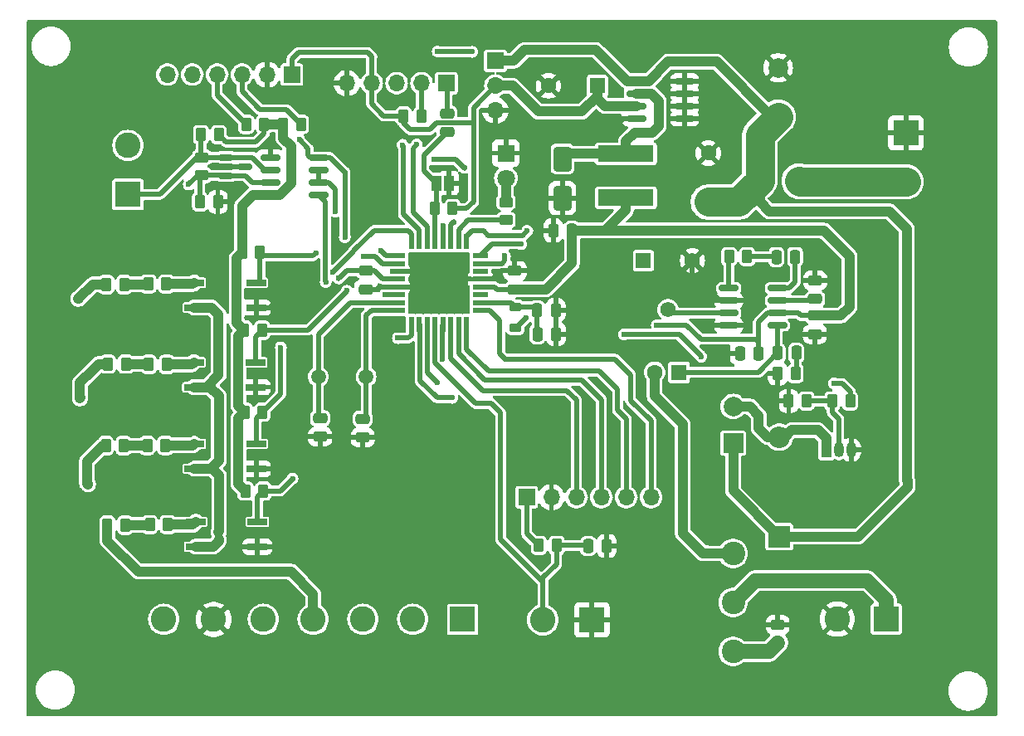
<source format=gbr>
%TF.GenerationSoftware,KiCad,Pcbnew,8.0.3*%
%TF.CreationDate,2025-02-22T15:06:49+05:30*%
%TF.ProjectId,messenger_Project,6d657373-656e-4676-9572-5f50726f6a65,rev?*%
%TF.SameCoordinates,Original*%
%TF.FileFunction,Copper,L1,Top*%
%TF.FilePolarity,Positive*%
%FSLAX46Y46*%
G04 Gerber Fmt 4.6, Leading zero omitted, Abs format (unit mm)*
G04 Created by KiCad (PCBNEW 8.0.3) date 2025-02-22 15:06:49*
%MOMM*%
%LPD*%
G01*
G04 APERTURE LIST*
G04 Aperture macros list*
%AMRoundRect*
0 Rectangle with rounded corners*
0 $1 Rounding radius*
0 $2 $3 $4 $5 $6 $7 $8 $9 X,Y pos of 4 corners*
0 Add a 4 corners polygon primitive as box body*
4,1,4,$2,$3,$4,$5,$6,$7,$8,$9,$2,$3,0*
0 Add four circle primitives for the rounded corners*
1,1,$1+$1,$2,$3*
1,1,$1+$1,$4,$5*
1,1,$1+$1,$6,$7*
1,1,$1+$1,$8,$9*
0 Add four rect primitives between the rounded corners*
20,1,$1+$1,$2,$3,$4,$5,0*
20,1,$1+$1,$4,$5,$6,$7,0*
20,1,$1+$1,$6,$7,$8,$9,0*
20,1,$1+$1,$8,$9,$2,$3,0*%
G04 Aperture macros list end*
%TA.AperFunction,SMDPad,CuDef*%
%ADD10RoundRect,0.250000X-0.250000X-0.475000X0.250000X-0.475000X0.250000X0.475000X-0.250000X0.475000X0*%
%TD*%
%TA.AperFunction,SMDPad,CuDef*%
%ADD11R,2.000000X0.640000*%
%TD*%
%TA.AperFunction,ComponentPad*%
%ADD12R,2.200000X2.200000*%
%TD*%
%TA.AperFunction,ComponentPad*%
%ADD13O,2.200000X2.200000*%
%TD*%
%TA.AperFunction,SMDPad,CuDef*%
%ADD14RoundRect,0.250000X-0.475000X0.250000X-0.475000X-0.250000X0.475000X-0.250000X0.475000X0.250000X0*%
%TD*%
%TA.AperFunction,SMDPad,CuDef*%
%ADD15R,1.600000X0.550000*%
%TD*%
%TA.AperFunction,SMDPad,CuDef*%
%ADD16R,0.550000X1.600000*%
%TD*%
%TA.AperFunction,SMDPad,CuDef*%
%ADD17RoundRect,0.150000X0.825000X0.150000X-0.825000X0.150000X-0.825000X-0.150000X0.825000X-0.150000X0*%
%TD*%
%TA.AperFunction,SMDPad,CuDef*%
%ADD18RoundRect,0.250000X-0.262500X-0.450000X0.262500X-0.450000X0.262500X0.450000X-0.262500X0.450000X0*%
%TD*%
%TA.AperFunction,SMDPad,CuDef*%
%ADD19RoundRect,0.250000X0.262500X0.450000X-0.262500X0.450000X-0.262500X-0.450000X0.262500X-0.450000X0*%
%TD*%
%TA.AperFunction,ComponentPad*%
%ADD20R,1.600000X1.600000*%
%TD*%
%TA.AperFunction,ComponentPad*%
%ADD21C,1.600000*%
%TD*%
%TA.AperFunction,SMDPad,CuDef*%
%ADD22RoundRect,0.250000X0.250000X0.475000X-0.250000X0.475000X-0.250000X-0.475000X0.250000X-0.475000X0*%
%TD*%
%TA.AperFunction,SMDPad,CuDef*%
%ADD23RoundRect,0.250000X-1.000000X-0.650000X1.000000X-0.650000X1.000000X0.650000X-1.000000X0.650000X0*%
%TD*%
%TA.AperFunction,SMDPad,CuDef*%
%ADD24RoundRect,0.250000X0.475000X-0.250000X0.475000X0.250000X-0.475000X0.250000X-0.475000X-0.250000X0*%
%TD*%
%TA.AperFunction,ComponentPad*%
%ADD25R,2.000000X2.000000*%
%TD*%
%TA.AperFunction,ComponentPad*%
%ADD26C,2.000000*%
%TD*%
%TA.AperFunction,ComponentPad*%
%ADD27R,2.600000X2.600000*%
%TD*%
%TA.AperFunction,ComponentPad*%
%ADD28C,2.600000*%
%TD*%
%TA.AperFunction,ComponentPad*%
%ADD29R,1.700000X1.700000*%
%TD*%
%TA.AperFunction,ComponentPad*%
%ADD30O,1.700000X1.700000*%
%TD*%
%TA.AperFunction,SMDPad,CuDef*%
%ADD31RoundRect,0.218750X-0.381250X0.218750X-0.381250X-0.218750X0.381250X-0.218750X0.381250X0.218750X0*%
%TD*%
%TA.AperFunction,ComponentPad*%
%ADD32C,2.400000*%
%TD*%
%TA.AperFunction,SMDPad,CuDef*%
%ADD33R,5.700000X1.700000*%
%TD*%
%TA.AperFunction,SMDPad,CuDef*%
%ADD34RoundRect,0.250000X0.450000X-0.262500X0.450000X0.262500X-0.450000X0.262500X-0.450000X-0.262500X0*%
%TD*%
%TA.AperFunction,SMDPad,CuDef*%
%ADD35RoundRect,0.250000X-0.650000X1.000000X-0.650000X-1.000000X0.650000X-1.000000X0.650000X1.000000X0*%
%TD*%
%TA.AperFunction,ComponentPad*%
%ADD36R,1.560000X1.560000*%
%TD*%
%TA.AperFunction,ComponentPad*%
%ADD37C,1.560000*%
%TD*%
%TA.AperFunction,SMDPad,CuDef*%
%ADD38RoundRect,0.150000X-0.587500X-0.150000X0.587500X-0.150000X0.587500X0.150000X-0.587500X0.150000X0*%
%TD*%
%TA.AperFunction,ComponentPad*%
%ADD39C,1.500000*%
%TD*%
%TA.AperFunction,SMDPad,CuDef*%
%ADD40RoundRect,0.150000X-0.825000X-0.150000X0.825000X-0.150000X0.825000X0.150000X-0.825000X0.150000X0*%
%TD*%
%TA.AperFunction,SMDPad,CuDef*%
%ADD41RoundRect,0.250000X-0.450000X0.262500X-0.450000X-0.262500X0.450000X-0.262500X0.450000X0.262500X0*%
%TD*%
%TA.AperFunction,ComponentPad*%
%ADD42R,1.800000X1.800000*%
%TD*%
%TA.AperFunction,ComponentPad*%
%ADD43C,1.800000*%
%TD*%
%TA.AperFunction,SMDPad,CuDef*%
%ADD44R,1.000000X1.500000*%
%TD*%
%TA.AperFunction,ComponentPad*%
%ADD45R,1.050000X1.500000*%
%TD*%
%TA.AperFunction,ComponentPad*%
%ADD46O,1.050000X1.500000*%
%TD*%
%TA.AperFunction,ViaPad*%
%ADD47C,0.600000*%
%TD*%
%TA.AperFunction,Conductor*%
%ADD48C,0.500000*%
%TD*%
%TA.AperFunction,Conductor*%
%ADD49C,1.000000*%
%TD*%
%TA.AperFunction,Conductor*%
%ADD50C,3.000000*%
%TD*%
%TA.AperFunction,Conductor*%
%ADD51C,1.500000*%
%TD*%
G04 APERTURE END LIST*
D10*
%TO.P,C13,1*%
%TO.N,Net-(U1-AVCC)*%
X145506400Y-85598000D03*
%TO.P,C13,2*%
%TO.N,GND*%
X147406400Y-85598000D03*
%TD*%
D11*
%TO.P,U6,1*%
%TO.N,Net-(R9-Pad2)*%
X110534300Y-99237800D03*
%TO.P,U6,2*%
%TO.N,OUT_GND*%
X110534300Y-101777800D03*
%TO.P,U6,3*%
%TO.N,GND*%
X116834300Y-101777800D03*
%TO.P,U6,4*%
%TO.N,H2S*%
X116834300Y-99237800D03*
%TD*%
D12*
%TO.P,D1,1,K*%
%TO.N,+24V*%
X170205400Y-108712000D03*
D13*
%TO.P,D1,2,A*%
%TO.N,Net-(D1-A)*%
X170205400Y-98552000D03*
%TD*%
D14*
%TO.P,C2,1*%
%TO.N,Net-(U1-XTAL2{slash}PB7)*%
X127711200Y-96687600D03*
%TO.P,C2,2*%
%TO.N,GND*%
X127711200Y-98587600D03*
%TD*%
D11*
%TO.P,U5,1*%
%TO.N,Net-(R10-Pad2)*%
X110665500Y-107188000D03*
%TO.P,U5,2*%
%TO.N,OUT_GND*%
X110665500Y-109728000D03*
%TO.P,U5,3*%
%TO.N,GND*%
X116965500Y-109728000D03*
%TO.P,U5,4*%
%TO.N,FIRE*%
X116965500Y-107188000D03*
%TD*%
D15*
%TO.P,U1,1,PD3*%
%TO.N,H2S*%
X131233600Y-80029400D03*
%TO.P,U1,2,PD4*%
%TO.N,EMG*%
X131233600Y-80829400D03*
%TO.P,U1,3,GND*%
%TO.N,GND*%
X131233600Y-81629400D03*
%TO.P,U1,4,VCC*%
%TO.N,+5V*%
X131233600Y-82429400D03*
%TO.P,U1,5,GND*%
%TO.N,GND*%
X131233600Y-83229400D03*
%TO.P,U1,6,VCC*%
%TO.N,+5V*%
X131233600Y-84029400D03*
%TO.P,U1,7,XTAL1/PB6*%
%TO.N,Net-(U1-XTAL1{slash}PB6)*%
X131233600Y-84829400D03*
%TO.P,U1,8,XTAL2/PB7*%
%TO.N,Net-(U1-XTAL2{slash}PB7)*%
X131233600Y-85629400D03*
D16*
%TO.P,U1,9,PD5*%
%TO.N,ABANDOWN*%
X132683600Y-87079400D03*
%TO.P,U1,10,PD6*%
%TO.N,IN*%
X133483600Y-87079400D03*
%TO.P,U1,11,PD7*%
%TO.N,Relay*%
X134283600Y-87079400D03*
%TO.P,U1,12,PB0*%
%TO.N,MUTE*%
X135083600Y-87079400D03*
%TO.P,U1,13,PB1*%
%TO.N,RXD_S*%
X135883600Y-87079400D03*
%TO.P,U1,14,PB2*%
%TO.N,SS*%
X136683600Y-87079400D03*
%TO.P,U1,15,PB3*%
%TO.N,MOSI*%
X137483600Y-87079400D03*
%TO.P,U1,16,PB4*%
%TO.N,MISO*%
X138283600Y-87079400D03*
D15*
%TO.P,U1,17,PB5*%
%TO.N,SCK*%
X139733600Y-85629400D03*
%TO.P,U1,18,AVCC*%
%TO.N,Net-(U1-AVCC)*%
X139733600Y-84829400D03*
%TO.P,U1,19,ADC6*%
%TO.N,unconnected-(U1-ADC6-Pad19)*%
X139733600Y-84029400D03*
%TO.P,U1,20,AREF*%
%TO.N,+5V*%
X139733600Y-83229400D03*
%TO.P,U1,21,GND*%
%TO.N,GND*%
X139733600Y-82429400D03*
%TO.P,U1,22,ADC7*%
%TO.N,unconnected-(U1-ADC7-Pad22)*%
X139733600Y-81629400D03*
%TO.P,U1,23,PC0*%
%TO.N,PC0*%
X139733600Y-80829400D03*
%TO.P,U1,24,PC1*%
%TO.N,PC1*%
X139733600Y-80029400D03*
D16*
%TO.P,U1,25,PC2*%
%TO.N,RS_MODE*%
X138283600Y-78579400D03*
%TO.P,U1,26,PC3*%
%TO.N,PC3*%
X137483600Y-78579400D03*
%TO.P,U1,27,PC4*%
%TO.N,SDA*%
X136683600Y-78579400D03*
%TO.P,U1,28,PC5*%
%TO.N,SCL*%
X135883600Y-78579400D03*
%TO.P,U1,29,~{RESET}/PC6*%
%TO.N,DTR*%
X135083600Y-78579400D03*
%TO.P,U1,30,PD0*%
%TO.N,RXD*%
X134283600Y-78579400D03*
%TO.P,U1,31,PD1*%
%TO.N,TXD*%
X133483600Y-78579400D03*
%TO.P,U1,32,PD2*%
%TO.N,FIRE*%
X132683600Y-78579400D03*
%TD*%
D17*
%TO.P,U9,1,RO*%
%TO.N,RXD_S*%
X123226600Y-73823600D03*
%TO.P,U9,2,~{RE}*%
%TO.N,RS_MODE*%
X123226600Y-72553600D03*
%TO.P,U9,3,DE*%
X123226600Y-71283600D03*
%TO.P,U9,4,DI*%
%TO.N,PC0*%
X123226600Y-70013600D03*
%TO.P,U9,5,GND*%
%TO.N,GND*%
X118276600Y-70013600D03*
%TO.P,U9,6,A*%
%TO.N,A*%
X118276600Y-71283600D03*
%TO.P,U9,7,B*%
%TO.N,B*%
X118276600Y-72553600D03*
%TO.P,U9,8,VCC*%
%TO.N,+5V*%
X118276600Y-73823600D03*
%TD*%
D14*
%TO.P,C19,1*%
%TO.N,Net-(J5-Pin_1)*%
X136296400Y-65521800D03*
%TO.P,C19,2*%
%TO.N,DTR*%
X136296400Y-67421800D03*
%TD*%
D18*
%TO.P,R8,1*%
%TO.N,Net-(J7-Pin_3)*%
X101500300Y-99415600D03*
%TO.P,R8,2*%
%TO.N,Net-(R8-Pad2)*%
X103325300Y-99415600D03*
%TD*%
D19*
%TO.P,R20,1*%
%TO.N,EMG*%
X117232550Y-79693650D03*
%TO.P,R20,2*%
%TO.N,+5V*%
X115407550Y-79693650D03*
%TD*%
%TO.P,R4,1*%
%TO.N,Relay*%
X177442500Y-94869000D03*
%TO.P,R4,2*%
%TO.N,Net-(Q1-B)*%
X175617500Y-94869000D03*
%TD*%
D20*
%TO.P,C22,1*%
%TO.N,+5V*%
X151659651Y-62687200D03*
D21*
%TO.P,C22,2*%
%TO.N,GND*%
X146659651Y-62687200D03*
%TD*%
D22*
%TO.P,C7,1*%
%TO.N,+5V*%
X168082000Y-89992200D03*
%TO.P,C7,2*%
%TO.N,GND*%
X166182000Y-89992200D03*
%TD*%
D23*
%TO.P,D3,1,K*%
%TO.N,+24V*%
X168230800Y-72390000D03*
%TO.P,D3,2,A*%
%TO.N,Net-(D3-A)*%
X172230800Y-72390000D03*
%TD*%
D24*
%TO.P,C3,2*%
%TO.N,+5V*%
X128041400Y-81559400D03*
%TO.P,C3,1*%
%TO.N,GND*%
X128041400Y-83459400D03*
%TD*%
D25*
%TO.P,C20,1*%
%TO.N,+24V*%
X170103800Y-65867677D03*
D26*
%TO.P,C20,2*%
%TO.N,GND*%
X170103800Y-60867677D03*
%TD*%
D27*
%TO.P,J4,1,Pin_1*%
%TO.N,A*%
X103759000Y-73787000D03*
D28*
%TO.P,J4,2,Pin_2*%
%TO.N,B*%
X103759000Y-68787000D03*
%TD*%
D19*
%TO.P,R15,1*%
%TO.N,RXD*%
X133703700Y-65786000D03*
%TO.P,R15,2*%
%TO.N,+5V*%
X131878700Y-65786000D03*
%TD*%
D22*
%TO.P,C9,1*%
%TO.N,Net-(C9-Pad1)*%
X171942800Y-89966800D03*
%TO.P,C9,2*%
%TO.N,Net-(C10-Pad1)*%
X170042800Y-89966800D03*
%TD*%
D19*
%TO.P,R16,1*%
%TO.N,MUTE*%
X147495900Y-109601000D03*
%TO.P,R16,2*%
%TO.N,+5V*%
X145670900Y-109601000D03*
%TD*%
D18*
%TO.P,R14,1*%
%TO.N,Net-(R13-Pad2)*%
X105894500Y-91135200D03*
%TO.P,R14,2*%
%TO.N,Net-(R14-Pad2)*%
X107719500Y-91135200D03*
%TD*%
D24*
%TO.P,C8,1*%
%TO.N,Net-(U2-BYPASS)*%
X173863000Y-84465200D03*
%TO.P,C8,2*%
%TO.N,GND*%
X173863000Y-82565200D03*
%TD*%
D29*
%TO.P,J5,1,Pin_1*%
%TO.N,Net-(J5-Pin_1)*%
X136245600Y-62433200D03*
D30*
%TO.P,J5,2,Pin_2*%
%TO.N,RXD*%
X133705600Y-62433200D03*
%TO.P,J5,3,Pin_3*%
%TO.N,TXD*%
X131165600Y-62433200D03*
%TO.P,J5,4,Pin_4*%
%TO.N,+5V*%
X128625600Y-62433200D03*
%TO.P,J5,5,Pin_5*%
%TO.N,GND*%
X126085600Y-62433200D03*
%TD*%
D19*
%TO.P,R22,1*%
%TO.N,GND*%
X112926500Y-74549000D03*
%TO.P,R22,2*%
%TO.N,B*%
X111101500Y-74549000D03*
%TD*%
D18*
%TO.P,R24,1*%
%TO.N,SCL*%
X115825900Y-66624200D03*
%TO.P,R24,2*%
%TO.N,+5V*%
X117650900Y-66624200D03*
%TD*%
D19*
%TO.P,R12,1*%
%TO.N,FIRE*%
X117572800Y-104038400D03*
%TO.P,R12,2*%
%TO.N,+5V*%
X115747800Y-104038400D03*
%TD*%
D31*
%TO.P,FB1,1*%
%TO.N,Net-(U1-AVCC)*%
X143281400Y-85272100D03*
%TO.P,FB1,2*%
%TO.N,+5V*%
X143281400Y-87397100D03*
%TD*%
D19*
%TO.P,R17,1*%
%TO.N,ABANDOWN*%
X117440100Y-87630000D03*
%TO.P,R17,2*%
%TO.N,+5V*%
X115615100Y-87630000D03*
%TD*%
D32*
%TO.P,K1,11*%
%TO.N,Net-(J1-Pin_1)*%
X165506400Y-115417600D03*
%TO.P,K1,12*%
%TO.N,OUT*%
X165506400Y-110417600D03*
%TO.P,K1,14*%
%TO.N,Net-(K1-Pad14)*%
X165506400Y-120417600D03*
D25*
%TO.P,K1,A1*%
%TO.N,+24V*%
X165506400Y-99167600D03*
D26*
%TO.P,K1,A2*%
%TO.N,Net-(D1-A)*%
X165506400Y-95417600D03*
%TD*%
D18*
%TO.P,R7,1*%
%TO.N,Net-(J7-Pin_4)*%
X101654600Y-107518200D03*
%TO.P,R7,2*%
%TO.N,Net-(R10-Pad1)*%
X103479600Y-107518200D03*
%TD*%
%TO.P,R10,1*%
%TO.N,Net-(R10-Pad1)*%
X105994200Y-107492800D03*
%TO.P,R10,2*%
%TO.N,Net-(R10-Pad2)*%
X107819200Y-107492800D03*
%TD*%
D29*
%TO.P,J2,1,Pin_1*%
%TO.N,+24V*%
X141249400Y-60147200D03*
D30*
%TO.P,J2,2,Pin_2*%
%TO.N,+5V*%
X141249400Y-62687200D03*
%TO.P,J2,3,Pin_3*%
%TO.N,GND*%
X141249400Y-65227200D03*
%TD*%
D11*
%TO.P,U8,1*%
%TO.N,Net-(R19-Pad2)*%
X110532800Y-82778600D03*
%TO.P,U8,2*%
%TO.N,OUT_GND*%
X110532800Y-85318600D03*
%TO.P,U8,3*%
%TO.N,GND*%
X116832800Y-85318600D03*
%TO.P,U8,4*%
%TO.N,EMG*%
X116832800Y-82778600D03*
%TD*%
D14*
%TO.P,C5,1*%
%TO.N,GND*%
X143230600Y-81574600D03*
%TO.P,C5,2*%
%TO.N,+5V*%
X143230600Y-83474600D03*
%TD*%
D27*
%TO.P,J3,1,Pin_1*%
%TO.N,GND*%
X151090000Y-117195400D03*
D28*
%TO.P,J3,2,Pin_2*%
%TO.N,MUTE*%
X146090000Y-117195400D03*
%TD*%
D18*
%TO.P,R2,1*%
%TO.N,GND*%
X170053000Y-92075000D03*
%TO.P,R2,2*%
%TO.N,Net-(C9-Pad1)*%
X171878000Y-92075000D03*
%TD*%
D33*
%TO.P,L1,1,1*%
%TO.N,Net-(D4-K)*%
X154565600Y-69632000D03*
%TO.P,L1,2,2*%
%TO.N,+5V*%
X154565600Y-74132000D03*
%TD*%
D14*
%TO.P,C1,1*%
%TO.N,Net-(U1-XTAL1{slash}PB6)*%
X123367800Y-96611400D03*
%TO.P,C1,2*%
%TO.N,GND*%
X123367800Y-98511400D03*
%TD*%
D18*
%TO.P,R19,1*%
%TO.N,Net-(R18-Pad2)*%
X105841800Y-82931000D03*
%TO.P,R19,2*%
%TO.N,Net-(R19-Pad2)*%
X107666800Y-82931000D03*
%TD*%
D34*
%TO.P,R6,1*%
%TO.N,Net-(K1-Pad14)*%
X170053000Y-119528600D03*
%TO.P,R6,2*%
%TO.N,GND*%
X170053000Y-117703600D03*
%TD*%
D21*
%TO.P,C21,1*%
%TO.N,+24V*%
X162966400Y-74559800D03*
%TO.P,C21,2*%
%TO.N,GND*%
X162966400Y-69559800D03*
%TD*%
D35*
%TO.P,D4,1,K*%
%TO.N,Net-(D4-K)*%
X148088600Y-70161400D03*
%TO.P,D4,2,A*%
%TO.N,GND*%
X148088600Y-74161400D03*
%TD*%
D27*
%TO.P,J11,1,Pin_1*%
%TO.N,GND*%
X183133800Y-67502400D03*
D28*
%TO.P,J11,2,Pin_2*%
%TO.N,Net-(D3-A)*%
X183133800Y-72502400D03*
%TD*%
D36*
%TO.P,RV1,1,1*%
%TO.N,IN*%
X156351600Y-80538600D03*
D37*
%TO.P,RV1,2,2*%
%TO.N,Net-(U2-+)*%
X158851600Y-85538600D03*
%TO.P,RV1,3,3*%
%TO.N,GND*%
X161351600Y-80538600D03*
%TD*%
D29*
%TO.P,J8,1,Pin_1*%
%TO.N,+5V*%
X144424400Y-104673400D03*
D30*
%TO.P,J8,2,Pin_2*%
%TO.N,GND*%
X146964400Y-104673400D03*
%TO.P,J8,3,Pin_3*%
%TO.N,SS*%
X149504400Y-104673400D03*
%TO.P,J8,4,Pin_4*%
%TO.N,MOSI*%
X152044400Y-104673400D03*
%TO.P,J8,5,Pin_5*%
%TO.N,MISO*%
X154584400Y-104673400D03*
%TO.P,J8,6,Pin_6*%
%TO.N,SCK*%
X157124400Y-104673400D03*
%TD*%
D22*
%TO.P,C23,1*%
%TO.N,+5V*%
X149057400Y-77470000D03*
%TO.P,C23,2*%
%TO.N,GND*%
X147157400Y-77470000D03*
%TD*%
D14*
%TO.P,C6,1*%
%TO.N,+5V*%
X173837600Y-86146600D03*
%TO.P,C6,2*%
%TO.N,GND*%
X173837600Y-88046600D03*
%TD*%
D10*
%TO.P,C12,1*%
%TO.N,Net-(U1-AVCC)*%
X145542000Y-88036400D03*
%TO.P,C12,2*%
%TO.N,GND*%
X147442000Y-88036400D03*
%TD*%
D19*
%TO.P,R11,1*%
%TO.N,H2S*%
X117494700Y-95986600D03*
%TO.P,R11,2*%
%TO.N,+5V*%
X115669700Y-95986600D03*
%TD*%
D18*
%TO.P,R5,1*%
%TO.N,GND*%
X171174400Y-94869000D03*
%TO.P,R5,2*%
%TO.N,Net-(Q1-B)*%
X172999400Y-94869000D03*
%TD*%
D29*
%TO.P,J6,1,Pin_1*%
%TO.N,+5V*%
X120472200Y-61544200D03*
D30*
%TO.P,J6,2,Pin_2*%
%TO.N,GND*%
X117932200Y-61544200D03*
%TO.P,J6,3,Pin_3*%
%TO.N,SDA*%
X115392200Y-61544200D03*
%TO.P,J6,4,Pin_4*%
%TO.N,SCL*%
X112852200Y-61544200D03*
%TO.P,J6,5,Pin_5*%
%TO.N,PC0*%
X110312200Y-61544200D03*
%TO.P,J6,6,Pin_6*%
%TO.N,PC1*%
X107772200Y-61544200D03*
%TD*%
D18*
%TO.P,R1,1*%
%TO.N,DTR*%
X135051800Y-75234800D03*
%TO.P,R1,2*%
%TO.N,+5V*%
X136876800Y-75234800D03*
%TD*%
D38*
%TO.P,D2,1,A1*%
%TO.N,A*%
X113768900Y-69992200D03*
%TO.P,D2,2,A2*%
%TO.N,B*%
X113768900Y-71892200D03*
%TO.P,D2,3,common*%
%TO.N,GND*%
X115643900Y-70942200D03*
%TD*%
D11*
%TO.P,U7,1*%
%TO.N,Net-(R14-Pad2)*%
X110482000Y-90906600D03*
%TO.P,U7,2*%
%TO.N,OUT_GND*%
X110482000Y-93446600D03*
%TO.P,U7,3*%
%TO.N,GND*%
X116782000Y-93446600D03*
%TO.P,U7,4*%
%TO.N,ABANDOWN*%
X116782000Y-90906600D03*
%TD*%
D39*
%TO.P,Y1,1,1*%
%TO.N,Net-(U1-XTAL1{slash}PB6)*%
X123178400Y-92379800D03*
%TO.P,Y1,2,2*%
%TO.N,Net-(U1-XTAL2{slash}PB7)*%
X128058400Y-92379800D03*
%TD*%
D18*
%TO.P,R18,1*%
%TO.N,Net-(J7-Pin_1)*%
X101553000Y-82981800D03*
%TO.P,R18,2*%
%TO.N,Net-(R18-Pad2)*%
X103378000Y-82981800D03*
%TD*%
D19*
%TO.P,R25,1*%
%TO.N,SDA*%
X121410100Y-66624200D03*
%TO.P,R25,2*%
%TO.N,+5V*%
X119585100Y-66624200D03*
%TD*%
D40*
%TO.P,U2,1,GAIN*%
%TO.N,Net-(R3-Pad1)*%
X165063400Y-83337400D03*
%TO.P,U2,2,-*%
%TO.N,GND*%
X165063400Y-84607400D03*
%TO.P,U2,3,+*%
%TO.N,Net-(U2-+)*%
X165063400Y-85877400D03*
%TO.P,U2,4,GND*%
%TO.N,GND*%
X165063400Y-87147400D03*
%TO.P,U2,5*%
%TO.N,Net-(C10-Pad1)*%
X170013400Y-87147400D03*
%TO.P,U2,6,V+*%
%TO.N,+5V*%
X170013400Y-85877400D03*
%TO.P,U2,7,BYPASS*%
%TO.N,Net-(U2-BYPASS)*%
X170013400Y-84607400D03*
%TO.P,U2,8,GAIN*%
%TO.N,Net-(C11-Pad1)*%
X170013400Y-83337400D03*
%TD*%
D27*
%TO.P,J1,1,Pin_1*%
%TO.N,Net-(J1-Pin_1)*%
X181138200Y-117119200D03*
D28*
%TO.P,J1,2,Pin_2*%
%TO.N,GND*%
X176138200Y-117119200D03*
%TD*%
D40*
%TO.P,U10,1,VIN*%
%TO.N,+24V*%
X155610000Y-62230000D03*
%TO.P,U10,2,OUT*%
%TO.N,Net-(D4-K)*%
X155610000Y-63500000D03*
%TO.P,U10,3,FB*%
%TO.N,+5V*%
X155610000Y-64770000D03*
%TO.P,U10,4,~{EN}*%
%TO.N,GND*%
X155610000Y-66040000D03*
%TO.P,U10,5,GND*%
X160560000Y-66040000D03*
%TO.P,U10,6,GND*%
X160560000Y-64770000D03*
%TO.P,U10,7,GND*%
X160560000Y-63500000D03*
%TO.P,U10,8,GND*%
X160560000Y-62230000D03*
%TD*%
D22*
%TO.P,C11,1*%
%TO.N,Net-(C11-Pad1)*%
X171815800Y-80162400D03*
%TO.P,C11,2*%
%TO.N,Net-(C11-Pad2)*%
X169915800Y-80162400D03*
%TD*%
D18*
%TO.P,R21,1*%
%TO.N,A*%
X111203100Y-67691000D03*
%TO.P,R21,2*%
%TO.N,+5V*%
X113028100Y-67691000D03*
%TD*%
D41*
%TO.P,R23,1*%
%TO.N,A*%
X111314700Y-70005300D03*
%TO.P,R23,2*%
%TO.N,B*%
X111314700Y-71830300D03*
%TD*%
%TO.P,R26,1*%
%TO.N,Net-(D5-A)*%
X142316200Y-74576300D03*
%TO.P,R26,2*%
%TO.N,PC3*%
X142316200Y-76401300D03*
%TD*%
D22*
%TO.P,C18,1*%
%TO.N,GND*%
X152613400Y-109651800D03*
%TO.P,C18,2*%
%TO.N,MUTE*%
X150713400Y-109651800D03*
%TD*%
D42*
%TO.P,D5,1,K*%
%TO.N,GND*%
X142316200Y-69570600D03*
D43*
%TO.P,D5,2,A*%
%TO.N,Net-(D5-A)*%
X142316200Y-72110600D03*
%TD*%
D18*
%TO.P,R13,1*%
%TO.N,Net-(J7-Pin_2)*%
X101705400Y-91084400D03*
%TO.P,R13,2*%
%TO.N,Net-(R13-Pad2)*%
X103530400Y-91084400D03*
%TD*%
D27*
%TO.P,J7,1,Pin_1*%
%TO.N,Net-(J7-Pin_1)*%
X137896600Y-117144800D03*
D28*
%TO.P,J7,2,Pin_2*%
%TO.N,Net-(J7-Pin_2)*%
X132816600Y-117144800D03*
%TO.P,J7,3,Pin_3*%
%TO.N,Net-(J7-Pin_3)*%
X127736600Y-117144800D03*
%TO.P,J7,4,Pin_4*%
%TO.N,Net-(J7-Pin_4)*%
X122656600Y-117144800D03*
%TO.P,J7,5,Pin_5*%
%TO.N,OUT_GND*%
X117576600Y-117144800D03*
%TO.P,J7,6,Pin_6*%
%TO.N,GND*%
X112496600Y-117144800D03*
%TO.P,J7,7,Pin_7*%
%TO.N,+24V*%
X107416600Y-117144800D03*
%TD*%
D18*
%TO.P,R3,1*%
%TO.N,Net-(R3-Pad1)*%
X165101900Y-80137000D03*
%TO.P,R3,2*%
%TO.N,Net-(C11-Pad2)*%
X166926900Y-80137000D03*
%TD*%
D44*
%TO.P,JP1,1,A*%
%TO.N,DTR*%
X135199600Y-72618600D03*
%TO.P,JP1,2,B*%
%TO.N,GND*%
X136499600Y-72618600D03*
%TD*%
D18*
%TO.P,R9,1*%
%TO.N,Net-(R8-Pad2)*%
X105740200Y-99390200D03*
%TO.P,R9,2*%
%TO.N,Net-(R9-Pad2)*%
X107565200Y-99390200D03*
%TD*%
D45*
%TO.P,Q1,1,C*%
%TO.N,Net-(D1-A)*%
X175006000Y-99851800D03*
D46*
%TO.P,Q1,2,B*%
%TO.N,Net-(Q1-B)*%
X176276000Y-99851800D03*
%TO.P,Q1,3,E*%
%TO.N,GND*%
X177546000Y-99851800D03*
%TD*%
D20*
%TO.P,C10,1*%
%TO.N,Net-(C10-Pad1)*%
X159980513Y-91922600D03*
D21*
%TO.P,C10,2*%
%TO.N,OUT*%
X157480513Y-91922600D03*
%TD*%
D47*
%TO.N,+5V*%
X129946400Y-84023200D03*
%TO.N,GND*%
X153974800Y-66294000D03*
X153492200Y-66776600D03*
X113893600Y-70916800D03*
X112877600Y-70916800D03*
X147955000Y-107442000D03*
X146024600Y-107416600D03*
X147701000Y-101447600D03*
X146126200Y-101346000D03*
X163741100Y-89623900D03*
X163068000Y-87503000D03*
X118276600Y-70013600D03*
X118287800Y-69088000D03*
X137236200Y-84861400D03*
X133959600Y-84861400D03*
X137134600Y-81229200D03*
X133908800Y-81229200D03*
X119811800Y-83210400D03*
X137820400Y-72669400D03*
%TO.N,+5V*%
X157708600Y-87122000D03*
%TO.N,RS_MODE*%
X144500600Y-77495400D03*
X138074400Y-71069200D03*
X134975600Y-70231000D03*
%TO.N,+5V*%
X144348200Y-86385400D03*
X155651200Y-74269600D03*
X153289000Y-74269600D03*
X125272800Y-82346800D03*
X144576800Y-83474600D03*
X118668800Y-66624200D03*
%TO.N,B*%
X109956600Y-72771000D03*
%TO.N,TXD*%
X131775200Y-68732400D03*
%TO.N,RXD*%
X133223000Y-68681600D03*
%TO.N,OUT_GND*%
X113004600Y-108204000D03*
X113030000Y-108991400D03*
%TO.N,Net-(J7-Pin_1)*%
X98704400Y-84353400D03*
%TO.N,Net-(J7-Pin_3)*%
X99669600Y-103276400D03*
%TO.N,Net-(J7-Pin_2)*%
X98882200Y-94538800D03*
%TO.N,Relay*%
X162255200Y-90322400D03*
X135305800Y-92964000D03*
X154355800Y-88061800D03*
X175793400Y-93065600D03*
%TO.N,H2S*%
X129565400Y-79552800D03*
X119354600Y-89382600D03*
%TO.N,FIRE*%
X120548400Y-102768400D03*
X124651200Y-81737200D03*
%TO.N,ABANDOWN*%
X126085600Y-83616800D03*
X131292600Y-88442800D03*
%TO.N,EMG*%
X122936000Y-79730600D03*
X127762000Y-80137000D03*
%TO.N,SCL*%
X135915400Y-76962000D03*
%TO.N,SDA*%
X135356600Y-59207400D03*
X136982200Y-76606400D03*
X138861800Y-59232800D03*
%TO.N,IN*%
X136829800Y-94538800D03*
%TO.N,RS_MODE*%
X124891800Y-75539600D03*
%TO.N,PC1*%
X143865600Y-78867000D03*
%TO.N,PC0*%
X125882400Y-78130400D03*
X142214600Y-80060800D03*
X121234200Y-68173600D03*
%TO.N,RXD_S*%
X123940000Y-82702400D03*
X135839200Y-90601800D03*
%TD*%
D48*
%TO.N,+5V*%
X129952600Y-84029400D02*
X129946400Y-84023200D01*
X131233600Y-84029400D02*
X129952600Y-84029400D01*
%TO.N,RXD_S*%
X123901200Y-82663600D02*
X123901200Y-74498200D01*
X123940000Y-82702400D02*
X123901200Y-82663600D01*
X123901200Y-74498200D02*
X123226600Y-73823600D01*
%TO.N,GND*%
X153974800Y-66319400D02*
X153517600Y-66776600D01*
X153974800Y-66294000D02*
X153974800Y-66319400D01*
X154000200Y-66294000D02*
X153974800Y-66294000D01*
X153492200Y-66802000D02*
X153466800Y-66827400D01*
X153492200Y-66776600D02*
X153492200Y-66802000D01*
X153517600Y-66776600D02*
X153492200Y-66776600D01*
X154254200Y-66040000D02*
X154000200Y-66294000D01*
X155610000Y-66040000D02*
X154254200Y-66040000D01*
X118287800Y-70002400D02*
X118276600Y-70013600D01*
X118287800Y-69088000D02*
X118287800Y-70002400D01*
X113893600Y-70916800D02*
X112877600Y-70916800D01*
X113919000Y-70942200D02*
X113893600Y-70916800D01*
X115643900Y-70942200D02*
X113919000Y-70942200D01*
X164109400Y-89992200D02*
X166182000Y-89992200D01*
X163741100Y-89623900D02*
X164109400Y-89992200D01*
X163423600Y-87147400D02*
X165063400Y-87147400D01*
X163068000Y-87503000D02*
X163423600Y-87147400D01*
%TO.N,+5V*%
X168082000Y-88859400D02*
X168082000Y-89992200D01*
X167792400Y-88569800D02*
X168082000Y-88859400D01*
X162204400Y-88569800D02*
X167792400Y-88569800D01*
X160756600Y-87122000D02*
X162204400Y-88569800D01*
X157708600Y-87122000D02*
X160756600Y-87122000D01*
%TO.N,GND*%
X132696000Y-83229400D02*
X131233600Y-83229400D01*
X132740400Y-83185000D02*
X132696000Y-83229400D01*
X133045200Y-82905600D02*
X132765800Y-83185000D01*
X133045200Y-82016600D02*
X133045200Y-82905600D01*
X132765800Y-83185000D02*
X132740400Y-83185000D01*
X132658000Y-81629400D02*
X133045200Y-82016600D01*
X131233600Y-81629400D02*
X132658000Y-81629400D01*
X119811800Y-83210400D02*
X119811800Y-83159600D01*
X119811800Y-83693000D02*
X119811800Y-83210400D01*
X119634000Y-83870800D02*
X119811800Y-83693000D01*
X118186200Y-85318600D02*
X119634000Y-83870800D01*
X116832800Y-85318600D02*
X118186200Y-85318600D01*
X137845800Y-72669400D02*
X137820400Y-72644000D01*
X137820400Y-72669400D02*
X137845800Y-72669400D01*
X137820400Y-72644000D02*
X137820400Y-72669400D01*
X137795000Y-72618600D02*
X137820400Y-72644000D01*
X136499600Y-72618600D02*
X137795000Y-72618600D01*
%TO.N,RS_MODE*%
X144043400Y-77952600D02*
X144500600Y-77495400D01*
X138836400Y-77520800D02*
X140055600Y-77520800D01*
X140487400Y-77952600D02*
X144043400Y-77952600D01*
X138283600Y-78073600D02*
X138836400Y-77520800D01*
X140055600Y-77520800D02*
X140487400Y-77952600D01*
X138283600Y-78579400D02*
X138283600Y-78073600D01*
X138074400Y-71120000D02*
X137998200Y-71043800D01*
X138074400Y-71069200D02*
X138074400Y-71120000D01*
X138023600Y-71069200D02*
X138074400Y-71069200D01*
X137185400Y-70231000D02*
X138023600Y-71069200D01*
X134975600Y-70231000D02*
X137185400Y-70231000D01*
%TO.N,PC0*%
X142214600Y-80518000D02*
X141903200Y-80829400D01*
X142214600Y-80060800D02*
X142214600Y-80518000D01*
X141903200Y-80829400D02*
X139733600Y-80829400D01*
%TO.N,PC1*%
X140934800Y-78828200D02*
X139733600Y-80029400D01*
X143826800Y-78828200D02*
X140934800Y-78828200D01*
X143865600Y-78867000D02*
X143826800Y-78828200D01*
%TO.N,DTR*%
X133959600Y-71378600D02*
X135199600Y-72618600D01*
X133959600Y-69758600D02*
X133959600Y-71378600D01*
X136296400Y-67421800D02*
X133959600Y-69758600D01*
%TO.N,RXD*%
X134283600Y-77082800D02*
X134283600Y-78579400D01*
X132842000Y-75641200D02*
X134283600Y-77082800D01*
X132842000Y-69062600D02*
X132842000Y-75641200D01*
X133223000Y-68681600D02*
X132842000Y-69062600D01*
%TO.N,TXD*%
X133483600Y-77400400D02*
X133483600Y-78579400D01*
X131876800Y-75793600D02*
X133483600Y-77400400D01*
X131876800Y-68834000D02*
X131876800Y-75793600D01*
X131775200Y-68732400D02*
X131876800Y-68834000D01*
%TO.N,GND*%
X128041400Y-83459400D02*
X129138600Y-83459400D01*
X129368600Y-83229400D02*
X131233600Y-83229400D01*
X129138600Y-83459400D02*
X129368600Y-83229400D01*
X161351600Y-81870599D02*
X161351600Y-80538600D01*
X165063400Y-84607400D02*
X164088401Y-84607400D01*
X140963600Y-82429400D02*
X141818400Y-81574600D01*
X164088401Y-84607400D02*
X161351600Y-81870599D01*
X141818400Y-81574600D02*
X143230600Y-81574600D01*
X139733600Y-82429400D02*
X140963600Y-82429400D01*
%TO.N,Net-(U1-XTAL1{slash}PB6)*%
X123178400Y-96422000D02*
X123367800Y-96611400D01*
X123178400Y-92379800D02*
X123178400Y-96422000D01*
X123178400Y-88073400D02*
X123178400Y-92379800D01*
X131233600Y-84829400D02*
X126422400Y-84829400D01*
X126422400Y-84829400D02*
X123178400Y-88073400D01*
%TO.N,Net-(U1-XTAL2{slash}PB7)*%
X128058400Y-96340400D02*
X127711200Y-96687600D01*
X128058400Y-86148400D02*
X128058400Y-92379800D01*
X131233600Y-85629400D02*
X128594200Y-85629400D01*
X128075200Y-86148400D02*
X128058400Y-86148400D01*
X128594200Y-85629400D02*
X128075200Y-86148400D01*
X128058400Y-92379800D02*
X128058400Y-96340400D01*
%TO.N,+5V*%
X121158000Y-59309000D02*
X128219200Y-59309000D01*
X141467800Y-83474600D02*
X143230600Y-83474600D01*
D49*
X154565600Y-75355200D02*
X152450800Y-77470000D01*
D48*
X116814600Y-68427600D02*
X117650900Y-67591300D01*
X131878700Y-65786000D02*
X129844800Y-65786000D01*
X143336500Y-87397100D02*
X144348200Y-86385400D01*
D49*
X120421400Y-72653799D02*
X120421400Y-68884800D01*
D48*
X139014200Y-74523600D02*
X139014200Y-66471800D01*
X120472200Y-61544200D02*
X120472200Y-59994800D01*
D49*
X115036600Y-96619700D02*
X115036600Y-103327200D01*
D48*
X143230600Y-83474600D02*
X144282200Y-83474600D01*
D49*
X115407550Y-74940050D02*
X115407550Y-79693650D01*
X143002000Y-62687200D02*
X141249400Y-62687200D01*
D48*
X170013400Y-85877400D02*
X172135800Y-85877400D01*
D49*
X118276600Y-73823600D02*
X116524000Y-73823600D01*
X149057400Y-80812600D02*
X146395400Y-83474600D01*
D48*
X129844800Y-65786000D02*
X128625600Y-64566800D01*
X132537200Y-67157600D02*
X134569200Y-67157600D01*
X135255000Y-66471800D02*
X139014200Y-66471800D01*
X129768600Y-82423000D02*
X130073400Y-82423000D01*
X172405000Y-86146600D02*
X173837600Y-86146600D01*
D49*
X120421400Y-68884800D02*
X119585100Y-68048500D01*
X115407550Y-79693650D02*
X114833400Y-80267800D01*
X174752000Y-77470000D02*
X177368200Y-80086200D01*
D48*
X128041400Y-81559400D02*
X126085600Y-81559400D01*
X120472200Y-59994800D02*
X121158000Y-59309000D01*
X141452600Y-83489800D02*
X141467800Y-83474600D01*
X128905000Y-81559400D02*
X129768600Y-82423000D01*
D49*
X115011200Y-88233900D02*
X115011200Y-95328100D01*
D48*
X141192200Y-83229400D02*
X141452600Y-83489800D01*
X125298200Y-82346800D02*
X125272800Y-82346800D01*
X128625600Y-64566800D02*
X128625600Y-62433200D01*
D49*
X176489400Y-86146600D02*
X173837600Y-86146600D01*
D48*
X126085600Y-81559400D02*
X125298200Y-82346800D01*
D49*
X115747800Y-104038400D02*
X115697000Y-104038400D01*
D48*
X143281400Y-87397100D02*
X143336500Y-87397100D01*
X134569200Y-67157600D02*
X135255000Y-66471800D01*
D49*
X177368200Y-80086200D02*
X177368200Y-85267800D01*
X115011200Y-95328100D02*
X115669700Y-95986600D01*
D48*
X139733600Y-83229400D02*
X141192200Y-83229400D01*
X139014200Y-64922400D02*
X141249400Y-62687200D01*
X138303000Y-75234800D02*
X139014200Y-74523600D01*
D49*
X152450800Y-77470000D02*
X174752000Y-77470000D01*
D48*
X128625600Y-59766200D02*
X128625600Y-62433200D01*
D49*
X115669700Y-95986600D02*
X115036600Y-96619700D01*
D48*
X168082000Y-86833801D02*
X169038401Y-85877400D01*
X128219200Y-59309000D02*
X128651000Y-59740800D01*
D49*
X114833400Y-86848300D02*
X115615100Y-87630000D01*
X151659651Y-63732349D02*
X150063200Y-65328800D01*
X119585100Y-68048500D02*
X119585100Y-66624200D01*
X118668800Y-66624200D02*
X117650900Y-66624200D01*
D48*
X113028100Y-67691000D02*
X113764700Y-68427600D01*
X169038401Y-85877400D02*
X170013400Y-85877400D01*
D49*
X154565600Y-74132000D02*
X154565600Y-75355200D01*
X151659651Y-64004251D02*
X151659651Y-62687200D01*
X150063200Y-65328800D02*
X145643600Y-65328800D01*
X149057400Y-77470000D02*
X149057400Y-80812600D01*
D48*
X113764700Y-68427600D02*
X116814600Y-68427600D01*
D49*
X177368200Y-85267800D02*
X176489400Y-86146600D01*
D48*
X130073400Y-82423000D02*
X130079800Y-82429400D01*
X131878700Y-66499100D02*
X132537200Y-67157600D01*
D49*
X115036600Y-103327200D02*
X115747800Y-104038400D01*
D48*
X144424400Y-108354500D02*
X145670900Y-109601000D01*
X125272800Y-82346800D02*
X125272800Y-82372200D01*
D49*
X118276600Y-73823600D02*
X119251599Y-73823600D01*
D48*
X130079800Y-82429400D02*
X131233600Y-82429400D01*
X168082000Y-89992200D02*
X168082000Y-86833801D01*
D49*
X155610000Y-64770000D02*
X152425400Y-64770000D01*
D48*
X144348200Y-86385400D02*
X144322800Y-86410800D01*
D49*
X151659651Y-62687200D02*
X151659651Y-63732349D01*
D48*
X144424400Y-104673400D02*
X144424400Y-108354500D01*
D49*
X146395400Y-83474600D02*
X143230600Y-83474600D01*
X116524000Y-73823600D02*
X115407550Y-74940050D01*
D48*
X117650900Y-67591300D02*
X117650900Y-66624200D01*
D49*
X114833400Y-80267800D02*
X114833400Y-86848300D01*
D48*
X136876800Y-75234800D02*
X138303000Y-75234800D01*
D49*
X119585100Y-66624200D02*
X118668800Y-66624200D01*
D48*
X128651000Y-59740800D02*
X128625600Y-59766200D01*
D49*
X115615100Y-87630000D02*
X115011200Y-88233900D01*
D48*
X125272800Y-82372200D02*
X125272800Y-82372200D01*
D49*
X152450800Y-77470000D02*
X149057400Y-77470000D01*
X145643600Y-65328800D02*
X143002000Y-62687200D01*
X152425400Y-64770000D02*
X151659651Y-64004251D01*
D48*
X139014200Y-66471800D02*
X139014200Y-64922400D01*
X172135800Y-85877400D02*
X172405000Y-86146600D01*
X128041400Y-81559400D02*
X128905000Y-81559400D01*
X131878700Y-65786000D02*
X131878700Y-66499100D01*
D49*
X119251599Y-73823600D02*
X120421400Y-72653799D01*
D48*
%TO.N,Net-(U2-BYPASS)*%
X173720800Y-84607400D02*
X173863000Y-84465200D01*
X170013400Y-84607400D02*
X173720800Y-84607400D01*
%TO.N,Net-(C10-Pad1)*%
X168087000Y-91922600D02*
X159980513Y-91922600D01*
X170042800Y-89966800D02*
X168087000Y-91922600D01*
X170013400Y-87147400D02*
X170013400Y-89937400D01*
X170013400Y-89937400D02*
X170042800Y-89966800D01*
%TO.N,Net-(C9-Pad1)*%
X171942800Y-92010200D02*
X171878000Y-92075000D01*
X171942800Y-89966800D02*
X171942800Y-92010200D01*
D49*
%TO.N,OUT*%
X160350200Y-108356400D02*
X162407600Y-110413800D01*
X157480513Y-94361513D02*
X160350200Y-97231200D01*
X162407600Y-110413800D02*
X162966400Y-110413800D01*
X157480513Y-91922600D02*
X157480513Y-94361513D01*
X162970200Y-110417600D02*
X165506400Y-110417600D01*
X162966400Y-110413800D02*
X162970200Y-110417600D01*
X160350200Y-97231200D02*
X160350200Y-108356400D01*
D48*
%TO.N,Net-(C11-Pad1)*%
X171815800Y-82743000D02*
X171221400Y-83337400D01*
X171221400Y-83337400D02*
X170013400Y-83337400D01*
X171815800Y-80162400D02*
X171815800Y-82743000D01*
%TO.N,Net-(C11-Pad2)*%
X166926900Y-80137000D02*
X169890400Y-80137000D01*
X169890400Y-80137000D02*
X169915800Y-80162400D01*
%TO.N,Net-(U1-AVCC)*%
X145506400Y-85598000D02*
X145506400Y-88000800D01*
X143281400Y-85272100D02*
X142838700Y-84829400D01*
X143281400Y-85272100D02*
X145180500Y-85272100D01*
X145180500Y-85272100D02*
X145506400Y-85598000D01*
X145506400Y-88000800D02*
X145542000Y-88036400D01*
X142838700Y-84829400D02*
X139733600Y-84829400D01*
%TO.N,MUTE*%
X146090000Y-117195400D02*
X146090000Y-112913800D01*
X140792200Y-95097600D02*
X139242800Y-95097600D01*
X146090000Y-117195400D02*
X146090000Y-113298600D01*
X135083600Y-90938400D02*
X135083600Y-87079400D01*
X146090000Y-112913800D02*
X147495900Y-111507900D01*
X147495900Y-109601000D02*
X150662600Y-109601000D01*
X139242800Y-95097600D02*
X135083600Y-90938400D01*
X141757400Y-108966000D02*
X141757400Y-96062800D01*
X150662600Y-109601000D02*
X150713400Y-109651800D01*
X147495900Y-111507900D02*
X147495900Y-109601000D01*
X146090000Y-113298600D02*
X141757400Y-108966000D01*
X141757400Y-96062800D02*
X140792200Y-95097600D01*
%TO.N,DTR*%
X135199600Y-75087000D02*
X135051800Y-75234800D01*
X135051800Y-78547600D02*
X135083600Y-78579400D01*
X135199600Y-72618600D02*
X135199600Y-75087000D01*
X135051800Y-75234800D02*
X135051800Y-78547600D01*
%TO.N,Net-(J5-Pin_1)*%
X136296400Y-65521800D02*
X136296400Y-62484000D01*
X136301400Y-62484000D02*
X136250600Y-62433200D01*
D49*
%TO.N,+24V*%
X154711400Y-62230000D02*
X155610000Y-62230000D01*
X181457600Y-75514200D02*
X169189400Y-75514200D01*
X170205400Y-108712000D02*
X178257200Y-108712000D01*
X156870400Y-62230000D02*
X158851600Y-60248800D01*
X163830000Y-60248800D02*
X169448877Y-65867677D01*
X183235600Y-102946200D02*
X183235600Y-77292200D01*
X183235600Y-77292200D02*
X181457600Y-75514200D01*
X169189400Y-75514200D02*
X168230800Y-74555600D01*
X158851600Y-60248800D02*
X163830000Y-60248800D01*
X141249400Y-60147200D02*
X143103600Y-60147200D01*
X183286400Y-103682800D02*
X183286400Y-102997000D01*
D50*
X168230800Y-67740677D02*
X170103800Y-65867677D01*
D49*
X178257200Y-108712000D02*
X183286400Y-103682800D01*
X155610000Y-62230000D02*
X156870400Y-62230000D01*
X183286400Y-102997000D02*
X183235600Y-102946200D01*
D50*
X166061000Y-74559800D02*
X168230800Y-72390000D01*
D49*
X165506400Y-104013000D02*
X170205400Y-108712000D01*
X169448877Y-65867677D02*
X170103800Y-65867677D01*
D50*
X162966400Y-74559800D02*
X166061000Y-74559800D01*
D49*
X168230800Y-74555600D02*
X168230800Y-72916800D01*
X143103600Y-60147200D02*
X144221200Y-59029600D01*
X144221200Y-59029600D02*
X151511000Y-59029600D01*
D50*
X168230800Y-72390000D02*
X168230800Y-67740677D01*
D49*
X165506400Y-99167600D02*
X165506400Y-104013000D01*
X151511000Y-59029600D02*
X154711400Y-62230000D01*
%TO.N,Net-(D1-A)*%
X170764200Y-98552000D02*
X171500800Y-97815400D01*
X175006000Y-98679000D02*
X175006000Y-99851800D01*
X169037000Y-98552000D02*
X170205400Y-98552000D01*
X165506400Y-95417600D02*
X167198000Y-95417600D01*
X167198000Y-95417600D02*
X168122600Y-96342200D01*
X170205400Y-98552000D02*
X170764200Y-98552000D01*
X168122600Y-97637600D02*
X169037000Y-98552000D01*
X168122600Y-96342200D02*
X168122600Y-97637600D01*
X174142400Y-97815400D02*
X175006000Y-98679000D01*
X171500800Y-97815400D02*
X174142400Y-97815400D01*
D48*
%TO.N,A*%
X110413800Y-70358000D02*
X107010200Y-73761600D01*
X110766500Y-70005300D02*
X110413800Y-70358000D01*
X107010200Y-73761600D02*
X106680000Y-73761600D01*
X111314700Y-70005300D02*
X110766500Y-70005300D01*
X117718916Y-71283600D02*
X118276600Y-71283600D01*
X106680000Y-73761600D02*
X106654600Y-73787000D01*
X113768900Y-69992200D02*
X116427516Y-69992200D01*
X116427516Y-69992200D02*
X117718916Y-71283600D01*
X111203100Y-67691000D02*
X111203100Y-69568700D01*
X106654600Y-73787000D02*
X103759000Y-73787000D01*
X113755800Y-70005300D02*
X113768900Y-69992200D01*
X111203100Y-69568700D02*
X110413800Y-70358000D01*
X111314700Y-70005300D02*
X113755800Y-70005300D01*
%TO.N,B*%
X115783400Y-71892200D02*
X116444800Y-72553600D01*
X116444800Y-72553600D02*
X118276600Y-72553600D01*
X110897300Y-71830300D02*
X109956600Y-72771000D01*
X109956600Y-72771000D02*
X110032800Y-72694800D01*
X113707000Y-71830300D02*
X113768900Y-71892200D01*
X111314700Y-71830300D02*
X113707000Y-71830300D01*
X111101500Y-72043500D02*
X111314700Y-71830300D01*
X111314700Y-71830300D02*
X110897300Y-71830300D01*
X113768900Y-71892200D02*
X115783400Y-71892200D01*
X111101500Y-74549000D02*
X111101500Y-72043500D01*
D50*
%TO.N,Net-(D3-A)*%
X172343200Y-72502400D02*
X172230800Y-72390000D01*
X183133800Y-72502400D02*
X172343200Y-72502400D01*
D49*
%TO.N,Net-(D4-K)*%
X157911800Y-64262000D02*
X157911800Y-66827400D01*
X157911800Y-66827400D02*
X157276800Y-67462400D01*
X154565600Y-69632000D02*
X148618000Y-69632000D01*
X155610000Y-63500000D02*
X157149800Y-63500000D01*
X148618000Y-69632000D02*
X148088600Y-70161400D01*
X157149800Y-63500000D02*
X157911800Y-64262000D01*
X157276800Y-67462400D02*
X155473400Y-67462400D01*
X154565600Y-68370200D02*
X154565600Y-69632000D01*
X155473400Y-67462400D02*
X154565600Y-68370200D01*
%TO.N,Net-(D5-A)*%
X142316200Y-72110600D02*
X142316200Y-74576300D01*
D51*
%TO.N,Net-(J1-Pin_1)*%
X165506400Y-115417600D02*
X167741600Y-113182400D01*
X181138200Y-115123600D02*
X181138200Y-117119200D01*
X167741600Y-113182400D02*
X179197000Y-113182400D01*
X179197000Y-113182400D02*
X181138200Y-115123600D01*
D48*
%TO.N,RXD*%
X133703700Y-65786000D02*
X133703700Y-62435100D01*
X133708700Y-62435100D02*
X133710600Y-62433200D01*
D49*
%TO.N,OUT_GND*%
X113030000Y-100939600D02*
X113030000Y-94361000D01*
X112395000Y-101777800D02*
X113055400Y-102438200D01*
X113055400Y-109118400D02*
X112445800Y-109728000D01*
X113030000Y-108991400D02*
X113055400Y-109016800D01*
X111760000Y-93446600D02*
X110482000Y-93446600D01*
X113055400Y-102438200D02*
X113055400Y-108153200D01*
X113030000Y-94361000D02*
X112115600Y-93446600D01*
X112115600Y-93446600D02*
X110482000Y-93446600D01*
X110534300Y-101777800D02*
X112395000Y-101777800D01*
X113055400Y-108153200D02*
X113004600Y-108204000D01*
X112268000Y-85318600D02*
X113004600Y-86055200D01*
X112445800Y-109728000D02*
X110665500Y-109728000D01*
X110534300Y-101777800D02*
X112191800Y-101777800D01*
X112191800Y-101777800D02*
X113030000Y-100939600D01*
X113004600Y-86055200D02*
X113004600Y-92202000D01*
X113055400Y-109016800D02*
X113055400Y-109118400D01*
X110532800Y-85318600D02*
X112268000Y-85318600D01*
X113004600Y-92202000D02*
X111760000Y-93446600D01*
%TO.N,Net-(J7-Pin_1)*%
X98780600Y-84353400D02*
X98704400Y-84353400D01*
X98704400Y-84429600D02*
X98679000Y-84455000D01*
X101553000Y-82981800D02*
X100152200Y-82981800D01*
X100152200Y-82981800D02*
X98780600Y-84353400D01*
X98704400Y-84353400D02*
X98704400Y-84429600D01*
%TO.N,Net-(J7-Pin_3)*%
X101193600Y-99415600D02*
X99568000Y-101041200D01*
X99618800Y-103276400D02*
X99568000Y-103225600D01*
X99568000Y-101041200D02*
X99568000Y-103225600D01*
X99695000Y-103352600D02*
X99669600Y-103327200D01*
X101500300Y-99415600D02*
X101193600Y-99415600D01*
X99669600Y-103327200D02*
X99669600Y-103276400D01*
X99669600Y-103276400D02*
X99618800Y-103276400D01*
%TO.N,Net-(J7-Pin_2)*%
X100787200Y-91084400D02*
X100203000Y-91668600D01*
X98882200Y-94538800D02*
X98856800Y-94564200D01*
X101705400Y-91084400D02*
X100787200Y-91084400D01*
X98856800Y-93014800D02*
X98856800Y-94513400D01*
X98856800Y-94513400D02*
X98882200Y-94538800D01*
X98856800Y-94564200D02*
X98856800Y-94615000D01*
X100203000Y-91668600D02*
X98856800Y-93014800D01*
%TO.N,Net-(J7-Pin_4)*%
X104800400Y-112268000D02*
X120396000Y-112268000D01*
X120396000Y-112268000D02*
X122656600Y-114528600D01*
X101654600Y-109122200D02*
X104800400Y-112268000D01*
X122656600Y-114528600D02*
X122656600Y-117144800D01*
X101654600Y-107518200D02*
X101654600Y-109122200D01*
D51*
%TO.N,Net-(K1-Pad14)*%
X165506400Y-120417600D02*
X169164000Y-120417600D01*
X169164000Y-120417600D02*
X170053000Y-119528600D01*
D48*
%TO.N,Net-(Q1-B)*%
X172999400Y-94869000D02*
X175617500Y-94869000D01*
X175617500Y-96039300D02*
X175617500Y-94869000D01*
X176276000Y-96697800D02*
X175617500Y-96039300D01*
X176276000Y-99851800D02*
X176276000Y-96697800D01*
%TO.N,Net-(R3-Pad1)*%
X165063400Y-83337400D02*
X165063400Y-80175500D01*
X165063400Y-80175500D02*
X165101900Y-80137000D01*
%TO.N,Relay*%
X162255200Y-90297000D02*
X162255200Y-90322400D01*
X134283600Y-91941800D02*
X135305800Y-92964000D01*
X162255200Y-90322400D02*
X162280600Y-90322400D01*
X175793400Y-93065600D02*
X176606200Y-93065600D01*
X154355800Y-88061800D02*
X160020000Y-88061800D01*
X160020000Y-88061800D02*
X162255200Y-90297000D01*
X135305800Y-92964000D02*
X135280400Y-92938600D01*
X177442500Y-93901900D02*
X177442500Y-94869000D01*
X162280600Y-90322400D02*
X162255200Y-90297000D01*
X176606200Y-93065600D02*
X177442500Y-93901900D01*
X134283600Y-87079400D02*
X134283600Y-91941800D01*
D49*
%TO.N,Net-(R10-Pad1)*%
X105968800Y-107518200D02*
X105994200Y-107492800D01*
X103479600Y-107518200D02*
X105968800Y-107518200D01*
%TO.N,Net-(R8-Pad2)*%
X105714800Y-99415600D02*
X105740200Y-99390200D01*
X103325300Y-99415600D02*
X105714800Y-99415600D01*
%TO.N,Net-(R9-Pad2)*%
X110381900Y-99390200D02*
X110534300Y-99237800D01*
X107565200Y-99390200D02*
X110381900Y-99390200D01*
%TO.N,Net-(R10-Pad2)*%
X107819200Y-107492800D02*
X110360700Y-107492800D01*
X110360700Y-107492800D02*
X110665500Y-107188000D01*
D48*
%TO.N,H2S*%
X116834300Y-96647000D02*
X117494700Y-95986600D01*
X116834300Y-99237800D02*
X116834300Y-96647000D01*
X119329200Y-94152100D02*
X119354600Y-89382600D01*
X119354600Y-89382600D02*
X119329200Y-89433400D01*
X117494700Y-95986600D02*
X119329200Y-94152100D01*
X130042000Y-80029400D02*
X129565400Y-79552800D01*
X131233600Y-80029400D02*
X130042000Y-80029400D01*
%TO.N,FIRE*%
X117572800Y-104038400D02*
X119278400Y-104038400D01*
X132334000Y-77470000D02*
X132683600Y-77819600D01*
X132683600Y-77819600D02*
X132683600Y-78579400D01*
X126796800Y-79591600D02*
X126796800Y-79527400D01*
X128854200Y-77470000D02*
X132334000Y-77470000D01*
X119278400Y-104038400D02*
X120548400Y-102768400D01*
X116965500Y-107188000D02*
X116965500Y-104645700D01*
X126796800Y-79527400D02*
X128854200Y-77470000D01*
X116965500Y-104645700D02*
X117572800Y-104038400D01*
X124651200Y-81737200D02*
X126796800Y-79591600D01*
D49*
%TO.N,Net-(R13-Pad2)*%
X103530400Y-91084400D02*
X105843700Y-91084400D01*
X105843700Y-91084400D02*
X105894500Y-91135200D01*
%TO.N,Net-(R14-Pad2)*%
X110253400Y-91135200D02*
X110482000Y-90906600D01*
X107719500Y-91135200D02*
X110253400Y-91135200D01*
D48*
%TO.N,ABANDOWN*%
X126085600Y-83616800D02*
X126111000Y-83616800D01*
X126111000Y-83616800D02*
X126085600Y-83642200D01*
X116782000Y-88288100D02*
X117440100Y-87630000D01*
X132359400Y-88442800D02*
X132689600Y-88112600D01*
X117440100Y-87630000D02*
X122097800Y-87630000D01*
X132683600Y-88106600D02*
X132683600Y-87079400D01*
X132689600Y-88112600D02*
X132683600Y-88106600D01*
X116782000Y-90906600D02*
X116782000Y-88288100D01*
X126085600Y-83642200D02*
X126085600Y-83616800D01*
X122097800Y-87630000D02*
X126085600Y-83642200D01*
X131292600Y-88442800D02*
X132359400Y-88442800D01*
D49*
%TO.N,Net-(R18-Pad2)*%
X103378000Y-82981800D02*
X105791000Y-82981800D01*
X105791000Y-82981800D02*
X105841800Y-82931000D01*
%TO.N,Net-(R19-Pad2)*%
X110380400Y-82931000D02*
X110532800Y-82778600D01*
X107666800Y-82931000D02*
X110380400Y-82931000D01*
D48*
%TO.N,EMG*%
X117232550Y-82563850D02*
X117232550Y-79693650D01*
X122936000Y-79730600D02*
X122986800Y-79730600D01*
X127762000Y-80137000D02*
X129006600Y-80137000D01*
X117232550Y-79693650D02*
X117574300Y-80035400D01*
X122631200Y-80035400D02*
X122936000Y-79730600D01*
X116832800Y-82778600D02*
X117017800Y-82778600D01*
X122986800Y-79730600D02*
X122986800Y-79730600D01*
X129699000Y-80829400D02*
X131233600Y-80829400D01*
X129006600Y-80137000D02*
X129699000Y-80829400D01*
X117017800Y-82778600D02*
X117232550Y-82563850D01*
X117574300Y-80035400D02*
X122631200Y-80035400D01*
X117017800Y-82778600D02*
X117246400Y-82550000D01*
%TO.N,SCL*%
X135915400Y-76962000D02*
X135890000Y-77012800D01*
X135890000Y-77398000D02*
X135915400Y-76962000D01*
X135883600Y-77404400D02*
X135890000Y-77398000D01*
X112852200Y-63650500D02*
X115825900Y-66624200D01*
X135883600Y-78579400D02*
X135883600Y-77404400D01*
X112852200Y-61544200D02*
X112852200Y-63650500D01*
%TO.N,SDA*%
X115392200Y-61544200D02*
X115392200Y-63296800D01*
X119911500Y-65125600D02*
X121410100Y-66624200D01*
X117221000Y-65125600D02*
X119911500Y-65125600D01*
X136683600Y-78579400D02*
X136683600Y-76879600D01*
X138709400Y-59207400D02*
X138861800Y-59232800D01*
X136982200Y-76581000D02*
X136906000Y-76657200D01*
X138760200Y-59207400D02*
X138734800Y-59207400D01*
X136956800Y-76606400D02*
X136982200Y-76606400D01*
X138861800Y-59232800D02*
X138760200Y-59207400D01*
X115392200Y-63296800D02*
X117221000Y-65125600D01*
X135356600Y-59207400D02*
X138709400Y-59207400D01*
X136982200Y-76606400D02*
X136982200Y-76581000D01*
X136683600Y-76879600D02*
X136956800Y-76606400D01*
%TO.N,PC3*%
X138486700Y-76401300D02*
X142316200Y-76401300D01*
X137483600Y-77404400D02*
X138486700Y-76401300D01*
X137483600Y-78579400D02*
X137483600Y-77404400D01*
%TO.N,Net-(U2-+)*%
X165063400Y-85877400D02*
X159190400Y-85877400D01*
X159190400Y-85877400D02*
X158851600Y-85538600D01*
%TO.N,IN*%
X136829800Y-94538800D02*
X136804400Y-94513400D01*
X133536000Y-87079400D02*
X133558600Y-87102000D01*
X135305800Y-94538800D02*
X136829800Y-94538800D01*
X133558600Y-92791600D02*
X135305800Y-94538800D01*
X133558600Y-87102000D02*
X133558600Y-92791600D01*
X133483600Y-87079400D02*
X133536000Y-87079400D01*
%TO.N,SS*%
X149504400Y-94767400D02*
X149504400Y-104673400D01*
X136683600Y-90557200D02*
X139954000Y-93827600D01*
X140258800Y-93827600D02*
X140284200Y-93802200D01*
X136683600Y-87079400D02*
X136683600Y-90557200D01*
X148539200Y-93802200D02*
X149504400Y-94767400D01*
X140284200Y-93802200D02*
X148539200Y-93802200D01*
X139954000Y-93827600D02*
X140258800Y-93827600D01*
%TO.N,MISO*%
X140538200Y-91821000D02*
X151866600Y-91821000D01*
X138283600Y-89566400D02*
X140538200Y-91821000D01*
X138283600Y-87079400D02*
X138283600Y-89566400D01*
X153695400Y-95808800D02*
X154584400Y-96697800D01*
X154584400Y-96697800D02*
X154584400Y-104673400D01*
X153695400Y-93649800D02*
X153695400Y-95808800D01*
X151866600Y-91821000D02*
X153695400Y-93649800D01*
%TO.N,RS_MODE*%
X124866400Y-73218401D02*
X124891800Y-75539600D01*
X124201599Y-72553600D02*
X124866400Y-73218401D01*
X123226600Y-72553600D02*
X124201599Y-72553600D01*
X123226600Y-71283600D02*
X123226600Y-72553600D01*
X124891800Y-75539600D02*
X124866400Y-75488800D01*
%TO.N,MOSI*%
X137483600Y-87079400D02*
X137483600Y-90036400D01*
X140182600Y-92735400D02*
X150063200Y-92735400D01*
X152044400Y-94716600D02*
X152044400Y-104673400D01*
X137483600Y-90036400D02*
X140182600Y-92735400D01*
X150063200Y-92735400D02*
X152044400Y-94716600D01*
%TO.N,SCK*%
X155041600Y-94818200D02*
X157124400Y-96901000D01*
X140620400Y-85629400D02*
X141655800Y-86664800D01*
X142189200Y-90576400D02*
X153416000Y-90576400D01*
X142189200Y-90551000D02*
X142189200Y-90576400D01*
X157124400Y-96901000D02*
X157124400Y-104673400D01*
X153416000Y-90576400D02*
X155041600Y-92202000D01*
X141655800Y-87323318D02*
X141681200Y-87348718D01*
X141681200Y-90043000D02*
X142189200Y-90551000D01*
X141681200Y-87348718D02*
X141681200Y-90043000D01*
X155041600Y-92202000D02*
X155041600Y-94818200D01*
X139733600Y-85629400D02*
X140620400Y-85629400D01*
X141655800Y-86664800D02*
X141655800Y-87323318D01*
%TO.N,PC0*%
X124420400Y-70013600D02*
X125857000Y-71450200D01*
X122388400Y-70013600D02*
X123226600Y-70013600D01*
X125882400Y-71475600D02*
X125882400Y-78130400D01*
X123658400Y-70013600D02*
X123672600Y-70027800D01*
X122123200Y-69748400D02*
X122388400Y-70013600D01*
X122123200Y-69062600D02*
X122123200Y-69748400D01*
X121234200Y-68173600D02*
X122123200Y-69062600D01*
X123686800Y-70013600D02*
X124420400Y-70013600D01*
X123672600Y-70027800D02*
X123686800Y-70013600D01*
X123226600Y-70013600D02*
X123658400Y-70013600D01*
X125857000Y-71450200D02*
X125882400Y-71475600D01*
%TO.N,RXD_S*%
X135839200Y-90601800D02*
X135839200Y-87123800D01*
X135839200Y-87123800D02*
X135883600Y-87079400D01*
%TD*%
%TA.AperFunction,Conductor*%
%TO.N,GND*%
G36*
X148326852Y-94372385D02*
G01*
X148347494Y-94389019D01*
X148917581Y-94959106D01*
X148951066Y-95020429D01*
X148953900Y-95046787D01*
X148953900Y-103592002D01*
X148934215Y-103659041D01*
X148895179Y-103697428D01*
X148808100Y-103751345D01*
X148650527Y-103894993D01*
X148522034Y-104065144D01*
X148455076Y-104199615D01*
X148407573Y-104250852D01*
X148339910Y-104268273D01*
X148273570Y-104246347D01*
X148231694Y-104196748D01*
X148138000Y-103995822D01*
X148137999Y-103995820D01*
X148002513Y-103802326D01*
X148002508Y-103802320D01*
X147835482Y-103635294D01*
X147641978Y-103499799D01*
X147427892Y-103399970D01*
X147427886Y-103399967D01*
X147214400Y-103342764D01*
X147214400Y-104240388D01*
X147157393Y-104207475D01*
X147030226Y-104173400D01*
X146898574Y-104173400D01*
X146771407Y-104207475D01*
X146714400Y-104240388D01*
X146714400Y-103342764D01*
X146714399Y-103342764D01*
X146500913Y-103399967D01*
X146500907Y-103399970D01*
X146286822Y-103499799D01*
X146286820Y-103499800D01*
X146093326Y-103635286D01*
X146093320Y-103635291D01*
X145926291Y-103802320D01*
X145926290Y-103802322D01*
X145800474Y-103982006D01*
X145745897Y-104025630D01*
X145676398Y-104032823D01*
X145614044Y-104001301D01*
X145578630Y-103941071D01*
X145574899Y-103910882D01*
X145574899Y-103778543D01*
X145574899Y-103778536D01*
X145574897Y-103778517D01*
X145571986Y-103753412D01*
X145571985Y-103753410D01*
X145571985Y-103753409D01*
X145526606Y-103650635D01*
X145447165Y-103571194D01*
X145423401Y-103560701D01*
X145344392Y-103525815D01*
X145319265Y-103522900D01*
X143529543Y-103522900D01*
X143529517Y-103522902D01*
X143504412Y-103525813D01*
X143504408Y-103525815D01*
X143401635Y-103571193D01*
X143322194Y-103650634D01*
X143276815Y-103753406D01*
X143276815Y-103753408D01*
X143273900Y-103778531D01*
X143273900Y-105568256D01*
X143273902Y-105568282D01*
X143276813Y-105593387D01*
X143276815Y-105593391D01*
X143322193Y-105696164D01*
X143322194Y-105696165D01*
X143401635Y-105775606D01*
X143504409Y-105820985D01*
X143529535Y-105823900D01*
X143749900Y-105823899D01*
X143816939Y-105843583D01*
X143862694Y-105896387D01*
X143873900Y-105947899D01*
X143873900Y-108426975D01*
X143878349Y-108443578D01*
X143906319Y-108547964D01*
X143910664Y-108564181D01*
X143911416Y-108566985D01*
X143924639Y-108589889D01*
X143983889Y-108692513D01*
X143983891Y-108692516D01*
X144821581Y-109530206D01*
X144855066Y-109591529D01*
X144857900Y-109617887D01*
X144857900Y-110094102D01*
X144860709Y-110117492D01*
X144868522Y-110182561D01*
X144924039Y-110323343D01*
X145015477Y-110443922D01*
X145136056Y-110535360D01*
X145136057Y-110535360D01*
X145136058Y-110535361D01*
X145276836Y-110590877D01*
X145365298Y-110601500D01*
X145365303Y-110601500D01*
X145976497Y-110601500D01*
X145976502Y-110601500D01*
X146064964Y-110590877D01*
X146205742Y-110535361D01*
X146326322Y-110443922D01*
X146417761Y-110323342D01*
X146468046Y-110195826D01*
X146510951Y-110140685D01*
X146576859Y-110117492D01*
X146644843Y-110133612D01*
X146693320Y-110183929D01*
X146698748Y-110195814D01*
X146714938Y-110236868D01*
X146749039Y-110323343D01*
X146840477Y-110443922D01*
X146896325Y-110486272D01*
X146937848Y-110542464D01*
X146945400Y-110585076D01*
X146945400Y-111228512D01*
X146925715Y-111295551D01*
X146909081Y-111316193D01*
X145985280Y-112239994D01*
X145923957Y-112273479D01*
X145854265Y-112268495D01*
X145809918Y-112239994D01*
X144098424Y-110528500D01*
X142344219Y-108774294D01*
X142310734Y-108712971D01*
X142307900Y-108686613D01*
X142307900Y-95990327D01*
X142307900Y-95990325D01*
X142270384Y-95850315D01*
X142270181Y-95849963D01*
X142270169Y-95849942D01*
X142270169Y-95849941D01*
X142197914Y-95724791D01*
X142197908Y-95724783D01*
X141130216Y-94657091D01*
X141130215Y-94657090D01*
X141004685Y-94584616D01*
X141004684Y-94584615D01*
X141003770Y-94584088D01*
X140955554Y-94533521D01*
X140942330Y-94464914D01*
X140968298Y-94400049D01*
X141025212Y-94359520D01*
X141065769Y-94352700D01*
X148259813Y-94352700D01*
X148326852Y-94372385D01*
G37*
%TD.AperFunction*%
%TA.AperFunction,Conductor*%
G36*
X123311184Y-80303614D02*
G01*
X123346844Y-80363698D01*
X123350700Y-80394380D01*
X123350700Y-82569839D01*
X123349639Y-82586024D01*
X123334318Y-82702398D01*
X123334318Y-82702401D01*
X123354955Y-82859160D01*
X123354956Y-82859162D01*
X123415321Y-83004897D01*
X123415464Y-83005241D01*
X123511718Y-83130682D01*
X123637159Y-83226936D01*
X123783238Y-83287444D01*
X123816485Y-83291821D01*
X123939999Y-83308082D01*
X123940000Y-83308082D01*
X123940001Y-83308082D01*
X124008233Y-83299099D01*
X124096762Y-83287444D01*
X124242841Y-83226936D01*
X124368282Y-83130682D01*
X124464536Y-83005241D01*
X124525044Y-82859162D01*
X124542203Y-82728820D01*
X124570469Y-82664925D01*
X124628793Y-82626454D01*
X124698658Y-82625622D01*
X124757882Y-82662695D01*
X124763513Y-82669514D01*
X124844518Y-82775082D01*
X124969959Y-82871336D01*
X125116038Y-82931844D01*
X125147485Y-82935984D01*
X125272799Y-82952482D01*
X125272800Y-82952482D01*
X125272801Y-82952482D01*
X125325054Y-82945602D01*
X125429562Y-82931844D01*
X125575641Y-82871336D01*
X125701082Y-82775082D01*
X125797336Y-82649641D01*
X125804481Y-82632389D01*
X125831358Y-82592165D01*
X126277306Y-82146219D01*
X126338629Y-82112734D01*
X126364987Y-82109900D01*
X127041803Y-82109900D01*
X127108842Y-82129585D01*
X127140606Y-82158974D01*
X127143287Y-82162509D01*
X127173477Y-82202322D01*
X127300816Y-82298886D01*
X127299428Y-82300715D01*
X127339715Y-82342018D01*
X127353716Y-82410471D01*
X127328487Y-82475626D01*
X127272036Y-82516798D01*
X127269159Y-82517791D01*
X127247282Y-82525040D01*
X127247275Y-82525043D01*
X127098054Y-82617084D01*
X126974084Y-82741054D01*
X126882043Y-82890275D01*
X126882041Y-82890280D01*
X126826894Y-83056702D01*
X126826893Y-83056709D01*
X126816400Y-83159413D01*
X126816400Y-83217475D01*
X126796715Y-83284514D01*
X126743911Y-83330269D01*
X126674753Y-83340213D01*
X126611197Y-83311188D01*
X126594024Y-83292962D01*
X126594009Y-83292942D01*
X126513882Y-83188518D01*
X126388441Y-83092264D01*
X126361271Y-83081010D01*
X126242362Y-83031756D01*
X126242360Y-83031755D01*
X126085601Y-83011118D01*
X126085599Y-83011118D01*
X125928839Y-83031755D01*
X125928837Y-83031756D01*
X125782760Y-83092263D01*
X125657316Y-83188519D01*
X125561064Y-83313958D01*
X125561063Y-83313959D01*
X125517997Y-83417929D01*
X125491117Y-83458156D01*
X121906094Y-87043181D01*
X121844771Y-87076666D01*
X121818413Y-87079500D01*
X118339121Y-87079500D01*
X118272082Y-87059815D01*
X118226327Y-87007011D01*
X118223774Y-87001009D01*
X118186961Y-86907658D01*
X118186960Y-86907657D01*
X118186960Y-86907656D01*
X118095522Y-86787077D01*
X117974943Y-86695639D01*
X117875100Y-86656266D01*
X117834164Y-86640123D01*
X117834163Y-86640122D01*
X117834161Y-86640122D01*
X117788526Y-86634642D01*
X117745702Y-86629500D01*
X117134498Y-86629500D01*
X117095453Y-86634188D01*
X117046038Y-86640122D01*
X116905256Y-86695639D01*
X116784677Y-86787077D01*
X116693239Y-86907656D01*
X116670532Y-86965238D01*
X116642953Y-87035171D01*
X116600049Y-87090314D01*
X116534141Y-87113507D01*
X116466156Y-87097386D01*
X116417680Y-87047070D01*
X116412248Y-87035178D01*
X116361961Y-86907658D01*
X116361960Y-86907657D01*
X116361960Y-86907656D01*
X116270522Y-86787077D01*
X116149943Y-86695639D01*
X116050100Y-86656266D01*
X116009164Y-86640123D01*
X116009163Y-86640122D01*
X116009161Y-86640122D01*
X115963526Y-86634642D01*
X115920702Y-86629500D01*
X115920697Y-86629500D01*
X115798040Y-86629500D01*
X115731001Y-86609815D01*
X115710359Y-86593181D01*
X115670219Y-86553041D01*
X115636734Y-86491718D01*
X115633900Y-86465360D01*
X115633900Y-86260404D01*
X115653585Y-86193365D01*
X115706389Y-86147610D01*
X115771159Y-86137115D01*
X115784962Y-86138599D01*
X115784972Y-86138600D01*
X116582800Y-86138600D01*
X117082800Y-86138600D01*
X117880628Y-86138600D01*
X117880644Y-86138599D01*
X117940172Y-86132198D01*
X117940179Y-86132196D01*
X118074886Y-86081954D01*
X118074893Y-86081950D01*
X118189987Y-85995790D01*
X118189990Y-85995787D01*
X118276150Y-85880693D01*
X118276154Y-85880686D01*
X118326396Y-85745979D01*
X118326398Y-85745972D01*
X118332799Y-85686444D01*
X118332800Y-85686427D01*
X118332800Y-85568600D01*
X117082800Y-85568600D01*
X117082800Y-86138600D01*
X116582800Y-86138600D01*
X116582800Y-85068600D01*
X117082800Y-85068600D01*
X118332800Y-85068600D01*
X118332800Y-84950772D01*
X118332799Y-84950755D01*
X118326398Y-84891227D01*
X118326396Y-84891220D01*
X118276154Y-84756513D01*
X118276150Y-84756506D01*
X118189990Y-84641412D01*
X118189987Y-84641409D01*
X118074893Y-84555249D01*
X118074886Y-84555245D01*
X117940179Y-84505003D01*
X117940172Y-84505001D01*
X117880644Y-84498600D01*
X117082800Y-84498600D01*
X117082800Y-85068600D01*
X116582800Y-85068600D01*
X116582800Y-84498600D01*
X115784963Y-84498600D01*
X115771152Y-84500085D01*
X115702392Y-84487677D01*
X115651256Y-84440066D01*
X115633900Y-84376795D01*
X115633900Y-83414559D01*
X115653585Y-83347520D01*
X115706389Y-83301765D01*
X115775547Y-83291821D01*
X115782092Y-83292942D01*
X115813049Y-83299100D01*
X115813052Y-83299100D01*
X116632039Y-83299100D01*
X116664132Y-83303325D01*
X116679324Y-83307395D01*
X116760325Y-83329100D01*
X116760327Y-83329100D01*
X117090273Y-83329100D01*
X117090274Y-83329100D01*
X117090275Y-83329100D01*
X117174071Y-83306646D01*
X117186468Y-83303325D01*
X117218561Y-83299100D01*
X117852550Y-83299100D01*
X117852551Y-83299099D01*
X117867368Y-83296152D01*
X117911029Y-83287468D01*
X117911029Y-83287467D01*
X117911031Y-83287467D01*
X117977352Y-83243152D01*
X118021667Y-83176831D01*
X118021667Y-83176829D01*
X118021668Y-83176829D01*
X118031700Y-83126391D01*
X118033300Y-83118348D01*
X118033300Y-82438852D01*
X118033300Y-82438849D01*
X118033299Y-82438847D01*
X118021668Y-82380370D01*
X118021667Y-82380369D01*
X117977352Y-82314047D01*
X117911030Y-82269732D01*
X117882857Y-82264128D01*
X117820947Y-82231742D01*
X117786373Y-82171026D01*
X117783050Y-82142511D01*
X117783050Y-80709900D01*
X117802735Y-80642861D01*
X117855539Y-80597106D01*
X117907050Y-80585900D01*
X122703672Y-80585900D01*
X122703674Y-80585900D01*
X122703675Y-80585900D01*
X122843685Y-80548384D01*
X122864144Y-80536572D01*
X122969215Y-80475910D01*
X123138008Y-80307115D01*
X123178211Y-80280249D01*
X123179236Y-80279824D01*
X123248700Y-80272347D01*
X123311184Y-80303614D01*
G37*
%TD.AperFunction*%
%TA.AperFunction,Conductor*%
G36*
X128006852Y-59879185D02*
G01*
X128027494Y-59895819D01*
X128038781Y-59907106D01*
X128072266Y-59968429D01*
X128075100Y-59994787D01*
X128075100Y-61351802D01*
X128055415Y-61418841D01*
X128016379Y-61457228D01*
X127929300Y-61511145D01*
X127771727Y-61654793D01*
X127643234Y-61824944D01*
X127576276Y-61959415D01*
X127528773Y-62010652D01*
X127461110Y-62028073D01*
X127394770Y-62006147D01*
X127352894Y-61956548D01*
X127259200Y-61755622D01*
X127259199Y-61755620D01*
X127123713Y-61562126D01*
X127123708Y-61562120D01*
X126956682Y-61395094D01*
X126763178Y-61259599D01*
X126549092Y-61159770D01*
X126549086Y-61159767D01*
X126335600Y-61102564D01*
X126335600Y-62000188D01*
X126278593Y-61967275D01*
X126151426Y-61933200D01*
X126019774Y-61933200D01*
X125892607Y-61967275D01*
X125835600Y-62000188D01*
X125835600Y-61102564D01*
X125835599Y-61102564D01*
X125622113Y-61159767D01*
X125622107Y-61159770D01*
X125408022Y-61259599D01*
X125408020Y-61259600D01*
X125214526Y-61395086D01*
X125214520Y-61395091D01*
X125047491Y-61562120D01*
X125047486Y-61562126D01*
X124912000Y-61755620D01*
X124911999Y-61755622D01*
X124812170Y-61969707D01*
X124812167Y-61969713D01*
X124754964Y-62183199D01*
X124754964Y-62183200D01*
X125652588Y-62183200D01*
X125619675Y-62240207D01*
X125585600Y-62367374D01*
X125585600Y-62499026D01*
X125619675Y-62626193D01*
X125652588Y-62683200D01*
X124754964Y-62683200D01*
X124812167Y-62896686D01*
X124812170Y-62896692D01*
X124911999Y-63110778D01*
X125047494Y-63304282D01*
X125214517Y-63471305D01*
X125408021Y-63606800D01*
X125622107Y-63706629D01*
X125622116Y-63706633D01*
X125835600Y-63763834D01*
X125835600Y-62866212D01*
X125892607Y-62899125D01*
X126019774Y-62933200D01*
X126151426Y-62933200D01*
X126278593Y-62899125D01*
X126335600Y-62866212D01*
X126335600Y-63763833D01*
X126549083Y-63706633D01*
X126549092Y-63706629D01*
X126763178Y-63606800D01*
X126956682Y-63471305D01*
X127123705Y-63304282D01*
X127259200Y-63110778D01*
X127352894Y-62909851D01*
X127399066Y-62857412D01*
X127466260Y-62838260D01*
X127533141Y-62858476D01*
X127576276Y-62906985D01*
X127643232Y-63041453D01*
X127771727Y-63211606D01*
X127771728Y-63211607D01*
X127929298Y-63355252D01*
X127929300Y-63355253D01*
X127929301Y-63355254D01*
X128016377Y-63409169D01*
X128063013Y-63461197D01*
X128075100Y-63514596D01*
X128075100Y-64494326D01*
X128075100Y-64639274D01*
X128112616Y-64779285D01*
X128185090Y-64904815D01*
X129506785Y-66226510D01*
X129610891Y-66286615D01*
X129632315Y-66298984D01*
X129772325Y-66336500D01*
X130979679Y-66336500D01*
X131046718Y-66356185D01*
X131092473Y-66408989D01*
X131095025Y-66414990D01*
X131107914Y-66447673D01*
X131131839Y-66508343D01*
X131223277Y-66628922D01*
X131343856Y-66720360D01*
X131351253Y-66724519D01*
X131349816Y-66727074D01*
X131393587Y-66761113D01*
X131400359Y-66771588D01*
X131438180Y-66837099D01*
X131438190Y-66837115D01*
X132199186Y-67598110D01*
X132199187Y-67598111D01*
X132199189Y-67598112D01*
X132322519Y-67669317D01*
X132324369Y-67670384D01*
X132324715Y-67670584D01*
X132464725Y-67708100D01*
X132464726Y-67708100D01*
X132464727Y-67708100D01*
X134641673Y-67708100D01*
X134641674Y-67708100D01*
X134641675Y-67708100D01*
X134781685Y-67670584D01*
X134783873Y-67669321D01*
X134790388Y-67665560D01*
X134907208Y-67598114D01*
X134907207Y-67598114D01*
X134907215Y-67598110D01*
X135059221Y-67446103D01*
X135120542Y-67412620D01*
X135190233Y-67417604D01*
X135246167Y-67459475D01*
X135270584Y-67524940D01*
X135270900Y-67533786D01*
X135270900Y-67617413D01*
X135251215Y-67684452D01*
X135234581Y-67705094D01*
X134021880Y-68917794D01*
X133960557Y-68951279D01*
X133890865Y-68946295D01*
X133834932Y-68904423D01*
X133810515Y-68838959D01*
X133811259Y-68813935D01*
X133828682Y-68681600D01*
X133818913Y-68607400D01*
X133808044Y-68524839D01*
X133808044Y-68524838D01*
X133747536Y-68378759D01*
X133651282Y-68253318D01*
X133525841Y-68157064D01*
X133514581Y-68152400D01*
X133379762Y-68096556D01*
X133379760Y-68096555D01*
X133223001Y-68075918D01*
X133222999Y-68075918D01*
X133066239Y-68096555D01*
X133066237Y-68096556D01*
X132920160Y-68157063D01*
X132794716Y-68253319D01*
X132698464Y-68378758D01*
X132698460Y-68378765D01*
X132673357Y-68439368D01*
X132646478Y-68479595D01*
X132547174Y-68578899D01*
X132485851Y-68612384D01*
X132416159Y-68607400D01*
X132360226Y-68565528D01*
X132344932Y-68538671D01*
X132320950Y-68480774D01*
X132299736Y-68429559D01*
X132203482Y-68304118D01*
X132078041Y-68207864D01*
X131990960Y-68171794D01*
X131931962Y-68147356D01*
X131931960Y-68147355D01*
X131775201Y-68126718D01*
X131775199Y-68126718D01*
X131618439Y-68147355D01*
X131618437Y-68147356D01*
X131472360Y-68207863D01*
X131346918Y-68304118D01*
X131250663Y-68429560D01*
X131190156Y-68575637D01*
X131190155Y-68575639D01*
X131169518Y-68732398D01*
X131169518Y-68732401D01*
X131190155Y-68889160D01*
X131190156Y-68889162D01*
X131250664Y-69035241D01*
X131300676Y-69100419D01*
X131325870Y-69165587D01*
X131326300Y-69175904D01*
X131326300Y-75866075D01*
X131330987Y-75883567D01*
X131363816Y-76006085D01*
X131415556Y-76095703D01*
X131436289Y-76131613D01*
X131436291Y-76131616D01*
X132012494Y-76707819D01*
X132045979Y-76769142D01*
X132040995Y-76838834D01*
X131999123Y-76894767D01*
X131933659Y-76919184D01*
X131924813Y-76919500D01*
X128781725Y-76919500D01*
X128660158Y-76952074D01*
X128660157Y-76952073D01*
X128641717Y-76957015D01*
X128641714Y-76957016D01*
X128516186Y-77029489D01*
X128516183Y-77029491D01*
X126356289Y-79189385D01*
X126346660Y-79206064D01*
X126300683Y-79285700D01*
X126286327Y-79310566D01*
X126279753Y-79321953D01*
X126278604Y-79321289D01*
X126258495Y-79351379D01*
X124663381Y-80946494D01*
X124602058Y-80979979D01*
X124532366Y-80974995D01*
X124476433Y-80933123D01*
X124452016Y-80867659D01*
X124451700Y-80858813D01*
X124451700Y-76192860D01*
X124471385Y-76125821D01*
X124524189Y-76080066D01*
X124593347Y-76070122D01*
X124623148Y-76078297D01*
X124735038Y-76124644D01*
X124787996Y-76131616D01*
X124891799Y-76145282D01*
X124891800Y-76145282D01*
X124891801Y-76145282D01*
X124962380Y-76135990D01*
X125048562Y-76124644D01*
X125160449Y-76078298D01*
X125229916Y-76070830D01*
X125292396Y-76102105D01*
X125328048Y-76162194D01*
X125331900Y-76192860D01*
X125331900Y-77865576D01*
X125322461Y-77913028D01*
X125297357Y-77973634D01*
X125297355Y-77973639D01*
X125276718Y-78130398D01*
X125276718Y-78130401D01*
X125297355Y-78287160D01*
X125297356Y-78287162D01*
X125350350Y-78415102D01*
X125357864Y-78433241D01*
X125454118Y-78558682D01*
X125579559Y-78654936D01*
X125725638Y-78715444D01*
X125804019Y-78725763D01*
X125882399Y-78736082D01*
X125882400Y-78736082D01*
X125882401Y-78736082D01*
X125934654Y-78729202D01*
X126039162Y-78715444D01*
X126185241Y-78654936D01*
X126310682Y-78558682D01*
X126406936Y-78433241D01*
X126467444Y-78287162D01*
X126488082Y-78130400D01*
X126480674Y-78074134D01*
X126473539Y-78019935D01*
X126467444Y-77973638D01*
X126442339Y-77913028D01*
X126432900Y-77865576D01*
X126432900Y-71403127D01*
X126432900Y-71403125D01*
X126395384Y-71263115D01*
X126365368Y-71211126D01*
X126322910Y-71137585D01*
X126195015Y-71009690D01*
X124758415Y-69573090D01*
X124632885Y-69500616D01*
X124632880Y-69500614D01*
X124601910Y-69492315D01*
X124601910Y-69492316D01*
X124520335Y-69470458D01*
X124492875Y-69463100D01*
X124492874Y-69463100D01*
X124292104Y-69463100D01*
X124251149Y-69456141D01*
X124136301Y-69415954D01*
X124136299Y-69415953D01*
X124105870Y-69413100D01*
X124105866Y-69413100D01*
X122797700Y-69413100D01*
X122730661Y-69393415D01*
X122684906Y-69340611D01*
X122673700Y-69289100D01*
X122673700Y-68990127D01*
X122673700Y-68990125D01*
X122636184Y-68850115D01*
X122610064Y-68804874D01*
X122563710Y-68724585D01*
X121810720Y-67971595D01*
X121783840Y-67931366D01*
X121758737Y-67870761D01*
X121758736Y-67870760D01*
X121758736Y-67870759D01*
X121714708Y-67813380D01*
X121689515Y-67748214D01*
X121703553Y-67679769D01*
X121752367Y-67629779D01*
X121798305Y-67614780D01*
X121804164Y-67614077D01*
X121944942Y-67558561D01*
X122065522Y-67467122D01*
X122156961Y-67346542D01*
X122212477Y-67205764D01*
X122223100Y-67117302D01*
X122223100Y-66131098D01*
X122212477Y-66042636D01*
X122156961Y-65901858D01*
X122156960Y-65901857D01*
X122156960Y-65901856D01*
X122065522Y-65781277D01*
X121944943Y-65689839D01*
X121804161Y-65634322D01*
X121758526Y-65628842D01*
X121715702Y-65623700D01*
X121715697Y-65623700D01*
X121239487Y-65623700D01*
X121172448Y-65604015D01*
X121151806Y-65587381D01*
X120249516Y-64685091D01*
X120249515Y-64685090D01*
X120123985Y-64612616D01*
X120123986Y-64612616D01*
X120088982Y-64603237D01*
X119983975Y-64575100D01*
X119983972Y-64575100D01*
X117500387Y-64575100D01*
X117433348Y-64555415D01*
X117412706Y-64538781D01*
X115979019Y-63105094D01*
X115945534Y-63043771D01*
X115942700Y-63017413D01*
X115942700Y-62625596D01*
X115962385Y-62558557D01*
X116001423Y-62520169D01*
X116088502Y-62466252D01*
X116246072Y-62322607D01*
X116374566Y-62152455D01*
X116441525Y-62017981D01*
X116489025Y-61966748D01*
X116556688Y-61949326D01*
X116623028Y-61971251D01*
X116664905Y-62020851D01*
X116758599Y-62221778D01*
X116894094Y-62415282D01*
X117061117Y-62582305D01*
X117254621Y-62717800D01*
X117468707Y-62817629D01*
X117468716Y-62817633D01*
X117682200Y-62874834D01*
X117682200Y-61977212D01*
X117739207Y-62010125D01*
X117866374Y-62044200D01*
X117998026Y-62044200D01*
X118125193Y-62010125D01*
X118182200Y-61977212D01*
X118182200Y-62874833D01*
X118395683Y-62817633D01*
X118395692Y-62817629D01*
X118609778Y-62717800D01*
X118803282Y-62582305D01*
X118970305Y-62415282D01*
X119096125Y-62235594D01*
X119150702Y-62191970D01*
X119220201Y-62184777D01*
X119282555Y-62216299D01*
X119317969Y-62276529D01*
X119321700Y-62306717D01*
X119321700Y-62439055D01*
X119321702Y-62439082D01*
X119324613Y-62464187D01*
X119324615Y-62464191D01*
X119369993Y-62566964D01*
X119369994Y-62566965D01*
X119449435Y-62646406D01*
X119552209Y-62691785D01*
X119577335Y-62694700D01*
X121367064Y-62694699D01*
X121367079Y-62694697D01*
X121367082Y-62694697D01*
X121392187Y-62691786D01*
X121392188Y-62691785D01*
X121392191Y-62691785D01*
X121494965Y-62646406D01*
X121574406Y-62566965D01*
X121619785Y-62464191D01*
X121622700Y-62439065D01*
X121622699Y-60649336D01*
X121622697Y-60649317D01*
X121619786Y-60624212D01*
X121619785Y-60624210D01*
X121619785Y-60624209D01*
X121574406Y-60521435D01*
X121494965Y-60441994D01*
X121474324Y-60432880D01*
X121392192Y-60396615D01*
X121367068Y-60393700D01*
X121367065Y-60393700D01*
X121151186Y-60393700D01*
X121084147Y-60374015D01*
X121038392Y-60321211D01*
X121028448Y-60252053D01*
X121057473Y-60188497D01*
X121063505Y-60182019D01*
X121349705Y-59895819D01*
X121411028Y-59862334D01*
X121437386Y-59859500D01*
X127939813Y-59859500D01*
X128006852Y-59879185D01*
G37*
%TD.AperFunction*%
%TA.AperFunction,Conductor*%
G36*
X134681548Y-70759176D02*
G01*
X134818838Y-70816044D01*
X134897219Y-70826363D01*
X134975599Y-70836682D01*
X134975600Y-70836682D01*
X134975601Y-70836682D01*
X135043142Y-70827790D01*
X135132362Y-70816044D01*
X135192970Y-70790938D01*
X135240423Y-70781500D01*
X136906013Y-70781500D01*
X136973052Y-70801185D01*
X136993694Y-70817819D01*
X137445420Y-71269545D01*
X137478905Y-71330868D01*
X137473921Y-71400560D01*
X137432049Y-71456493D01*
X137366585Y-71480910D01*
X137298312Y-71466058D01*
X137283428Y-71456493D01*
X137241688Y-71425246D01*
X137241686Y-71425245D01*
X137106979Y-71375003D01*
X137106972Y-71375001D01*
X137047444Y-71368600D01*
X136749600Y-71368600D01*
X136749600Y-72368600D01*
X137499600Y-72368600D01*
X137499600Y-71820772D01*
X137499599Y-71820755D01*
X137493198Y-71761227D01*
X137493196Y-71761220D01*
X137444549Y-71630790D01*
X137439565Y-71561099D01*
X137473050Y-71499776D01*
X137534373Y-71466291D01*
X137604065Y-71471275D01*
X137638836Y-71493621D01*
X137639671Y-71492534D01*
X137646116Y-71497479D01*
X137646118Y-71497482D01*
X137771559Y-71593736D01*
X137843257Y-71623434D01*
X137857781Y-71630597D01*
X137861915Y-71632984D01*
X137866515Y-71634216D01*
X137881874Y-71639430D01*
X137893412Y-71644209D01*
X137917638Y-71654244D01*
X137956015Y-71659296D01*
X137971909Y-71662457D01*
X138001925Y-71670500D01*
X138001926Y-71670500D01*
X138032989Y-71670500D01*
X138049173Y-71671560D01*
X138074400Y-71674882D01*
X138099626Y-71671560D01*
X138115811Y-71670500D01*
X138146873Y-71670500D01*
X138146874Y-71670500D01*
X138146875Y-71670500D01*
X138176887Y-71662457D01*
X138192786Y-71659296D01*
X138231162Y-71654244D01*
X138266926Y-71639429D01*
X138282281Y-71634217D01*
X138286885Y-71632984D01*
X138286887Y-71632983D01*
X138292244Y-71630764D01*
X138361713Y-71623294D01*
X138424193Y-71654567D01*
X138459847Y-71714655D01*
X138463700Y-71745324D01*
X138463700Y-74244213D01*
X138444015Y-74311252D01*
X138427381Y-74331894D01*
X138111294Y-74647981D01*
X138049971Y-74681466D01*
X138023613Y-74684300D01*
X137775821Y-74684300D01*
X137708782Y-74664615D01*
X137663027Y-74611811D01*
X137660474Y-74605809D01*
X137623661Y-74512458D01*
X137623660Y-74512457D01*
X137623660Y-74512456D01*
X137532222Y-74391877D01*
X137411643Y-74300439D01*
X137270861Y-74244922D01*
X137225226Y-74239442D01*
X137182402Y-74234300D01*
X136571198Y-74234300D01*
X136532153Y-74238988D01*
X136482738Y-74244922D01*
X136341956Y-74300439D01*
X136221377Y-74391877D01*
X136129938Y-74512458D01*
X136079653Y-74639971D01*
X136036747Y-74695114D01*
X135970839Y-74718307D01*
X135902855Y-74702186D01*
X135854378Y-74651869D01*
X135848952Y-74639987D01*
X135798661Y-74512458D01*
X135798659Y-74512456D01*
X135798659Y-74512455D01*
X135775296Y-74481646D01*
X135750473Y-74416334D01*
X135750100Y-74406721D01*
X135750100Y-73984963D01*
X135769785Y-73917924D01*
X135822589Y-73872169D01*
X135887358Y-73861674D01*
X135951760Y-73868599D01*
X135951772Y-73868600D01*
X136249600Y-73868600D01*
X136749600Y-73868600D01*
X137047428Y-73868600D01*
X137047444Y-73868599D01*
X137106972Y-73862198D01*
X137106979Y-73862196D01*
X137241686Y-73811954D01*
X137241693Y-73811950D01*
X137356787Y-73725790D01*
X137356790Y-73725787D01*
X137442950Y-73610693D01*
X137442954Y-73610686D01*
X137493196Y-73475979D01*
X137493198Y-73475972D01*
X137499599Y-73416444D01*
X137499600Y-73416427D01*
X137499600Y-72868600D01*
X136749600Y-72868600D01*
X136749600Y-73868600D01*
X136249600Y-73868600D01*
X136249600Y-71368600D01*
X135951755Y-71368600D01*
X135892227Y-71375001D01*
X135892220Y-71375003D01*
X135757513Y-71425245D01*
X135757511Y-71425247D01*
X135642413Y-71511409D01*
X135642409Y-71511413D01*
X135637169Y-71518413D01*
X135581234Y-71560283D01*
X135537904Y-71568100D01*
X134978987Y-71568100D01*
X134911948Y-71548415D01*
X134891306Y-71531781D01*
X134546419Y-71186894D01*
X134512934Y-71125571D01*
X134510100Y-71099213D01*
X134510100Y-70873739D01*
X134529785Y-70806700D01*
X134582589Y-70760945D01*
X134651747Y-70751001D01*
X134681548Y-70759176D01*
G37*
%TD.AperFunction*%
%TA.AperFunction,Conductor*%
G36*
X113019287Y-70562757D02*
G01*
X113096701Y-70589846D01*
X113106845Y-70590797D01*
X113127130Y-70592700D01*
X114282793Y-70592700D01*
X114349832Y-70612385D01*
X114395587Y-70665189D01*
X114398294Y-70680505D01*
X114409105Y-70692200D01*
X115769900Y-70692200D01*
X115836939Y-70711885D01*
X115882694Y-70764689D01*
X115893900Y-70816200D01*
X115893900Y-71068200D01*
X115874215Y-71135239D01*
X115821411Y-71180994D01*
X115769900Y-71192200D01*
X114409105Y-71192200D01*
X114396312Y-71206038D01*
X114392045Y-71226352D01*
X114342991Y-71276107D01*
X114282793Y-71291700D01*
X113840211Y-71291700D01*
X113808118Y-71287475D01*
X113779475Y-71279800D01*
X113779474Y-71279800D01*
X112298776Y-71279800D01*
X112231737Y-71260115D01*
X112199972Y-71230725D01*
X112157622Y-71174877D01*
X112037043Y-71083439D01*
X111998399Y-71068200D01*
X111909526Y-71033153D01*
X111854385Y-70990249D01*
X111831192Y-70924341D01*
X111847312Y-70856357D01*
X111897629Y-70807880D01*
X111909514Y-70802451D01*
X112037042Y-70752161D01*
X112157622Y-70660722D01*
X112199972Y-70604874D01*
X112256164Y-70563352D01*
X112298776Y-70555800D01*
X112978333Y-70555800D01*
X113019287Y-70562757D01*
G37*
%TD.AperFunction*%
%TA.AperFunction,Conductor*%
G36*
X118727639Y-67444385D02*
G01*
X118773394Y-67497189D01*
X118784600Y-67548700D01*
X118784600Y-68127346D01*
X118815361Y-68281989D01*
X118815364Y-68282001D01*
X118875702Y-68427672D01*
X118875709Y-68427685D01*
X118963310Y-68558788D01*
X118963313Y-68558792D01*
X119450257Y-69045735D01*
X119483742Y-69107058D01*
X119478758Y-69176749D01*
X119436887Y-69232683D01*
X119371422Y-69257100D01*
X119327982Y-69252493D01*
X119204089Y-69216499D01*
X119167249Y-69213600D01*
X118526600Y-69213600D01*
X118526600Y-70139600D01*
X118506915Y-70206639D01*
X118454111Y-70252394D01*
X118402600Y-70263600D01*
X118150600Y-70263600D01*
X118083561Y-70243915D01*
X118037806Y-70191111D01*
X118026600Y-70139600D01*
X118026600Y-69213600D01*
X117385950Y-69213600D01*
X117349110Y-69216499D01*
X117349104Y-69216500D01*
X117191406Y-69262316D01*
X117191403Y-69262317D01*
X117050047Y-69345914D01*
X117050038Y-69345921D01*
X116933921Y-69462038D01*
X116933912Y-69462049D01*
X116913997Y-69495725D01*
X116862928Y-69543408D01*
X116794186Y-69555911D01*
X116745267Y-69539990D01*
X116640007Y-69479219D01*
X116640002Y-69479216D01*
X116548880Y-69454800D01*
X116548880Y-69454799D01*
X116499991Y-69441700D01*
X114596904Y-69441700D01*
X114555949Y-69434741D01*
X114441101Y-69394554D01*
X114441099Y-69394553D01*
X114410670Y-69391700D01*
X114410666Y-69391700D01*
X113127134Y-69391700D01*
X113127130Y-69391700D01*
X113096703Y-69394553D01*
X112968518Y-69439407D01*
X112966587Y-69440428D01*
X112963200Y-69441267D01*
X112959748Y-69442476D01*
X112959634Y-69442152D01*
X112908641Y-69454800D01*
X112298776Y-69454800D01*
X112231737Y-69435115D01*
X112199972Y-69405725D01*
X112193284Y-69396906D01*
X112189337Y-69391700D01*
X112157622Y-69349877D01*
X112037043Y-69258439D01*
X111937207Y-69219069D01*
X111896264Y-69202923D01*
X111896262Y-69202922D01*
X111896258Y-69202921D01*
X111862814Y-69198905D01*
X111798600Y-69171367D01*
X111759468Y-69113484D01*
X111753600Y-69075790D01*
X111753600Y-68675076D01*
X111773285Y-68608037D01*
X111802675Y-68576272D01*
X111803513Y-68575637D01*
X111858522Y-68533922D01*
X111949961Y-68413342D01*
X112000246Y-68285826D01*
X112043151Y-68230685D01*
X112109059Y-68207492D01*
X112177043Y-68223612D01*
X112225520Y-68273929D01*
X112230948Y-68285814D01*
X112249765Y-68333530D01*
X112281239Y-68413343D01*
X112372677Y-68533922D01*
X112493256Y-68625360D01*
X112493257Y-68625360D01*
X112493258Y-68625361D01*
X112634036Y-68680877D01*
X112722498Y-68691500D01*
X113198713Y-68691500D01*
X113265752Y-68711185D01*
X113286394Y-68727819D01*
X113426685Y-68868110D01*
X113521076Y-68922606D01*
X113552215Y-68940584D01*
X113692225Y-68978100D01*
X113692226Y-68978100D01*
X113692228Y-68978100D01*
X116887072Y-68978100D01*
X116887074Y-68978100D01*
X116887075Y-68978100D01*
X117027085Y-68940584D01*
X117058224Y-68922606D01*
X117152615Y-68868110D01*
X118091410Y-67929315D01*
X118163884Y-67803785D01*
X118175136Y-67761794D01*
X118175667Y-67759814D01*
X118187702Y-67714896D01*
X118201400Y-67663775D01*
X118201400Y-67608276D01*
X118221085Y-67541237D01*
X118250475Y-67509472D01*
X118306318Y-67467125D01*
X118306317Y-67467125D01*
X118306322Y-67467122D01*
X118306325Y-67467117D01*
X118312315Y-67461128D01*
X118314926Y-67463739D01*
X118357202Y-67432349D01*
X118400080Y-67424700D01*
X118589958Y-67424700D01*
X118660600Y-67424700D01*
X118727639Y-67444385D01*
G37*
%TD.AperFunction*%
%TA.AperFunction,Conductor*%
G36*
X151195099Y-59849785D02*
G01*
X151215741Y-59866419D01*
X154201107Y-62851786D01*
X154201111Y-62851789D01*
X154332214Y-62939390D01*
X154332216Y-62939391D01*
X154332221Y-62939394D01*
X154335818Y-62940884D01*
X154337412Y-62942168D01*
X154337591Y-62942264D01*
X154337572Y-62942297D01*
X154390222Y-62984723D01*
X154412289Y-63051016D01*
X154395012Y-63118716D01*
X154388143Y-63129073D01*
X154382210Y-63137112D01*
X154382206Y-63137119D01*
X154337353Y-63265298D01*
X154337353Y-63265300D01*
X154334500Y-63295730D01*
X154334500Y-63704269D01*
X154337353Y-63734698D01*
X154361794Y-63804544D01*
X154365357Y-63874323D01*
X154330628Y-63934951D01*
X154268635Y-63967178D01*
X154244753Y-63969500D01*
X152808340Y-63969500D01*
X152741301Y-63949815D01*
X152720659Y-63933181D01*
X152667331Y-63879853D01*
X152633846Y-63818530D01*
X152638830Y-63748838D01*
X152667331Y-63704491D01*
X152667556Y-63704266D01*
X152711857Y-63659965D01*
X152757236Y-63557191D01*
X152760151Y-63532065D01*
X152760150Y-61842336D01*
X152760148Y-61842317D01*
X152757237Y-61817212D01*
X152757236Y-61817210D01*
X152757236Y-61817209D01*
X152711857Y-61714435D01*
X152632416Y-61634994D01*
X152575869Y-61610026D01*
X152529643Y-61589615D01*
X152504516Y-61586700D01*
X150814794Y-61586700D01*
X150814768Y-61586702D01*
X150789663Y-61589613D01*
X150789659Y-61589615D01*
X150686886Y-61634993D01*
X150607445Y-61714434D01*
X150562066Y-61817206D01*
X150562066Y-61817208D01*
X150559151Y-61842331D01*
X150559151Y-63532056D01*
X150559153Y-63532082D01*
X150562064Y-63557187D01*
X150562065Y-63557191D01*
X150570841Y-63577065D01*
X150579913Y-63646343D01*
X150550090Y-63709528D01*
X150545088Y-63714832D01*
X149767941Y-64491981D01*
X149706618Y-64525466D01*
X149680260Y-64528300D01*
X146026540Y-64528300D01*
X145959501Y-64508615D01*
X145938859Y-64491981D01*
X144134076Y-62687197D01*
X145354685Y-62687197D01*
X145354685Y-62687202D01*
X145374509Y-62913799D01*
X145374511Y-62913810D01*
X145433381Y-63133517D01*
X145433386Y-63133531D01*
X145529514Y-63339678D01*
X145580625Y-63412672D01*
X146259651Y-62733646D01*
X146259651Y-62739861D01*
X146286910Y-62841594D01*
X146339571Y-62932806D01*
X146414045Y-63007280D01*
X146505257Y-63059941D01*
X146606990Y-63087200D01*
X146613204Y-63087200D01*
X145934177Y-63766225D01*
X146007164Y-63817332D01*
X146007172Y-63817336D01*
X146213319Y-63913464D01*
X146213333Y-63913469D01*
X146433040Y-63972339D01*
X146433051Y-63972341D01*
X146659649Y-63992166D01*
X146659653Y-63992166D01*
X146886250Y-63972341D01*
X146886261Y-63972339D01*
X147105968Y-63913469D01*
X147105982Y-63913464D01*
X147312129Y-63817336D01*
X147385122Y-63766224D01*
X146706098Y-63087200D01*
X146712312Y-63087200D01*
X146814045Y-63059941D01*
X146905257Y-63007280D01*
X146979731Y-62932806D01*
X147032392Y-62841594D01*
X147059651Y-62739861D01*
X147059651Y-62733647D01*
X147738675Y-63412671D01*
X147789787Y-63339678D01*
X147885915Y-63133531D01*
X147885920Y-63133517D01*
X147944790Y-62913810D01*
X147944792Y-62913799D01*
X147964617Y-62687202D01*
X147964617Y-62687197D01*
X147944792Y-62460600D01*
X147944790Y-62460589D01*
X147885920Y-62240882D01*
X147885915Y-62240868D01*
X147789787Y-62034721D01*
X147789783Y-62034713D01*
X147738676Y-61961726D01*
X147059651Y-62640751D01*
X147059651Y-62634539D01*
X147032392Y-62532806D01*
X146979731Y-62441594D01*
X146905257Y-62367120D01*
X146814045Y-62314459D01*
X146712312Y-62287200D01*
X146706099Y-62287200D01*
X147385123Y-61608174D01*
X147312129Y-61557063D01*
X147105982Y-61460935D01*
X147105968Y-61460930D01*
X146886261Y-61402060D01*
X146886250Y-61402058D01*
X146659653Y-61382234D01*
X146659649Y-61382234D01*
X146433051Y-61402058D01*
X146433040Y-61402060D01*
X146213333Y-61460930D01*
X146213324Y-61460934D01*
X146007167Y-61557066D01*
X146007163Y-61557068D01*
X145934177Y-61608173D01*
X145934177Y-61608174D01*
X146613204Y-62287200D01*
X146606990Y-62287200D01*
X146505257Y-62314459D01*
X146414045Y-62367120D01*
X146339571Y-62441594D01*
X146286910Y-62532806D01*
X146259651Y-62634539D01*
X146259651Y-62640752D01*
X145580625Y-61961726D01*
X145580624Y-61961726D01*
X145529519Y-62034712D01*
X145529517Y-62034716D01*
X145433385Y-62240873D01*
X145433381Y-62240882D01*
X145374511Y-62460589D01*
X145374509Y-62460600D01*
X145354685Y-62687197D01*
X144134076Y-62687197D01*
X143512292Y-62065413D01*
X143512288Y-62065410D01*
X143381185Y-61977809D01*
X143381172Y-61977802D01*
X143235501Y-61917464D01*
X143235489Y-61917461D01*
X143080845Y-61886700D01*
X143080842Y-61886700D01*
X142127076Y-61886700D01*
X142060037Y-61867015D01*
X142043538Y-61854337D01*
X141945703Y-61765149D01*
X141945702Y-61765148D01*
X141764419Y-61652902D01*
X141764417Y-61652901D01*
X141601055Y-61589615D01*
X141565598Y-61575879D01*
X141392856Y-61543587D01*
X141330576Y-61511919D01*
X141295303Y-61451607D01*
X141298237Y-61381799D01*
X141338446Y-61324659D01*
X141403164Y-61298328D01*
X141415633Y-61297699D01*
X142144264Y-61297699D01*
X142144279Y-61297697D01*
X142144282Y-61297697D01*
X142169387Y-61294786D01*
X142169388Y-61294785D01*
X142169391Y-61294785D01*
X142272165Y-61249406D01*
X142351606Y-61169965D01*
X142396985Y-61067191D01*
X142398120Y-61057408D01*
X142425401Y-60993084D01*
X142483127Y-60953720D01*
X142521294Y-60947700D01*
X143182444Y-60947700D01*
X143182445Y-60947699D01*
X143337097Y-60916937D01*
X143456022Y-60867677D01*
X143482772Y-60856597D01*
X143482772Y-60856596D01*
X143482779Y-60856594D01*
X143613889Y-60768989D01*
X144516459Y-59866419D01*
X144577782Y-59832934D01*
X144604140Y-59830100D01*
X151128060Y-59830100D01*
X151195099Y-59849785D01*
G37*
%TD.AperFunction*%
%TA.AperFunction,Conductor*%
G36*
X192380939Y-56028185D02*
G01*
X192426694Y-56080989D01*
X192437900Y-56132500D01*
X192437900Y-126883500D01*
X192418215Y-126950539D01*
X192365411Y-126996294D01*
X192313900Y-127007500D01*
X93562900Y-127007500D01*
X93495861Y-126987815D01*
X93450106Y-126935011D01*
X93438900Y-126883500D01*
X93438900Y-124358398D01*
X94336590Y-124358398D01*
X94336590Y-124358401D01*
X94357004Y-124643833D01*
X94417828Y-124923437D01*
X94517835Y-125191566D01*
X94654970Y-125442709D01*
X94654975Y-125442717D01*
X94826454Y-125671787D01*
X94826470Y-125671805D01*
X95028794Y-125874129D01*
X95028812Y-125874145D01*
X95257882Y-126045624D01*
X95257890Y-126045629D01*
X95509033Y-126182764D01*
X95509032Y-126182764D01*
X95509036Y-126182765D01*
X95509039Y-126182767D01*
X95777154Y-126282769D01*
X95777160Y-126282770D01*
X95777162Y-126282771D01*
X96056766Y-126343595D01*
X96056768Y-126343595D01*
X96056772Y-126343596D01*
X96310420Y-126361737D01*
X96342199Y-126364010D01*
X96342200Y-126364010D01*
X96342201Y-126364010D01*
X96370795Y-126361964D01*
X96627628Y-126343596D01*
X96907246Y-126282769D01*
X97175361Y-126182767D01*
X97426515Y-126045626D01*
X97655595Y-125874139D01*
X97857939Y-125671795D01*
X98029426Y-125442715D01*
X98166567Y-125191561D01*
X98266569Y-124923446D01*
X98327396Y-124643828D01*
X98340544Y-124459998D01*
X187478390Y-124459998D01*
X187478390Y-124460001D01*
X187498804Y-124745433D01*
X187559628Y-125025037D01*
X187559630Y-125025043D01*
X187559631Y-125025046D01*
X187612485Y-125166753D01*
X187659635Y-125293166D01*
X187796770Y-125544309D01*
X187796775Y-125544317D01*
X187968254Y-125773387D01*
X187968270Y-125773405D01*
X188170594Y-125975729D01*
X188170612Y-125975745D01*
X188399682Y-126147224D01*
X188399690Y-126147229D01*
X188650833Y-126284364D01*
X188650832Y-126284364D01*
X188650836Y-126284365D01*
X188650839Y-126284367D01*
X188918954Y-126384369D01*
X188918960Y-126384370D01*
X188918962Y-126384371D01*
X189198566Y-126445195D01*
X189198568Y-126445195D01*
X189198572Y-126445196D01*
X189452220Y-126463337D01*
X189483999Y-126465610D01*
X189484000Y-126465610D01*
X189484001Y-126465610D01*
X189512595Y-126463564D01*
X189769428Y-126445196D01*
X190049046Y-126384369D01*
X190317161Y-126284367D01*
X190568315Y-126147226D01*
X190797395Y-125975739D01*
X190999739Y-125773395D01*
X191171226Y-125544315D01*
X191308367Y-125293161D01*
X191408369Y-125025046D01*
X191469196Y-124745428D01*
X191489610Y-124460000D01*
X191469196Y-124174572D01*
X191466767Y-124163407D01*
X191408371Y-123894962D01*
X191408370Y-123894960D01*
X191408369Y-123894954D01*
X191308367Y-123626839D01*
X191254039Y-123527346D01*
X191171229Y-123375690D01*
X191171224Y-123375682D01*
X190999745Y-123146612D01*
X190999729Y-123146594D01*
X190797405Y-122944270D01*
X190797387Y-122944254D01*
X190568317Y-122772775D01*
X190568309Y-122772770D01*
X190317166Y-122635635D01*
X190317167Y-122635635D01*
X190209915Y-122595632D01*
X190049046Y-122535631D01*
X190049043Y-122535630D01*
X190049037Y-122535628D01*
X189769433Y-122474804D01*
X189484001Y-122454390D01*
X189483999Y-122454390D01*
X189198566Y-122474804D01*
X188918962Y-122535628D01*
X188650833Y-122635635D01*
X188399690Y-122772770D01*
X188399682Y-122772775D01*
X188170612Y-122944254D01*
X188170594Y-122944270D01*
X187968270Y-123146594D01*
X187968254Y-123146612D01*
X187796775Y-123375682D01*
X187796770Y-123375690D01*
X187659635Y-123626833D01*
X187559628Y-123894962D01*
X187498804Y-124174566D01*
X187478390Y-124459998D01*
X98340544Y-124459998D01*
X98347810Y-124358400D01*
X98327396Y-124072972D01*
X98288672Y-123894962D01*
X98266571Y-123793362D01*
X98266570Y-123793360D01*
X98266569Y-123793354D01*
X98166567Y-123525239D01*
X98141703Y-123479705D01*
X98029429Y-123274090D01*
X98029424Y-123274082D01*
X97857945Y-123045012D01*
X97857929Y-123044994D01*
X97655605Y-122842670D01*
X97655587Y-122842654D01*
X97426517Y-122671175D01*
X97426509Y-122671170D01*
X97175366Y-122534035D01*
X97175367Y-122534035D01*
X96961830Y-122454390D01*
X96907246Y-122434031D01*
X96907243Y-122434030D01*
X96907237Y-122434028D01*
X96627633Y-122373204D01*
X96342201Y-122352790D01*
X96342199Y-122352790D01*
X96056766Y-122373204D01*
X95777162Y-122434028D01*
X95509033Y-122534035D01*
X95257890Y-122671170D01*
X95257882Y-122671175D01*
X95028812Y-122842654D01*
X95028794Y-122842670D01*
X94826470Y-123044994D01*
X94826454Y-123045012D01*
X94654975Y-123274082D01*
X94654970Y-123274090D01*
X94517835Y-123525233D01*
X94417828Y-123793362D01*
X94357004Y-124072966D01*
X94336590Y-124358398D01*
X93438900Y-124358398D01*
X93438900Y-120417594D01*
X164000757Y-120417594D01*
X164000757Y-120417605D01*
X164021290Y-120665412D01*
X164021292Y-120665424D01*
X164082336Y-120906481D01*
X164182226Y-121134206D01*
X164318233Y-121342382D01*
X164318236Y-121342385D01*
X164486656Y-121525338D01*
X164682891Y-121678074D01*
X164901590Y-121796428D01*
X165136786Y-121877171D01*
X165382065Y-121918100D01*
X165630735Y-121918100D01*
X165876014Y-121877171D01*
X166111210Y-121796428D01*
X166329909Y-121678074D01*
X166526144Y-121525338D01*
X166541996Y-121508117D01*
X166601882Y-121472127D01*
X166633226Y-121468100D01*
X169267466Y-121468100D01*
X169267467Y-121468099D01*
X169470420Y-121427730D01*
X169661598Y-121348541D01*
X169670811Y-121342385D01*
X169833655Y-121233577D01*
X169979977Y-121087255D01*
X169979977Y-121087253D01*
X169990185Y-121077046D01*
X169990186Y-121077043D01*
X170837328Y-120229902D01*
X170850070Y-120218791D01*
X170895922Y-120184022D01*
X170987361Y-120063442D01*
X171042877Y-119922664D01*
X171047397Y-119885015D01*
X171055953Y-119852344D01*
X171063130Y-119835020D01*
X171103501Y-119632065D01*
X171103501Y-119425135D01*
X171103501Y-119425132D01*
X171063131Y-119222184D01*
X171063130Y-119222182D01*
X171063130Y-119222180D01*
X171055952Y-119204851D01*
X171047397Y-119172182D01*
X171042877Y-119134537D01*
X170988008Y-118995400D01*
X170987361Y-118993758D01*
X170987360Y-118993757D01*
X170987360Y-118993756D01*
X170895921Y-118873177D01*
X170850075Y-118838410D01*
X170837320Y-118827288D01*
X170833043Y-118823011D01*
X170799558Y-118761688D01*
X170804542Y-118691996D01*
X170846414Y-118636063D01*
X170855627Y-118629791D01*
X170971345Y-118558415D01*
X171095315Y-118434445D01*
X171187356Y-118285224D01*
X171187358Y-118285219D01*
X171242505Y-118118797D01*
X171242506Y-118118790D01*
X171252999Y-118016086D01*
X171253000Y-118016073D01*
X171253000Y-117953600D01*
X168853001Y-117953600D01*
X168853001Y-118016086D01*
X168863494Y-118118797D01*
X168918641Y-118285219D01*
X168918643Y-118285224D01*
X169010684Y-118434445D01*
X169134654Y-118558415D01*
X169250371Y-118629790D01*
X169297095Y-118681738D01*
X169308318Y-118750701D01*
X169280474Y-118814783D01*
X169272955Y-118823010D01*
X169268674Y-118827291D01*
X169255922Y-118838411D01*
X169210078Y-118873178D01*
X169175308Y-118919026D01*
X169164188Y-118931778D01*
X168765186Y-119330782D01*
X168703866Y-119364266D01*
X168677507Y-119367100D01*
X166633226Y-119367100D01*
X166566187Y-119347415D01*
X166541996Y-119327082D01*
X166526146Y-119309864D01*
X166526144Y-119309862D01*
X166329906Y-119157124D01*
X166111211Y-119038772D01*
X166111202Y-119038769D01*
X165876016Y-118958029D01*
X165630735Y-118917100D01*
X165382065Y-118917100D01*
X165136783Y-118958029D01*
X164901597Y-119038769D01*
X164901588Y-119038772D01*
X164682893Y-119157124D01*
X164486657Y-119309861D01*
X164318233Y-119492817D01*
X164182226Y-119700993D01*
X164082336Y-119928718D01*
X164021292Y-120169775D01*
X164021290Y-120169787D01*
X164000757Y-120417594D01*
X93438900Y-120417594D01*
X93438900Y-117144800D01*
X105811151Y-117144800D01*
X105830917Y-117395951D01*
X105889726Y-117640910D01*
X105986133Y-117873659D01*
X106117760Y-118088453D01*
X106117761Y-118088456D01*
X106117764Y-118088459D01*
X106281376Y-118280024D01*
X106429666Y-118406675D01*
X106472943Y-118443638D01*
X106472946Y-118443639D01*
X106687740Y-118575266D01*
X106919842Y-118671405D01*
X106920489Y-118671673D01*
X107165452Y-118730483D01*
X107416600Y-118750249D01*
X107667748Y-118730483D01*
X107912711Y-118671673D01*
X108145459Y-118575266D01*
X108360259Y-118443636D01*
X108551824Y-118280024D01*
X108715436Y-118088459D01*
X108847066Y-117873659D01*
X108943473Y-117640911D01*
X109002283Y-117395948D01*
X109022049Y-117144800D01*
X109022049Y-117144795D01*
X110691553Y-117144795D01*
X110691553Y-117144804D01*
X110711713Y-117413826D01*
X110711713Y-117413828D01*
X110771742Y-117676833D01*
X110771748Y-117676852D01*
X110870309Y-117927981D01*
X110870308Y-117927981D01*
X111005202Y-118161622D01*
X111058894Y-118228951D01*
X111895557Y-117392287D01*
X111920578Y-117452690D01*
X111991712Y-117559151D01*
X112082249Y-117649688D01*
X112188710Y-117720822D01*
X112249110Y-117745841D01*
X111411448Y-118583502D01*
X111594083Y-118708020D01*
X111594085Y-118708021D01*
X111837139Y-118825069D01*
X111837137Y-118825069D01*
X112094937Y-118904590D01*
X112094943Y-118904592D01*
X112361701Y-118944799D01*
X112361710Y-118944800D01*
X112631490Y-118944800D01*
X112631498Y-118944799D01*
X112898256Y-118904592D01*
X112898262Y-118904590D01*
X113156061Y-118825069D01*
X113399121Y-118708018D01*
X113581750Y-118583502D01*
X112744088Y-117745841D01*
X112804490Y-117720822D01*
X112910951Y-117649688D01*
X113001488Y-117559151D01*
X113072622Y-117452690D01*
X113097641Y-117392288D01*
X113934303Y-118228951D01*
X113934304Y-118228950D01*
X113987993Y-118161628D01*
X113988000Y-118161617D01*
X114122890Y-117927981D01*
X114221451Y-117676852D01*
X114221457Y-117676833D01*
X114281486Y-117413828D01*
X114281486Y-117413826D01*
X114301647Y-117144804D01*
X114301647Y-117144800D01*
X115971151Y-117144800D01*
X115990917Y-117395951D01*
X116049726Y-117640910D01*
X116146133Y-117873659D01*
X116277760Y-118088453D01*
X116277761Y-118088456D01*
X116277764Y-118088459D01*
X116441376Y-118280024D01*
X116589666Y-118406675D01*
X116632943Y-118443638D01*
X116632946Y-118443639D01*
X116847740Y-118575266D01*
X117079842Y-118671405D01*
X117080489Y-118671673D01*
X117325452Y-118730483D01*
X117576600Y-118750249D01*
X117827748Y-118730483D01*
X118072711Y-118671673D01*
X118305459Y-118575266D01*
X118520259Y-118443636D01*
X118711824Y-118280024D01*
X118875436Y-118088459D01*
X119007066Y-117873659D01*
X119103473Y-117640911D01*
X119162283Y-117395948D01*
X119182049Y-117144800D01*
X119162283Y-116893652D01*
X119103473Y-116648689D01*
X119088585Y-116612747D01*
X119007066Y-116415940D01*
X118875439Y-116201146D01*
X118875438Y-116201143D01*
X118818268Y-116134206D01*
X118711824Y-116009576D01*
X118579504Y-115896564D01*
X118520256Y-115845961D01*
X118520253Y-115845960D01*
X118305459Y-115714333D01*
X118072710Y-115617926D01*
X117827751Y-115559117D01*
X117576600Y-115539351D01*
X117325448Y-115559117D01*
X117080489Y-115617926D01*
X116847740Y-115714333D01*
X116632946Y-115845960D01*
X116632943Y-115845961D01*
X116441376Y-116009576D01*
X116277761Y-116201143D01*
X116277760Y-116201146D01*
X116146133Y-116415940D01*
X116049726Y-116648689D01*
X115990917Y-116893648D01*
X115971151Y-117144800D01*
X114301647Y-117144800D01*
X114301647Y-117144795D01*
X114281486Y-116875773D01*
X114281486Y-116875771D01*
X114221457Y-116612766D01*
X114221451Y-116612747D01*
X114122890Y-116361618D01*
X114122891Y-116361618D01*
X113987997Y-116127977D01*
X113934304Y-116060647D01*
X113097641Y-116897310D01*
X113072622Y-116836910D01*
X113001488Y-116730449D01*
X112910951Y-116639912D01*
X112804490Y-116568778D01*
X112744088Y-116543758D01*
X113581750Y-115706096D01*
X113399117Y-115581579D01*
X113399116Y-115581578D01*
X113156060Y-115464530D01*
X113156062Y-115464530D01*
X112898262Y-115385009D01*
X112898256Y-115385007D01*
X112631498Y-115344800D01*
X112361701Y-115344800D01*
X112094943Y-115385007D01*
X112094937Y-115385009D01*
X111837138Y-115464530D01*
X111594085Y-115581578D01*
X111594076Y-115581583D01*
X111411448Y-115706096D01*
X112249111Y-116543758D01*
X112188710Y-116568778D01*
X112082249Y-116639912D01*
X111991712Y-116730449D01*
X111920578Y-116836910D01*
X111895558Y-116897311D01*
X111058895Y-116060648D01*
X111005200Y-116127980D01*
X110870309Y-116361618D01*
X110771748Y-116612747D01*
X110771742Y-116612766D01*
X110711713Y-116875771D01*
X110711713Y-116875773D01*
X110691553Y-117144795D01*
X109022049Y-117144795D01*
X109002283Y-116893652D01*
X108943473Y-116648689D01*
X108928585Y-116612747D01*
X108847066Y-116415940D01*
X108715439Y-116201146D01*
X108715438Y-116201143D01*
X108658268Y-116134206D01*
X108551824Y-116009576D01*
X108419504Y-115896564D01*
X108360256Y-115845961D01*
X108360253Y-115845960D01*
X108145459Y-115714333D01*
X107912710Y-115617926D01*
X107667751Y-115559117D01*
X107416600Y-115539351D01*
X107165448Y-115559117D01*
X106920489Y-115617926D01*
X106687740Y-115714333D01*
X106472946Y-115845960D01*
X106472943Y-115845961D01*
X106281376Y-116009576D01*
X106117761Y-116201143D01*
X106117760Y-116201146D01*
X105986133Y-116415940D01*
X105889726Y-116648689D01*
X105830917Y-116893648D01*
X105811151Y-117144800D01*
X93438900Y-117144800D01*
X93438900Y-107025098D01*
X100841600Y-107025098D01*
X100841600Y-107025103D01*
X100841600Y-108011303D01*
X100853171Y-108107660D01*
X100852251Y-108107770D01*
X100854100Y-108122618D01*
X100854100Y-109201046D01*
X100884861Y-109355689D01*
X100884864Y-109355701D01*
X100945202Y-109501372D01*
X100945209Y-109501385D01*
X101032810Y-109632488D01*
X101032813Y-109632492D01*
X104290107Y-112889786D01*
X104290111Y-112889789D01*
X104421214Y-112977390D01*
X104421227Y-112977397D01*
X104566898Y-113037735D01*
X104566903Y-113037737D01*
X104721553Y-113068499D01*
X104721556Y-113068500D01*
X104721558Y-113068500D01*
X104879242Y-113068500D01*
X120013060Y-113068500D01*
X120080099Y-113088185D01*
X120100741Y-113104819D01*
X121819781Y-114823859D01*
X121853266Y-114885182D01*
X121856100Y-114911540D01*
X121856100Y-115688792D01*
X121836415Y-115755831D01*
X121796891Y-115794518D01*
X121788053Y-115799935D01*
X121712938Y-115845966D01*
X121521376Y-116009576D01*
X121357761Y-116201143D01*
X121357760Y-116201146D01*
X121226133Y-116415940D01*
X121129726Y-116648689D01*
X121070917Y-116893648D01*
X121051151Y-117144800D01*
X121070917Y-117395951D01*
X121129726Y-117640910D01*
X121226133Y-117873659D01*
X121357760Y-118088453D01*
X121357761Y-118088456D01*
X121357764Y-118088459D01*
X121521376Y-118280024D01*
X121669666Y-118406675D01*
X121712943Y-118443638D01*
X121712946Y-118443639D01*
X121927740Y-118575266D01*
X122159842Y-118671405D01*
X122160489Y-118671673D01*
X122405452Y-118730483D01*
X122656600Y-118750249D01*
X122907748Y-118730483D01*
X123152711Y-118671673D01*
X123385459Y-118575266D01*
X123600259Y-118443636D01*
X123791824Y-118280024D01*
X123955436Y-118088459D01*
X124087066Y-117873659D01*
X124183473Y-117640911D01*
X124242283Y-117395948D01*
X124262049Y-117144800D01*
X126131151Y-117144800D01*
X126150917Y-117395951D01*
X126209726Y-117640910D01*
X126306133Y-117873659D01*
X126437760Y-118088453D01*
X126437761Y-118088456D01*
X126437764Y-118088459D01*
X126601376Y-118280024D01*
X126749666Y-118406675D01*
X126792943Y-118443638D01*
X126792946Y-118443639D01*
X127007740Y-118575266D01*
X127239842Y-118671405D01*
X127240489Y-118671673D01*
X127485452Y-118730483D01*
X127736600Y-118750249D01*
X127987748Y-118730483D01*
X128232711Y-118671673D01*
X128465459Y-118575266D01*
X128680259Y-118443636D01*
X128871824Y-118280024D01*
X129035436Y-118088459D01*
X129167066Y-117873659D01*
X129263473Y-117640911D01*
X129322283Y-117395948D01*
X129342049Y-117144800D01*
X131211151Y-117144800D01*
X131230917Y-117395951D01*
X131289726Y-117640910D01*
X131386133Y-117873659D01*
X131517760Y-118088453D01*
X131517761Y-118088456D01*
X131517764Y-118088459D01*
X131681376Y-118280024D01*
X131829666Y-118406675D01*
X131872943Y-118443638D01*
X131872946Y-118443639D01*
X132087740Y-118575266D01*
X132319842Y-118671405D01*
X132320489Y-118671673D01*
X132565452Y-118730483D01*
X132816600Y-118750249D01*
X133067748Y-118730483D01*
X133312711Y-118671673D01*
X133545459Y-118575266D01*
X133760259Y-118443636D01*
X133951824Y-118280024D01*
X134115436Y-118088459D01*
X134247066Y-117873659D01*
X134343473Y-117640911D01*
X134402283Y-117395948D01*
X134422049Y-117144800D01*
X134402283Y-116893652D01*
X134343473Y-116648689D01*
X134328585Y-116612747D01*
X134247066Y-116415940D01*
X134115439Y-116201146D01*
X134115438Y-116201143D01*
X134058268Y-116134206D01*
X133951824Y-116009576D01*
X133819504Y-115896564D01*
X133760256Y-115845961D01*
X133760253Y-115845960D01*
X133685141Y-115799931D01*
X136296100Y-115799931D01*
X136296100Y-118489656D01*
X136296102Y-118489682D01*
X136299013Y-118514787D01*
X136299015Y-118514791D01*
X136344393Y-118617564D01*
X136344394Y-118617565D01*
X136423835Y-118697006D01*
X136526609Y-118742385D01*
X136551735Y-118745300D01*
X139241464Y-118745299D01*
X139241479Y-118745297D01*
X139241482Y-118745297D01*
X139266587Y-118742386D01*
X139266588Y-118742385D01*
X139266591Y-118742385D01*
X139369365Y-118697006D01*
X139448806Y-118617565D01*
X139494185Y-118514791D01*
X139497100Y-118489665D01*
X139497099Y-115799936D01*
X139495718Y-115788027D01*
X139494186Y-115774812D01*
X139494185Y-115774810D01*
X139494185Y-115774809D01*
X139448806Y-115672035D01*
X139369365Y-115592594D01*
X139369363Y-115592593D01*
X139266592Y-115547215D01*
X139241465Y-115544300D01*
X136551743Y-115544300D01*
X136551717Y-115544302D01*
X136526612Y-115547213D01*
X136526608Y-115547215D01*
X136423835Y-115592593D01*
X136344394Y-115672034D01*
X136299015Y-115774806D01*
X136299015Y-115774808D01*
X136296100Y-115799931D01*
X133685141Y-115799931D01*
X133545459Y-115714333D01*
X133312710Y-115617926D01*
X133067751Y-115559117D01*
X132816600Y-115539351D01*
X132565448Y-115559117D01*
X132320489Y-115617926D01*
X132087740Y-115714333D01*
X131872946Y-115845960D01*
X131872943Y-115845961D01*
X131681376Y-116009576D01*
X131517761Y-116201143D01*
X131517760Y-116201146D01*
X131386133Y-116415940D01*
X131289726Y-116648689D01*
X131230917Y-116893648D01*
X131211151Y-117144800D01*
X129342049Y-117144800D01*
X129322283Y-116893652D01*
X129263473Y-116648689D01*
X129248585Y-116612747D01*
X129167066Y-116415940D01*
X129035439Y-116201146D01*
X129035438Y-116201143D01*
X128978268Y-116134206D01*
X128871824Y-116009576D01*
X128739504Y-115896564D01*
X128680256Y-115845961D01*
X128680253Y-115845960D01*
X128465459Y-115714333D01*
X128232710Y-115617926D01*
X127987751Y-115559117D01*
X127736600Y-115539351D01*
X127485448Y-115559117D01*
X127240489Y-115617926D01*
X127007740Y-115714333D01*
X126792946Y-115845960D01*
X126792943Y-115845961D01*
X126601376Y-116009576D01*
X126437761Y-116201143D01*
X126437760Y-116201146D01*
X126306133Y-116415940D01*
X126209726Y-116648689D01*
X126150917Y-116893648D01*
X126131151Y-117144800D01*
X124262049Y-117144800D01*
X124242283Y-116893652D01*
X124183473Y-116648689D01*
X124168585Y-116612747D01*
X124087066Y-116415940D01*
X123955439Y-116201146D01*
X123955438Y-116201143D01*
X123898268Y-116134206D01*
X123791824Y-116009576D01*
X123600259Y-115845964D01*
X123516308Y-115794518D01*
X123469434Y-115742706D01*
X123457100Y-115688792D01*
X123457100Y-114449755D01*
X123457099Y-114449753D01*
X123426337Y-114295103D01*
X123400572Y-114232900D01*
X123365997Y-114149427D01*
X123365990Y-114149414D01*
X123278390Y-114018312D01*
X123278389Y-114018311D01*
X123166889Y-113906811D01*
X122149864Y-112889786D01*
X120906292Y-111646213D01*
X120906288Y-111646210D01*
X120775185Y-111558609D01*
X120775172Y-111558602D01*
X120629501Y-111498264D01*
X120629489Y-111498261D01*
X120474845Y-111467500D01*
X120474842Y-111467500D01*
X105183340Y-111467500D01*
X105116301Y-111447815D01*
X105095659Y-111431181D01*
X102491419Y-108826941D01*
X102457934Y-108765618D01*
X102455100Y-108739260D01*
X102455100Y-108188949D01*
X102474785Y-108121910D01*
X102527589Y-108076155D01*
X102596747Y-108066211D01*
X102660303Y-108095236D01*
X102694453Y-108143456D01*
X102712393Y-108188949D01*
X102732739Y-108240543D01*
X102824177Y-108361122D01*
X102944756Y-108452560D01*
X102944757Y-108452560D01*
X102944758Y-108452561D01*
X103085536Y-108508077D01*
X103173998Y-108518700D01*
X103174003Y-108518700D01*
X103785197Y-108518700D01*
X103785202Y-108518700D01*
X103873664Y-108508077D01*
X104014442Y-108452561D01*
X104135022Y-108361122D01*
X104135028Y-108361113D01*
X104141015Y-108355128D01*
X104143626Y-108357739D01*
X104185902Y-108326349D01*
X104228780Y-108318700D01*
X105274631Y-108318700D01*
X105341670Y-108338385D01*
X105349556Y-108343896D01*
X105459356Y-108427160D01*
X105459357Y-108427160D01*
X105459358Y-108427161D01*
X105600136Y-108482677D01*
X105688598Y-108493300D01*
X105688603Y-108493300D01*
X106299797Y-108493300D01*
X106299802Y-108493300D01*
X106388264Y-108482677D01*
X106529042Y-108427161D01*
X106649622Y-108335722D01*
X106741061Y-108215142D01*
X106791346Y-108087626D01*
X106834251Y-108032485D01*
X106900159Y-108009292D01*
X106968143Y-108025412D01*
X107016620Y-108075729D01*
X107022048Y-108087614D01*
X107057352Y-108177139D01*
X107072339Y-108215143D01*
X107163777Y-108335722D01*
X107284356Y-108427160D01*
X107284357Y-108427160D01*
X107284358Y-108427161D01*
X107425136Y-108482677D01*
X107513598Y-108493300D01*
X107513603Y-108493300D01*
X108124797Y-108493300D01*
X108124802Y-108493300D01*
X108213264Y-108482677D01*
X108354042Y-108427161D01*
X108474622Y-108335722D01*
X108474628Y-108335713D01*
X108480615Y-108329728D01*
X108483226Y-108332339D01*
X108525502Y-108300949D01*
X108568380Y-108293300D01*
X110439544Y-108293300D01*
X110439545Y-108293299D01*
X110594197Y-108262537D01*
X110739879Y-108202194D01*
X110870989Y-108114589D01*
X111240758Y-107744818D01*
X111302081Y-107711334D01*
X111328439Y-107708500D01*
X111685250Y-107708500D01*
X111685251Y-107708499D01*
X111700068Y-107705552D01*
X111743729Y-107696868D01*
X111743729Y-107696867D01*
X111743731Y-107696867D01*
X111810052Y-107652552D01*
X111854367Y-107586231D01*
X111854367Y-107586229D01*
X111854368Y-107586229D01*
X111863163Y-107542009D01*
X111866000Y-107527748D01*
X111866000Y-106848252D01*
X111866000Y-106848249D01*
X111865999Y-106848247D01*
X111854368Y-106789770D01*
X111854367Y-106789769D01*
X111810052Y-106723447D01*
X111743730Y-106679132D01*
X111743729Y-106679131D01*
X111685252Y-106667500D01*
X111685248Y-106667500D01*
X111328439Y-106667500D01*
X111261400Y-106647815D01*
X111240762Y-106631185D01*
X111175789Y-106566212D01*
X111175788Y-106566211D01*
X111175787Y-106566210D01*
X111044685Y-106478610D01*
X111044675Y-106478605D01*
X110898997Y-106418263D01*
X110898989Y-106418261D01*
X110744345Y-106387500D01*
X110744342Y-106387500D01*
X110586657Y-106387500D01*
X110586655Y-106387500D01*
X110432008Y-106418261D01*
X110432002Y-106418263D01*
X110286324Y-106478605D01*
X110286314Y-106478610D01*
X110155212Y-106566210D01*
X110137584Y-106583839D01*
X110090240Y-106631182D01*
X110028920Y-106664666D01*
X110002561Y-106667500D01*
X109645747Y-106667500D01*
X109587270Y-106679131D01*
X109578268Y-106682861D01*
X109530815Y-106692300D01*
X108568380Y-106692300D01*
X108501341Y-106672615D01*
X108481900Y-106654586D01*
X108480615Y-106655872D01*
X108474625Y-106649882D01*
X108474622Y-106649878D01*
X108471902Y-106647815D01*
X108354043Y-106558439D01*
X108213261Y-106502922D01*
X108167626Y-106497442D01*
X108124802Y-106492300D01*
X107513598Y-106492300D01*
X107474553Y-106496988D01*
X107425138Y-106502922D01*
X107284356Y-106558439D01*
X107163777Y-106649877D01*
X107072339Y-106770456D01*
X107064723Y-106789770D01*
X107022053Y-106897971D01*
X106979149Y-106953114D01*
X106913241Y-106976307D01*
X106845256Y-106960186D01*
X106796780Y-106909870D01*
X106791348Y-106897978D01*
X106741061Y-106770458D01*
X106741060Y-106770457D01*
X106741060Y-106770456D01*
X106649622Y-106649877D01*
X106529043Y-106558439D01*
X106388261Y-106502922D01*
X106342626Y-106497442D01*
X106299802Y-106492300D01*
X105688598Y-106492300D01*
X105649553Y-106496988D01*
X105600138Y-106502922D01*
X105459356Y-106558439D01*
X105338777Y-106649878D01*
X105324560Y-106668626D01*
X105268368Y-106710149D01*
X105225757Y-106717700D01*
X104228780Y-106717700D01*
X104161741Y-106698015D01*
X104142300Y-106679986D01*
X104141015Y-106681272D01*
X104135025Y-106675282D01*
X104135022Y-106675278D01*
X104135017Y-106675274D01*
X104014443Y-106583839D01*
X103873661Y-106528322D01*
X103828026Y-106522842D01*
X103785202Y-106517700D01*
X103173998Y-106517700D01*
X103134953Y-106522388D01*
X103085538Y-106528322D01*
X102944756Y-106583839D01*
X102824177Y-106675277D01*
X102732739Y-106795856D01*
X102712077Y-106848252D01*
X102682453Y-106923371D01*
X102639549Y-106978514D01*
X102573641Y-107001707D01*
X102505656Y-106985586D01*
X102457180Y-106935270D01*
X102451748Y-106923378D01*
X102401461Y-106795858D01*
X102401460Y-106795857D01*
X102401460Y-106795856D01*
X102310022Y-106675277D01*
X102189443Y-106583839D01*
X102048661Y-106528322D01*
X102003026Y-106522842D01*
X101960202Y-106517700D01*
X101348998Y-106517700D01*
X101309953Y-106522388D01*
X101260538Y-106528322D01*
X101119756Y-106583839D01*
X100999177Y-106675277D01*
X100907739Y-106795856D01*
X100852222Y-106936638D01*
X100850244Y-106953114D01*
X100841600Y-107025098D01*
X93438900Y-107025098D01*
X93438900Y-100962353D01*
X98767500Y-100962353D01*
X98767500Y-103304446D01*
X98798261Y-103459089D01*
X98798264Y-103459101D01*
X98858602Y-103604772D01*
X98858609Y-103604785D01*
X98946210Y-103735888D01*
X98946213Y-103735892D01*
X98971964Y-103761642D01*
X98997011Y-103786689D01*
X99047811Y-103837489D01*
X99121204Y-103910882D01*
X99184712Y-103974390D01*
X99315814Y-104061990D01*
X99315827Y-104061997D01*
X99461498Y-104122335D01*
X99461503Y-104122337D01*
X99616153Y-104153099D01*
X99616156Y-104153100D01*
X99616158Y-104153100D01*
X99773844Y-104153100D01*
X99773845Y-104153099D01*
X99928497Y-104122337D01*
X100047910Y-104072875D01*
X100074172Y-104061997D01*
X100074172Y-104061996D01*
X100074179Y-104061994D01*
X100205289Y-103974389D01*
X100316789Y-103862889D01*
X100404394Y-103731779D01*
X100464737Y-103586097D01*
X100495500Y-103431442D01*
X100495500Y-103273758D01*
X100495500Y-103273755D01*
X100495499Y-103273753D01*
X100481879Y-103205282D01*
X100464737Y-103119103D01*
X100449701Y-103082804D01*
X100442647Y-103059547D01*
X100439337Y-103042903D01*
X100439336Y-103042902D01*
X100439336Y-103042899D01*
X100377939Y-102894674D01*
X100368500Y-102847221D01*
X100368500Y-101424140D01*
X100388185Y-101357101D01*
X100404819Y-101336459D01*
X101288859Y-100452419D01*
X101350182Y-100418934D01*
X101376540Y-100416100D01*
X101805897Y-100416100D01*
X101805902Y-100416100D01*
X101894364Y-100405477D01*
X102035142Y-100349961D01*
X102155722Y-100258522D01*
X102247161Y-100137942D01*
X102297446Y-100010426D01*
X102340351Y-99955285D01*
X102406259Y-99932092D01*
X102474243Y-99948212D01*
X102522720Y-99998529D01*
X102528148Y-100010414D01*
X102556400Y-100082055D01*
X102578439Y-100137943D01*
X102669877Y-100258522D01*
X102790456Y-100349960D01*
X102790457Y-100349960D01*
X102790458Y-100349961D01*
X102931236Y-100405477D01*
X103019698Y-100416100D01*
X103019703Y-100416100D01*
X103630897Y-100416100D01*
X103630902Y-100416100D01*
X103719364Y-100405477D01*
X103860142Y-100349961D01*
X103980722Y-100258522D01*
X103980728Y-100258513D01*
X103986715Y-100252528D01*
X103989326Y-100255139D01*
X104031602Y-100223749D01*
X104074480Y-100216100D01*
X105020631Y-100216100D01*
X105087670Y-100235785D01*
X105095556Y-100241296D01*
X105205356Y-100324560D01*
X105205357Y-100324560D01*
X105205358Y-100324561D01*
X105346136Y-100380077D01*
X105434598Y-100390700D01*
X105434603Y-100390700D01*
X106045797Y-100390700D01*
X106045802Y-100390700D01*
X106134264Y-100380077D01*
X106275042Y-100324561D01*
X106395622Y-100233122D01*
X106487061Y-100112542D01*
X106537346Y-99985026D01*
X106580251Y-99929885D01*
X106646159Y-99906692D01*
X106714143Y-99922812D01*
X106762620Y-99973129D01*
X106768048Y-99985014D01*
X106778071Y-100010429D01*
X106818339Y-100112543D01*
X106909777Y-100233122D01*
X107030356Y-100324560D01*
X107030357Y-100324560D01*
X107030358Y-100324561D01*
X107171136Y-100380077D01*
X107259598Y-100390700D01*
X107259603Y-100390700D01*
X107870797Y-100390700D01*
X107870802Y-100390700D01*
X107959264Y-100380077D01*
X108100042Y-100324561D01*
X108220622Y-100233122D01*
X108220628Y-100233113D01*
X108226615Y-100227128D01*
X108229226Y-100229739D01*
X108271502Y-100198349D01*
X108314380Y-100190700D01*
X110460744Y-100190700D01*
X110460745Y-100190699D01*
X110615397Y-100159937D01*
X110761079Y-100099594D01*
X110892189Y-100011989D01*
X111109559Y-99794619D01*
X111170882Y-99761134D01*
X111197240Y-99758300D01*
X111554050Y-99758300D01*
X111554051Y-99758299D01*
X111568868Y-99755352D01*
X111612529Y-99746668D01*
X111612529Y-99746667D01*
X111612531Y-99746667D01*
X111678852Y-99702352D01*
X111723167Y-99636031D01*
X111723167Y-99636029D01*
X111723168Y-99636029D01*
X111734799Y-99577552D01*
X111734800Y-99577550D01*
X111734800Y-98898049D01*
X111734799Y-98898047D01*
X111723168Y-98839570D01*
X111723167Y-98839569D01*
X111678852Y-98773247D01*
X111612530Y-98728932D01*
X111612529Y-98728931D01*
X111554052Y-98717300D01*
X111554048Y-98717300D01*
X111197240Y-98717300D01*
X111130201Y-98697615D01*
X111109563Y-98680985D01*
X111044589Y-98616011D01*
X111044588Y-98616010D01*
X111044587Y-98616009D01*
X110913480Y-98528407D01*
X110767797Y-98468063D01*
X110767789Y-98468061D01*
X110613145Y-98437300D01*
X110613142Y-98437300D01*
X110455457Y-98437300D01*
X110455455Y-98437300D01*
X110300808Y-98468061D01*
X110300802Y-98468063D01*
X110155121Y-98528406D01*
X110126878Y-98547278D01*
X110094664Y-98568802D01*
X110027989Y-98589680D01*
X110025775Y-98589700D01*
X108314380Y-98589700D01*
X108247341Y-98570015D01*
X108227900Y-98551986D01*
X108226615Y-98553272D01*
X108220625Y-98547282D01*
X108220622Y-98547278D01*
X108195736Y-98528406D01*
X108100043Y-98455839D01*
X107959261Y-98400322D01*
X107913626Y-98394842D01*
X107870802Y-98389700D01*
X107259598Y-98389700D01*
X107220553Y-98394388D01*
X107171138Y-98400322D01*
X107030356Y-98455839D01*
X106909777Y-98547277D01*
X106818339Y-98667856D01*
X106798841Y-98717300D01*
X106768053Y-98795371D01*
X106725149Y-98850514D01*
X106659241Y-98873707D01*
X106591256Y-98857586D01*
X106542780Y-98807270D01*
X106537348Y-98795378D01*
X106487061Y-98667858D01*
X106487060Y-98667857D01*
X106487060Y-98667856D01*
X106395622Y-98547277D01*
X106275043Y-98455839D01*
X106134261Y-98400322D01*
X106088626Y-98394842D01*
X106045802Y-98389700D01*
X105434598Y-98389700D01*
X105395553Y-98394388D01*
X105346138Y-98400322D01*
X105205356Y-98455839D01*
X105084777Y-98547278D01*
X105070560Y-98566026D01*
X105014368Y-98607549D01*
X104971757Y-98615100D01*
X104074480Y-98615100D01*
X104007441Y-98595415D01*
X103988000Y-98577386D01*
X103986715Y-98578672D01*
X103980725Y-98572682D01*
X103980722Y-98572678D01*
X103980717Y-98572674D01*
X103860143Y-98481239D01*
X103719361Y-98425722D01*
X103673726Y-98420242D01*
X103630902Y-98415100D01*
X103019698Y-98415100D01*
X102980653Y-98419788D01*
X102931238Y-98425722D01*
X102790456Y-98481239D01*
X102669877Y-98572677D01*
X102578439Y-98693256D01*
X102556732Y-98748303D01*
X102528153Y-98820771D01*
X102485249Y-98875914D01*
X102419341Y-98899107D01*
X102351356Y-98882986D01*
X102302880Y-98832670D01*
X102297448Y-98820778D01*
X102247161Y-98693258D01*
X102247160Y-98693257D01*
X102247160Y-98693256D01*
X102155722Y-98572677D01*
X102035143Y-98481239D01*
X101894361Y-98425722D01*
X101848726Y-98420242D01*
X101805902Y-98415100D01*
X101194698Y-98415100D01*
X101155653Y-98419788D01*
X101106238Y-98425722D01*
X100965456Y-98481239D01*
X100844877Y-98572677D01*
X100753440Y-98693256D01*
X100738911Y-98730096D01*
X100696003Y-98785238D01*
X100692455Y-98787700D01*
X100683316Y-98793807D01*
X100683308Y-98793813D01*
X99855577Y-99621545D01*
X99057711Y-100419411D01*
X99024703Y-100452419D01*
X98946209Y-100530912D01*
X98858609Y-100662014D01*
X98858602Y-100662027D01*
X98798264Y-100807698D01*
X98798261Y-100807710D01*
X98767500Y-100962353D01*
X93438900Y-100962353D01*
X93438900Y-92935953D01*
X98056300Y-92935953D01*
X98056300Y-94693846D01*
X98087061Y-94848489D01*
X98087064Y-94848501D01*
X98147402Y-94994172D01*
X98147409Y-94994185D01*
X98235010Y-95125288D01*
X98235013Y-95125292D01*
X98346507Y-95236786D01*
X98346511Y-95236789D01*
X98477614Y-95324390D01*
X98477627Y-95324397D01*
X98585276Y-95368986D01*
X98623303Y-95384737D01*
X98743697Y-95408685D01*
X98777953Y-95415499D01*
X98777956Y-95415500D01*
X98777958Y-95415500D01*
X98935644Y-95415500D01*
X98935645Y-95415499D01*
X99090297Y-95384737D01*
X99235979Y-95324394D01*
X99367089Y-95236789D01*
X99478589Y-95125289D01*
X99566194Y-94994179D01*
X99626537Y-94848497D01*
X99629847Y-94831850D01*
X99636901Y-94808593D01*
X99651937Y-94772297D01*
X99682700Y-94617642D01*
X99682700Y-94459958D01*
X99682700Y-94459955D01*
X99659683Y-94344244D01*
X99657300Y-94320052D01*
X99657300Y-93397738D01*
X99676985Y-93330699D01*
X99693614Y-93310061D01*
X100713286Y-92290390D01*
X100713289Y-92290389D01*
X100988527Y-92015149D01*
X101049846Y-91981667D01*
X101119538Y-91986651D01*
X101151129Y-92004028D01*
X101163870Y-92013689D01*
X101170558Y-92018761D01*
X101311336Y-92074277D01*
X101399798Y-92084900D01*
X101399803Y-92084900D01*
X102010997Y-92084900D01*
X102011002Y-92084900D01*
X102099464Y-92074277D01*
X102240242Y-92018761D01*
X102360822Y-91927322D01*
X102452261Y-91806742D01*
X102502546Y-91679226D01*
X102545451Y-91624085D01*
X102611359Y-91600892D01*
X102679343Y-91617012D01*
X102727820Y-91667329D01*
X102733248Y-91679214D01*
X102763918Y-91756986D01*
X102783539Y-91806743D01*
X102874977Y-91927322D01*
X102995556Y-92018760D01*
X102995557Y-92018760D01*
X102995558Y-92018761D01*
X103136336Y-92074277D01*
X103224798Y-92084900D01*
X103224803Y-92084900D01*
X103835997Y-92084900D01*
X103836002Y-92084900D01*
X103924464Y-92074277D01*
X104065242Y-92018761D01*
X104185822Y-91927322D01*
X104185828Y-91927313D01*
X104191815Y-91921328D01*
X104194426Y-91923939D01*
X104236702Y-91892549D01*
X104279580Y-91884900D01*
X105106795Y-91884900D01*
X105173834Y-91904585D01*
X105205598Y-91933974D01*
X105239076Y-91978121D01*
X105359656Y-92069560D01*
X105359657Y-92069560D01*
X105359658Y-92069561D01*
X105500436Y-92125077D01*
X105588898Y-92135700D01*
X105588903Y-92135700D01*
X106200097Y-92135700D01*
X106200102Y-92135700D01*
X106288564Y-92125077D01*
X106429342Y-92069561D01*
X106549922Y-91978122D01*
X106641361Y-91857542D01*
X106691646Y-91730026D01*
X106734551Y-91674885D01*
X106800459Y-91651692D01*
X106868443Y-91667812D01*
X106916920Y-91718129D01*
X106922348Y-91730014D01*
X106932985Y-91756986D01*
X106972639Y-91857543D01*
X107064077Y-91978122D01*
X107184656Y-92069560D01*
X107184657Y-92069560D01*
X107184658Y-92069561D01*
X107325436Y-92125077D01*
X107413898Y-92135700D01*
X107413903Y-92135700D01*
X108025097Y-92135700D01*
X108025102Y-92135700D01*
X108113564Y-92125077D01*
X108254342Y-92069561D01*
X108374922Y-91978122D01*
X108374928Y-91978113D01*
X108380915Y-91972128D01*
X108383526Y-91974739D01*
X108425802Y-91943349D01*
X108468680Y-91935700D01*
X110332244Y-91935700D01*
X110332245Y-91935699D01*
X110486897Y-91904937D01*
X110601320Y-91857542D01*
X110632572Y-91844597D01*
X110632572Y-91844596D01*
X110632579Y-91844594D01*
X110763689Y-91756989D01*
X111057259Y-91463419D01*
X111118582Y-91429934D01*
X111144940Y-91427100D01*
X111501750Y-91427100D01*
X111501751Y-91427099D01*
X111516568Y-91424152D01*
X111560229Y-91415468D01*
X111560229Y-91415467D01*
X111560231Y-91415467D01*
X111626552Y-91371152D01*
X111670867Y-91304831D01*
X111670867Y-91304829D01*
X111670868Y-91304829D01*
X111681611Y-91250815D01*
X111682500Y-91246348D01*
X111682500Y-90566852D01*
X111682500Y-90566849D01*
X111682499Y-90566847D01*
X111670868Y-90508370D01*
X111670867Y-90508369D01*
X111626552Y-90442047D01*
X111560230Y-90397732D01*
X111560229Y-90397731D01*
X111501752Y-90386100D01*
X111501748Y-90386100D01*
X111144940Y-90386100D01*
X111077901Y-90366415D01*
X111057263Y-90349785D01*
X110992289Y-90284811D01*
X110992288Y-90284810D01*
X110992287Y-90284809D01*
X110861180Y-90197207D01*
X110715497Y-90136863D01*
X110715489Y-90136861D01*
X110560845Y-90106100D01*
X110560842Y-90106100D01*
X110403157Y-90106100D01*
X110403155Y-90106100D01*
X110248508Y-90136861D01*
X110248502Y-90136863D01*
X110102819Y-90197207D01*
X109971712Y-90284809D01*
X109971705Y-90284815D01*
X109958140Y-90298381D01*
X109896817Y-90331866D01*
X109870459Y-90334700D01*
X108468680Y-90334700D01*
X108401641Y-90315015D01*
X108382200Y-90296986D01*
X108380915Y-90298272D01*
X108374925Y-90292282D01*
X108374922Y-90292278D01*
X108365081Y-90284815D01*
X108254343Y-90200839D01*
X108113561Y-90145322D01*
X108067926Y-90139842D01*
X108025102Y-90134700D01*
X107413898Y-90134700D01*
X107374853Y-90139388D01*
X107325438Y-90145322D01*
X107184656Y-90200839D01*
X107064077Y-90292277D01*
X106972639Y-90412856D01*
X106944231Y-90484896D01*
X106922353Y-90540371D01*
X106879449Y-90595514D01*
X106813541Y-90618707D01*
X106745556Y-90602586D01*
X106697080Y-90552270D01*
X106691648Y-90540378D01*
X106641361Y-90412858D01*
X106641360Y-90412857D01*
X106641360Y-90412856D01*
X106549922Y-90292277D01*
X106429343Y-90200839D01*
X106288561Y-90145322D01*
X106242926Y-90139842D01*
X106200102Y-90134700D01*
X105588898Y-90134700D01*
X105549853Y-90139388D01*
X105500438Y-90145322D01*
X105359658Y-90200838D01*
X105319893Y-90230994D01*
X105283350Y-90258704D01*
X105218041Y-90283527D01*
X105208427Y-90283900D01*
X104279580Y-90283900D01*
X104212541Y-90264215D01*
X104193100Y-90246186D01*
X104191815Y-90247472D01*
X104185825Y-90241482D01*
X104185822Y-90241478D01*
X104185817Y-90241474D01*
X104065243Y-90150039D01*
X103924461Y-90094522D01*
X103878826Y-90089042D01*
X103836002Y-90083900D01*
X103224798Y-90083900D01*
X103185753Y-90088588D01*
X103136338Y-90094522D01*
X102995556Y-90150039D01*
X102874977Y-90241477D01*
X102783539Y-90362056D01*
X102763506Y-90412858D01*
X102733253Y-90489571D01*
X102690349Y-90544714D01*
X102624441Y-90567907D01*
X102556456Y-90551786D01*
X102507980Y-90501470D01*
X102502548Y-90489578D01*
X102452261Y-90362058D01*
X102452260Y-90362057D01*
X102452260Y-90362056D01*
X102360822Y-90241477D01*
X102240243Y-90150039D01*
X102099461Y-90094522D01*
X102053826Y-90089042D01*
X102011002Y-90083900D01*
X101399798Y-90083900D01*
X101360753Y-90088588D01*
X101311338Y-90094522D01*
X101170556Y-90150039D01*
X101049982Y-90241474D01*
X101043985Y-90247472D01*
X101041373Y-90244860D01*
X100999098Y-90276251D01*
X100956220Y-90283900D01*
X100708353Y-90283900D01*
X100553710Y-90314660D01*
X100553702Y-90314662D01*
X100408024Y-90375004D01*
X100408014Y-90375009D01*
X100276911Y-90462610D01*
X100276907Y-90462613D01*
X99581211Y-91158311D01*
X99581209Y-91158313D01*
X98329070Y-92410451D01*
X98235013Y-92504507D01*
X98235010Y-92504511D01*
X98147409Y-92635614D01*
X98147402Y-92635627D01*
X98087064Y-92781298D01*
X98087061Y-92781310D01*
X98056300Y-92935953D01*
X93438900Y-92935953D01*
X93438900Y-84376155D01*
X97878500Y-84376155D01*
X97878500Y-84533846D01*
X97909261Y-84688489D01*
X97909264Y-84688501D01*
X97969602Y-84834172D01*
X97969609Y-84834185D01*
X98057210Y-84965288D01*
X98057213Y-84965292D01*
X98168707Y-85076786D01*
X98168711Y-85076789D01*
X98299814Y-85164390D01*
X98299827Y-85164397D01*
X98410436Y-85210212D01*
X98445503Y-85224737D01*
X98600153Y-85255499D01*
X98600156Y-85255500D01*
X98600158Y-85255500D01*
X98757844Y-85255500D01*
X98757845Y-85255499D01*
X98912497Y-85224737D01*
X99058179Y-85164394D01*
X99189289Y-85076789D01*
X99326189Y-84939889D01*
X99326189Y-84939888D01*
X100447458Y-83818619D01*
X100508781Y-83785134D01*
X100535139Y-83782300D01*
X100803820Y-83782300D01*
X100870859Y-83801985D01*
X100890299Y-83820013D01*
X100891585Y-83818728D01*
X100897574Y-83824717D01*
X100897578Y-83824722D01*
X100897582Y-83824725D01*
X101018156Y-83916160D01*
X101018157Y-83916160D01*
X101018158Y-83916161D01*
X101158936Y-83971677D01*
X101247398Y-83982300D01*
X101247403Y-83982300D01*
X101858597Y-83982300D01*
X101858602Y-83982300D01*
X101947064Y-83971677D01*
X102087842Y-83916161D01*
X102208422Y-83824722D01*
X102299861Y-83704142D01*
X102350146Y-83576626D01*
X102393051Y-83521485D01*
X102458959Y-83498292D01*
X102526943Y-83514412D01*
X102575420Y-83564729D01*
X102580848Y-83576614D01*
X102607425Y-83644007D01*
X102631139Y-83704143D01*
X102722577Y-83824722D01*
X102843156Y-83916160D01*
X102843157Y-83916160D01*
X102843158Y-83916161D01*
X102983936Y-83971677D01*
X103072398Y-83982300D01*
X103072403Y-83982300D01*
X103683597Y-83982300D01*
X103683602Y-83982300D01*
X103772064Y-83971677D01*
X103912842Y-83916161D01*
X104033422Y-83824722D01*
X104033428Y-83824713D01*
X104039415Y-83818728D01*
X104042026Y-83821339D01*
X104084302Y-83789949D01*
X104127180Y-83782300D01*
X105155727Y-83782300D01*
X105222766Y-83801985D01*
X105230637Y-83807485D01*
X105306958Y-83865361D01*
X105447736Y-83920877D01*
X105536198Y-83931500D01*
X105536203Y-83931500D01*
X106147397Y-83931500D01*
X106147402Y-83931500D01*
X106235864Y-83920877D01*
X106376642Y-83865361D01*
X106497222Y-83773922D01*
X106588661Y-83653342D01*
X106638946Y-83525826D01*
X106681851Y-83470685D01*
X106747759Y-83447492D01*
X106815743Y-83463612D01*
X106864220Y-83513929D01*
X106869648Y-83525814D01*
X106896900Y-83594920D01*
X106919939Y-83653343D01*
X107011377Y-83773922D01*
X107131956Y-83865360D01*
X107131957Y-83865360D01*
X107131958Y-83865361D01*
X107272736Y-83920877D01*
X107361198Y-83931500D01*
X107361203Y-83931500D01*
X107972397Y-83931500D01*
X107972402Y-83931500D01*
X108060864Y-83920877D01*
X108201642Y-83865361D01*
X108322222Y-83773922D01*
X108322228Y-83773913D01*
X108328215Y-83767928D01*
X108330826Y-83770539D01*
X108373102Y-83739149D01*
X108415980Y-83731500D01*
X110459244Y-83731500D01*
X110459245Y-83731499D01*
X110613897Y-83700737D01*
X110739770Y-83648599D01*
X110759572Y-83640397D01*
X110759572Y-83640396D01*
X110759579Y-83640394D01*
X110890689Y-83552789D01*
X111108059Y-83335419D01*
X111169382Y-83301934D01*
X111195740Y-83299100D01*
X111552550Y-83299100D01*
X111552551Y-83299099D01*
X111567368Y-83296152D01*
X111611029Y-83287468D01*
X111611029Y-83287467D01*
X111611031Y-83287467D01*
X111677352Y-83243152D01*
X111721667Y-83176831D01*
X111721667Y-83176829D01*
X111721668Y-83176829D01*
X111731700Y-83126391D01*
X111733300Y-83118348D01*
X111733300Y-82438852D01*
X111733300Y-82438849D01*
X111733299Y-82438847D01*
X111721668Y-82380370D01*
X111721667Y-82380369D01*
X111677352Y-82314047D01*
X111611030Y-82269732D01*
X111611029Y-82269731D01*
X111552552Y-82258100D01*
X111552548Y-82258100D01*
X111195740Y-82258100D01*
X111128701Y-82238415D01*
X111108063Y-82221785D01*
X111043089Y-82156811D01*
X111043088Y-82156810D01*
X111043087Y-82156809D01*
X110911980Y-82069207D01*
X110766297Y-82008863D01*
X110766289Y-82008861D01*
X110611645Y-81978100D01*
X110611642Y-81978100D01*
X110453957Y-81978100D01*
X110453955Y-81978100D01*
X110299308Y-82008861D01*
X110299302Y-82008863D01*
X110153621Y-82069206D01*
X110125378Y-82088078D01*
X110093164Y-82109602D01*
X110026489Y-82130480D01*
X110024275Y-82130500D01*
X108415980Y-82130500D01*
X108348941Y-82110815D01*
X108329500Y-82092786D01*
X108328215Y-82094072D01*
X108322225Y-82088082D01*
X108322222Y-82088078D01*
X108268632Y-82047439D01*
X108201643Y-81996639D01*
X108089065Y-81952244D01*
X108060864Y-81941123D01*
X108060863Y-81941122D01*
X108060861Y-81941122D01*
X108015226Y-81935642D01*
X107972402Y-81930500D01*
X107361198Y-81930500D01*
X107322153Y-81935188D01*
X107272738Y-81941122D01*
X107131956Y-81996639D01*
X107011377Y-82088077D01*
X106919939Y-82208656D01*
X106897001Y-82266825D01*
X106869653Y-82336171D01*
X106826749Y-82391314D01*
X106760841Y-82414507D01*
X106692856Y-82398386D01*
X106644380Y-82348070D01*
X106638948Y-82336178D01*
X106588661Y-82208658D01*
X106588660Y-82208657D01*
X106588660Y-82208656D01*
X106497222Y-82088077D01*
X106376643Y-81996639D01*
X106264065Y-81952244D01*
X106235864Y-81941123D01*
X106235863Y-81941122D01*
X106235861Y-81941122D01*
X106190226Y-81935642D01*
X106147402Y-81930500D01*
X105536198Y-81930500D01*
X105497153Y-81935188D01*
X105447738Y-81941122D01*
X105306956Y-81996639D01*
X105186376Y-82088078D01*
X105152898Y-82132226D01*
X105096705Y-82173749D01*
X105054095Y-82181300D01*
X104127180Y-82181300D01*
X104060141Y-82161615D01*
X104040700Y-82143586D01*
X104039415Y-82144872D01*
X104033425Y-82138882D01*
X104033422Y-82138878D01*
X104033417Y-82138874D01*
X103912843Y-82047439D01*
X103782605Y-81996080D01*
X103772064Y-81991923D01*
X103772063Y-81991922D01*
X103772061Y-81991922D01*
X103726426Y-81986442D01*
X103683602Y-81981300D01*
X103072398Y-81981300D01*
X103033353Y-81985988D01*
X102983938Y-81991922D01*
X102843156Y-82047439D01*
X102722577Y-82138877D01*
X102631139Y-82259456D01*
X102615523Y-82299057D01*
X102580853Y-82386971D01*
X102537949Y-82442114D01*
X102472041Y-82465307D01*
X102404056Y-82449186D01*
X102355580Y-82398870D01*
X102350148Y-82386978D01*
X102299861Y-82259458D01*
X102299860Y-82259457D01*
X102299860Y-82259456D01*
X102208422Y-82138877D01*
X102087843Y-82047439D01*
X101957605Y-81996080D01*
X101947064Y-81991923D01*
X101947063Y-81991922D01*
X101947061Y-81991922D01*
X101901426Y-81986442D01*
X101858602Y-81981300D01*
X101247398Y-81981300D01*
X101208353Y-81985988D01*
X101158938Y-81991922D01*
X101018156Y-82047439D01*
X100897582Y-82138874D01*
X100891585Y-82144872D01*
X100888973Y-82142260D01*
X100846698Y-82173651D01*
X100803820Y-82181300D01*
X100073355Y-82181300D01*
X99954713Y-82204900D01*
X99935821Y-82208658D01*
X99925511Y-82210708D01*
X99918701Y-82212063D01*
X99918698Y-82212064D01*
X99773027Y-82272402D01*
X99773014Y-82272409D01*
X99641912Y-82360009D01*
X99610608Y-82391314D01*
X99530411Y-82471511D01*
X99530409Y-82471513D01*
X98398475Y-83603445D01*
X98358249Y-83630324D01*
X98325224Y-83644003D01*
X98325218Y-83644007D01*
X98194115Y-83731607D01*
X98194107Y-83731613D01*
X98082613Y-83843107D01*
X98082610Y-83843111D01*
X97995009Y-83974214D01*
X97995002Y-83974227D01*
X97934663Y-84119900D01*
X97934661Y-84119908D01*
X97921630Y-84185418D01*
X97914577Y-84208672D01*
X97909263Y-84221502D01*
X97909262Y-84221505D01*
X97878500Y-84376155D01*
X93438900Y-84376155D01*
X93438900Y-72442131D01*
X102158500Y-72442131D01*
X102158500Y-75131856D01*
X102158502Y-75131882D01*
X102161413Y-75156987D01*
X102161415Y-75156991D01*
X102206793Y-75259764D01*
X102206794Y-75259765D01*
X102286235Y-75339206D01*
X102389009Y-75384585D01*
X102414135Y-75387500D01*
X105103864Y-75387499D01*
X105103879Y-75387497D01*
X105103882Y-75387497D01*
X105128987Y-75384586D01*
X105128988Y-75384585D01*
X105128991Y-75384585D01*
X105231765Y-75339206D01*
X105311206Y-75259765D01*
X105356585Y-75156991D01*
X105359500Y-75131865D01*
X105359500Y-74461500D01*
X105379185Y-74394461D01*
X105431989Y-74348706D01*
X105483500Y-74337500D01*
X106727073Y-74337500D01*
X106727074Y-74337500D01*
X106727075Y-74337500D01*
X106795498Y-74319165D01*
X106806101Y-74316325D01*
X106838194Y-74312100D01*
X107082672Y-74312100D01*
X107082674Y-74312100D01*
X107082675Y-74312100D01*
X107222685Y-74274584D01*
X107231318Y-74269600D01*
X107348215Y-74202110D01*
X109248233Y-72302091D01*
X109309553Y-72268608D01*
X109379244Y-72273592D01*
X109435178Y-72315464D01*
X109459595Y-72380928D01*
X109444743Y-72449201D01*
X109434293Y-72465252D01*
X109432066Y-72468154D01*
X109432065Y-72468156D01*
X109371556Y-72614237D01*
X109371555Y-72614239D01*
X109350918Y-72770998D01*
X109350918Y-72771001D01*
X109371555Y-72927760D01*
X109371556Y-72927762D01*
X109430909Y-73071054D01*
X109432064Y-73073841D01*
X109528318Y-73199282D01*
X109653759Y-73295536D01*
X109799838Y-73356044D01*
X109878219Y-73366363D01*
X109956599Y-73376682D01*
X109956600Y-73376682D01*
X109956601Y-73376682D01*
X110008854Y-73369802D01*
X110113362Y-73356044D01*
X110259441Y-73295536D01*
X110351515Y-73224885D01*
X110416682Y-73199691D01*
X110485127Y-73213729D01*
X110535117Y-73262542D01*
X110551000Y-73323261D01*
X110551000Y-73564923D01*
X110531315Y-73631962D01*
X110501927Y-73663726D01*
X110446076Y-73706079D01*
X110446074Y-73706082D01*
X110354639Y-73826656D01*
X110299122Y-73967438D01*
X110294891Y-74002674D01*
X110288500Y-74055898D01*
X110288500Y-75042102D01*
X110289688Y-75051991D01*
X110299122Y-75130561D01*
X110299122Y-75130563D01*
X110299123Y-75130564D01*
X110307454Y-75151690D01*
X110354639Y-75271343D01*
X110446077Y-75391922D01*
X110566656Y-75483360D01*
X110566657Y-75483360D01*
X110566658Y-75483361D01*
X110707436Y-75538877D01*
X110795898Y-75549500D01*
X110795903Y-75549500D01*
X111407097Y-75549500D01*
X111407102Y-75549500D01*
X111495564Y-75538877D01*
X111636342Y-75483361D01*
X111756922Y-75391922D01*
X111795502Y-75341046D01*
X111851692Y-75299524D01*
X111921413Y-75294971D01*
X111982528Y-75328836D01*
X111999843Y-75350875D01*
X112071680Y-75467340D01*
X112071683Y-75467344D01*
X112195654Y-75591315D01*
X112344875Y-75683356D01*
X112344880Y-75683358D01*
X112511302Y-75738505D01*
X112511309Y-75738506D01*
X112614019Y-75748999D01*
X113176500Y-75748999D01*
X113238972Y-75748999D01*
X113238986Y-75748998D01*
X113341697Y-75738505D01*
X113508119Y-75683358D01*
X113508124Y-75683356D01*
X113657345Y-75591315D01*
X113781315Y-75467345D01*
X113873356Y-75318124D01*
X113873358Y-75318119D01*
X113928505Y-75151697D01*
X113928506Y-75151690D01*
X113938999Y-75048986D01*
X113939000Y-75048973D01*
X113939000Y-74799000D01*
X113176500Y-74799000D01*
X113176500Y-75748999D01*
X112614019Y-75748999D01*
X112676499Y-75748998D01*
X112676500Y-75748998D01*
X112676500Y-74299000D01*
X113176500Y-74299000D01*
X113938999Y-74299000D01*
X113938999Y-74049028D01*
X113938998Y-74049013D01*
X113928505Y-73946302D01*
X113873358Y-73779880D01*
X113873356Y-73779875D01*
X113781315Y-73630654D01*
X113657345Y-73506684D01*
X113508124Y-73414643D01*
X113508119Y-73414641D01*
X113341697Y-73359494D01*
X113341690Y-73359493D01*
X113238986Y-73349000D01*
X113176500Y-73349000D01*
X113176500Y-74299000D01*
X112676500Y-74299000D01*
X112676500Y-73349000D01*
X112676499Y-73348999D01*
X112614028Y-73349000D01*
X112614011Y-73349001D01*
X112511302Y-73359494D01*
X112344880Y-73414641D01*
X112344875Y-73414643D01*
X112195654Y-73506684D01*
X112071682Y-73630656D01*
X111999843Y-73747125D01*
X111947895Y-73793849D01*
X111878932Y-73805070D01*
X111814850Y-73777227D01*
X111795501Y-73756952D01*
X111756925Y-73706081D01*
X111756923Y-73706079D01*
X111738494Y-73692104D01*
X111701072Y-73663725D01*
X111659551Y-73607533D01*
X111652000Y-73564923D01*
X111652000Y-72767300D01*
X111671685Y-72700261D01*
X111724489Y-72654506D01*
X111776000Y-72643300D01*
X111807797Y-72643300D01*
X111807802Y-72643300D01*
X111896264Y-72632677D01*
X112037042Y-72577161D01*
X112157622Y-72485722D01*
X112199972Y-72429874D01*
X112256164Y-72388352D01*
X112298776Y-72380800D01*
X112840736Y-72380800D01*
X112907775Y-72400485D01*
X112914369Y-72405030D01*
X112968513Y-72444990D01*
X112968515Y-72444991D01*
X112968518Y-72444993D01*
X112981853Y-72449659D01*
X113096699Y-72489846D01*
X113127130Y-72492700D01*
X113127134Y-72492700D01*
X114410670Y-72492700D01*
X114441099Y-72489846D01*
X114479425Y-72476435D01*
X114555949Y-72449659D01*
X114596904Y-72442700D01*
X115504013Y-72442700D01*
X115571052Y-72462385D01*
X115591694Y-72479019D01*
X116087172Y-72974497D01*
X116120657Y-73035820D01*
X116115673Y-73105512D01*
X116073801Y-73161445D01*
X116068383Y-73165280D01*
X116013707Y-73201813D01*
X115174066Y-74041456D01*
X114897261Y-74318261D01*
X114866816Y-74348706D01*
X114785759Y-74429762D01*
X114698159Y-74560864D01*
X114698152Y-74560877D01*
X114637814Y-74706548D01*
X114637811Y-74706560D01*
X114607050Y-74861203D01*
X114607050Y-79089230D01*
X114605211Y-79104083D01*
X114606121Y-79104193D01*
X114605173Y-79112085D01*
X114605173Y-79112086D01*
X114594550Y-79200548D01*
X114594550Y-79200553D01*
X114594550Y-79200554D01*
X114594550Y-79323210D01*
X114574865Y-79390249D01*
X114558231Y-79410891D01*
X114323111Y-79646011D01*
X114294310Y-79674812D01*
X114211609Y-79757512D01*
X114124009Y-79888614D01*
X114124002Y-79888627D01*
X114063664Y-80034298D01*
X114063661Y-80034310D01*
X114032900Y-80188953D01*
X114032900Y-85862588D01*
X114013215Y-85929627D01*
X113960411Y-85975382D01*
X113891253Y-85985326D01*
X113827697Y-85956301D01*
X113789923Y-85897523D01*
X113787283Y-85886779D01*
X113777798Y-85839099D01*
X113774338Y-85821703D01*
X113713994Y-85676021D01*
X113713992Y-85676018D01*
X113713990Y-85676014D01*
X113626389Y-85544911D01*
X113626386Y-85544907D01*
X112778292Y-84696813D01*
X112778288Y-84696810D01*
X112647185Y-84609209D01*
X112647172Y-84609202D01*
X112501501Y-84548864D01*
X112501489Y-84548861D01*
X112346845Y-84518100D01*
X112346842Y-84518100D01*
X110453958Y-84518100D01*
X110453955Y-84518100D01*
X110299310Y-84548861D01*
X110299298Y-84548864D01*
X110153627Y-84609202D01*
X110153614Y-84609209D01*
X110022512Y-84696809D01*
X109998095Y-84721227D01*
X109957539Y-84761782D01*
X109896219Y-84795266D01*
X109869860Y-84798100D01*
X109513047Y-84798100D01*
X109454570Y-84809731D01*
X109454569Y-84809732D01*
X109388247Y-84854047D01*
X109343932Y-84920369D01*
X109343931Y-84920370D01*
X109332300Y-84978847D01*
X109332300Y-85658352D01*
X109343931Y-85716829D01*
X109343932Y-85716830D01*
X109388247Y-85783152D01*
X109454569Y-85827467D01*
X109454570Y-85827468D01*
X109513047Y-85839099D01*
X109513050Y-85839100D01*
X109513052Y-85839100D01*
X109869860Y-85839100D01*
X109936899Y-85858785D01*
X109957536Y-85875414D01*
X110004061Y-85921939D01*
X110022512Y-85940390D01*
X110153614Y-86027990D01*
X110153627Y-86027997D01*
X110285426Y-86082589D01*
X110299303Y-86088337D01*
X110418762Y-86112099D01*
X110453953Y-86119099D01*
X110453956Y-86119100D01*
X110453958Y-86119100D01*
X111885060Y-86119100D01*
X111952099Y-86138785D01*
X111972741Y-86155419D01*
X112167781Y-86350459D01*
X112201266Y-86411782D01*
X112204100Y-86438140D01*
X112204100Y-91819060D01*
X112184415Y-91886099D01*
X112167781Y-91906741D01*
X111464741Y-92609781D01*
X111403418Y-92643266D01*
X111377060Y-92646100D01*
X110403155Y-92646100D01*
X110248510Y-92676861D01*
X110248498Y-92676864D01*
X110102827Y-92737202D01*
X110102814Y-92737209D01*
X109971712Y-92824809D01*
X109953104Y-92843418D01*
X109906739Y-92889782D01*
X109845419Y-92923266D01*
X109819060Y-92926100D01*
X109462247Y-92926100D01*
X109403770Y-92937731D01*
X109403769Y-92937732D01*
X109337447Y-92982047D01*
X109293132Y-93048369D01*
X109293131Y-93048370D01*
X109281500Y-93106847D01*
X109281500Y-93786352D01*
X109293131Y-93844829D01*
X109293132Y-93844830D01*
X109337447Y-93911152D01*
X109403769Y-93955467D01*
X109403770Y-93955468D01*
X109462247Y-93967099D01*
X109462250Y-93967100D01*
X109462252Y-93967100D01*
X109819060Y-93967100D01*
X109886099Y-93986785D01*
X109906736Y-94003414D01*
X109969576Y-94066254D01*
X109971712Y-94068390D01*
X110102814Y-94155990D01*
X110102827Y-94155997D01*
X110233083Y-94209950D01*
X110248503Y-94216337D01*
X110367414Y-94239990D01*
X110403153Y-94247099D01*
X110403156Y-94247100D01*
X110403158Y-94247100D01*
X111681158Y-94247100D01*
X111732660Y-94247100D01*
X111799699Y-94266785D01*
X111820341Y-94283419D01*
X112193181Y-94656259D01*
X112226666Y-94717582D01*
X112229500Y-94743940D01*
X112229500Y-100556660D01*
X112209815Y-100623699D01*
X112193181Y-100644341D01*
X111896541Y-100940981D01*
X111835218Y-100974466D01*
X111808860Y-100977300D01*
X110455455Y-100977300D01*
X110300810Y-101008061D01*
X110300798Y-101008064D01*
X110155127Y-101068402D01*
X110155114Y-101068409D01*
X110024012Y-101156009D01*
X110006933Y-101173089D01*
X109959039Y-101220982D01*
X109897719Y-101254466D01*
X109871360Y-101257300D01*
X109514547Y-101257300D01*
X109456070Y-101268931D01*
X109456069Y-101268932D01*
X109389747Y-101313247D01*
X109345432Y-101379569D01*
X109345431Y-101379570D01*
X109333800Y-101438047D01*
X109333800Y-102117552D01*
X109345431Y-102176029D01*
X109345432Y-102176030D01*
X109389747Y-102242352D01*
X109456069Y-102286667D01*
X109456070Y-102286668D01*
X109514547Y-102298299D01*
X109514550Y-102298300D01*
X109514552Y-102298300D01*
X109871360Y-102298300D01*
X109938399Y-102317985D01*
X109959036Y-102334614D01*
X110024011Y-102399589D01*
X110024012Y-102399590D01*
X110155114Y-102487190D01*
X110155127Y-102487197D01*
X110249213Y-102526168D01*
X110300803Y-102547537D01*
X110455453Y-102578299D01*
X110455456Y-102578300D01*
X110455458Y-102578300D01*
X112012060Y-102578300D01*
X112079099Y-102597985D01*
X112099741Y-102614619D01*
X112218581Y-102733459D01*
X112252066Y-102794782D01*
X112254900Y-102821140D01*
X112254900Y-107897465D01*
X112245461Y-107944917D01*
X112234863Y-107970501D01*
X112234860Y-107970511D01*
X112204100Y-108125153D01*
X112204100Y-108282846D01*
X112234861Y-108437489D01*
X112234864Y-108437501D01*
X112294264Y-108580907D01*
X112301733Y-108650376D01*
X112294265Y-108675809D01*
X112260261Y-108757905D01*
X112259020Y-108761998D01*
X112228044Y-108813675D01*
X112150541Y-108891180D01*
X112089219Y-108924666D01*
X112062859Y-108927500D01*
X110586655Y-108927500D01*
X110432010Y-108958261D01*
X110431998Y-108958264D01*
X110286327Y-109018602D01*
X110286314Y-109018609D01*
X110155212Y-109106209D01*
X110134609Y-109126813D01*
X110090239Y-109171182D01*
X110028919Y-109204666D01*
X110002560Y-109207500D01*
X109645747Y-109207500D01*
X109587270Y-109219131D01*
X109587269Y-109219132D01*
X109520947Y-109263447D01*
X109476632Y-109329769D01*
X109476631Y-109329770D01*
X109465000Y-109388247D01*
X109465000Y-110067752D01*
X109476631Y-110126229D01*
X109476632Y-110126230D01*
X109520947Y-110192552D01*
X109587269Y-110236867D01*
X109587270Y-110236868D01*
X109645747Y-110248499D01*
X109645750Y-110248500D01*
X109645752Y-110248500D01*
X110002560Y-110248500D01*
X110069599Y-110268185D01*
X110090236Y-110284814D01*
X110128764Y-110323342D01*
X110155212Y-110349790D01*
X110286314Y-110437390D01*
X110286327Y-110437397D01*
X110416583Y-110491350D01*
X110432003Y-110497737D01*
X110561456Y-110523487D01*
X110586653Y-110528499D01*
X110586656Y-110528500D01*
X110586658Y-110528500D01*
X112524644Y-110528500D01*
X112524645Y-110528499D01*
X112679297Y-110497737D01*
X112824979Y-110437394D01*
X112956089Y-110349789D01*
X113210034Y-110095844D01*
X115465500Y-110095844D01*
X115471901Y-110155372D01*
X115471903Y-110155379D01*
X115522145Y-110290086D01*
X115522149Y-110290093D01*
X115608309Y-110405187D01*
X115608312Y-110405190D01*
X115723406Y-110491350D01*
X115723413Y-110491354D01*
X115858120Y-110541596D01*
X115858127Y-110541598D01*
X115917655Y-110547999D01*
X115917672Y-110548000D01*
X116715500Y-110548000D01*
X117215500Y-110548000D01*
X118013328Y-110548000D01*
X118013344Y-110547999D01*
X118072872Y-110541598D01*
X118072879Y-110541596D01*
X118207586Y-110491354D01*
X118207593Y-110491350D01*
X118322687Y-110405190D01*
X118322690Y-110405187D01*
X118408850Y-110290093D01*
X118408854Y-110290086D01*
X118459096Y-110155379D01*
X118459098Y-110155372D01*
X118465499Y-110095844D01*
X118465500Y-110095827D01*
X118465500Y-109978000D01*
X117215500Y-109978000D01*
X117215500Y-110548000D01*
X116715500Y-110548000D01*
X116715500Y-109978000D01*
X115465500Y-109978000D01*
X115465500Y-110095844D01*
X113210034Y-110095844D01*
X113677189Y-109628689D01*
X113764794Y-109497579D01*
X113821717Y-109360155D01*
X115465500Y-109360155D01*
X115465500Y-109478000D01*
X116715500Y-109478000D01*
X117215500Y-109478000D01*
X118465500Y-109478000D01*
X118465500Y-109360172D01*
X118465499Y-109360155D01*
X118459098Y-109300627D01*
X118459096Y-109300620D01*
X118408854Y-109165913D01*
X118408850Y-109165906D01*
X118322690Y-109050812D01*
X118322687Y-109050809D01*
X118207593Y-108964649D01*
X118207586Y-108964645D01*
X118072879Y-108914403D01*
X118072872Y-108914401D01*
X118013344Y-108908000D01*
X117215500Y-108908000D01*
X117215500Y-109478000D01*
X116715500Y-109478000D01*
X116715500Y-108908000D01*
X115917655Y-108908000D01*
X115858127Y-108914401D01*
X115858120Y-108914403D01*
X115723413Y-108964645D01*
X115723406Y-108964649D01*
X115608312Y-109050809D01*
X115608309Y-109050812D01*
X115522149Y-109165906D01*
X115522145Y-109165913D01*
X115471903Y-109300620D01*
X115471901Y-109300627D01*
X115465500Y-109360155D01*
X113821717Y-109360155D01*
X113825138Y-109351897D01*
X113855900Y-109197242D01*
X113855900Y-109039557D01*
X113855900Y-108937958D01*
X113855900Y-108937955D01*
X113855899Y-108937953D01*
X113846595Y-108891180D01*
X113825137Y-108783303D01*
X113764794Y-108637621D01*
X113764793Y-108637619D01*
X113762653Y-108632453D01*
X113755184Y-108562983D01*
X113762653Y-108537547D01*
X113774860Y-108508077D01*
X113825137Y-108386697D01*
X113855900Y-108232042D01*
X113855900Y-108074358D01*
X113855900Y-102359358D01*
X113852027Y-102339886D01*
X113848949Y-102324410D01*
X113848949Y-102324409D01*
X113832627Y-102242352D01*
X113825138Y-102204703D01*
X113764794Y-102059021D01*
X113764792Y-102059018D01*
X113764790Y-102059014D01*
X113677190Y-101927912D01*
X113677189Y-101927911D01*
X113513157Y-101763879D01*
X113479674Y-101702558D01*
X113484658Y-101632867D01*
X113513157Y-101588520D01*
X113651789Y-101449889D01*
X113739394Y-101318779D01*
X113799737Y-101173097D01*
X113830500Y-101018442D01*
X113830500Y-100860757D01*
X113830500Y-94282158D01*
X113830500Y-94282155D01*
X113830499Y-94282153D01*
X113819622Y-94227470D01*
X113799737Y-94127503D01*
X113775252Y-94068390D01*
X113739397Y-93981827D01*
X113739390Y-93981814D01*
X113651790Y-93850712D01*
X113608852Y-93807774D01*
X113540289Y-93739211D01*
X113157559Y-93356481D01*
X113124074Y-93295158D01*
X113129058Y-93225466D01*
X113157559Y-93181119D01*
X113626386Y-92712292D01*
X113626389Y-92712289D01*
X113645796Y-92683245D01*
X113650060Y-92676864D01*
X113650060Y-92676863D01*
X113713990Y-92581185D01*
X113713990Y-92581184D01*
X113713994Y-92581179D01*
X113774337Y-92435497D01*
X113793700Y-92338150D01*
X113800214Y-92305407D01*
X113800214Y-92305404D01*
X113801170Y-92300601D01*
X113805100Y-92280843D01*
X113805100Y-92123158D01*
X113805100Y-87040907D01*
X113824785Y-86973868D01*
X113877589Y-86928113D01*
X113946747Y-86918169D01*
X114010303Y-86947194D01*
X114048077Y-87005972D01*
X114050717Y-87016716D01*
X114063661Y-87081789D01*
X114063664Y-87081801D01*
X114124002Y-87227472D01*
X114124009Y-87227485D01*
X114211610Y-87358588D01*
X114211613Y-87358592D01*
X114395340Y-87542318D01*
X114428825Y-87603641D01*
X114423841Y-87673332D01*
X114395345Y-87717676D01*
X114389410Y-87723611D01*
X114301809Y-87854714D01*
X114301802Y-87854727D01*
X114241464Y-88000398D01*
X114241461Y-88000410D01*
X114210700Y-88155053D01*
X114210700Y-95406946D01*
X114241461Y-95561589D01*
X114241464Y-95561601D01*
X114301802Y-95707272D01*
X114301809Y-95707285D01*
X114389409Y-95838387D01*
X114389410Y-95838388D01*
X114389411Y-95838389D01*
X114449941Y-95898919D01*
X114483425Y-95960240D01*
X114478441Y-96029932D01*
X114449941Y-96074279D01*
X114414814Y-96109406D01*
X114414810Y-96109411D01*
X114327209Y-96240514D01*
X114327202Y-96240527D01*
X114266864Y-96386198D01*
X114266861Y-96386210D01*
X114236100Y-96540853D01*
X114236100Y-103406046D01*
X114266861Y-103560689D01*
X114266864Y-103560701D01*
X114327202Y-103706372D01*
X114327209Y-103706385D01*
X114414810Y-103837488D01*
X114414813Y-103837492D01*
X114898481Y-104321159D01*
X114931966Y-104382482D01*
X114934800Y-104408840D01*
X114934800Y-104531502D01*
X114937188Y-104551384D01*
X114945422Y-104619961D01*
X115000939Y-104760743D01*
X115092377Y-104881322D01*
X115212956Y-104972760D01*
X115212957Y-104972760D01*
X115212958Y-104972761D01*
X115353736Y-105028277D01*
X115442198Y-105038900D01*
X115442203Y-105038900D01*
X116053397Y-105038900D01*
X116053402Y-105038900D01*
X116141864Y-105028277D01*
X116245510Y-104987403D01*
X116315096Y-104981122D01*
X116377032Y-105013458D01*
X116411654Y-105074147D01*
X116415000Y-105102758D01*
X116415000Y-106543500D01*
X116395315Y-106610539D01*
X116342511Y-106656294D01*
X116291000Y-106667500D01*
X115945747Y-106667500D01*
X115887270Y-106679131D01*
X115887269Y-106679132D01*
X115820947Y-106723447D01*
X115776632Y-106789769D01*
X115776631Y-106789770D01*
X115765000Y-106848247D01*
X115765000Y-107527752D01*
X115776631Y-107586229D01*
X115776632Y-107586230D01*
X115820947Y-107652552D01*
X115887269Y-107696867D01*
X115887270Y-107696868D01*
X115945747Y-107708499D01*
X115945750Y-107708500D01*
X115945752Y-107708500D01*
X116764739Y-107708500D01*
X116796832Y-107712725D01*
X116812024Y-107716795D01*
X116893025Y-107738500D01*
X116893027Y-107738500D01*
X117037973Y-107738500D01*
X117037975Y-107738500D01*
X117121771Y-107716046D01*
X117134168Y-107712725D01*
X117166261Y-107708500D01*
X117985250Y-107708500D01*
X117985251Y-107708499D01*
X118000068Y-107705552D01*
X118043729Y-107696868D01*
X118043729Y-107696867D01*
X118043731Y-107696867D01*
X118110052Y-107652552D01*
X118154367Y-107586231D01*
X118154367Y-107586229D01*
X118154368Y-107586229D01*
X118163163Y-107542009D01*
X118166000Y-107527748D01*
X118166000Y-106848252D01*
X118166000Y-106848249D01*
X118165999Y-106848247D01*
X118154368Y-106789770D01*
X118154367Y-106789769D01*
X118110052Y-106723447D01*
X118043730Y-106679132D01*
X118043729Y-106679131D01*
X117985252Y-106667500D01*
X117985248Y-106667500D01*
X117640000Y-106667500D01*
X117572961Y-106647815D01*
X117527206Y-106595011D01*
X117516000Y-106543500D01*
X117516000Y-105162900D01*
X117535685Y-105095861D01*
X117588489Y-105050106D01*
X117640000Y-105038900D01*
X117878397Y-105038900D01*
X117878402Y-105038900D01*
X117966864Y-105028277D01*
X118107642Y-104972761D01*
X118228222Y-104881322D01*
X118319661Y-104760742D01*
X118356467Y-104667408D01*
X118399372Y-104612266D01*
X118465280Y-104589073D01*
X118471821Y-104588900D01*
X119350872Y-104588900D01*
X119350874Y-104588900D01*
X119350875Y-104588900D01*
X119490885Y-104551384D01*
X119539547Y-104523289D01*
X119616415Y-104478910D01*
X120750406Y-103344917D01*
X120790628Y-103318041D01*
X120851241Y-103292936D01*
X120976682Y-103196682D01*
X121072936Y-103071241D01*
X121133444Y-102925162D01*
X121154082Y-102768400D01*
X121153438Y-102763511D01*
X121133444Y-102611639D01*
X121133444Y-102611638D01*
X121072936Y-102465559D01*
X120976682Y-102340118D01*
X120851241Y-102243864D01*
X120757830Y-102205172D01*
X120705162Y-102183356D01*
X120705160Y-102183355D01*
X120548401Y-102162718D01*
X120548399Y-102162718D01*
X120391639Y-102183355D01*
X120391637Y-102183356D01*
X120245560Y-102243863D01*
X120120116Y-102340119D01*
X120023864Y-102465558D01*
X120023860Y-102465565D01*
X119998757Y-102526168D01*
X119971878Y-102566395D01*
X119086694Y-103451581D01*
X119025371Y-103485066D01*
X118999013Y-103487900D01*
X118471821Y-103487900D01*
X118404782Y-103468215D01*
X118359027Y-103415411D01*
X118356474Y-103409409D01*
X118319661Y-103316058D01*
X118319660Y-103316057D01*
X118319660Y-103316056D01*
X118228222Y-103195477D01*
X118107643Y-103104039D01*
X118011492Y-103066122D01*
X117966864Y-103048523D01*
X117966863Y-103048522D01*
X117966861Y-103048522D01*
X117920031Y-103042899D01*
X117878402Y-103037900D01*
X117267198Y-103037900D01*
X117228153Y-103042588D01*
X117178738Y-103048522D01*
X117037956Y-103104039D01*
X116917377Y-103195477D01*
X116825939Y-103316056D01*
X116815407Y-103342764D01*
X116775653Y-103443571D01*
X116732749Y-103498714D01*
X116666841Y-103521907D01*
X116598856Y-103505786D01*
X116550380Y-103455470D01*
X116544948Y-103443578D01*
X116494661Y-103316058D01*
X116494660Y-103316057D01*
X116494660Y-103316056D01*
X116403222Y-103195477D01*
X116282643Y-103104039D01*
X116186492Y-103066122D01*
X116141864Y-103048523D01*
X116141863Y-103048522D01*
X116141861Y-103048522D01*
X116095031Y-103042899D01*
X116053402Y-103037900D01*
X116053397Y-103037900D01*
X115961100Y-103037900D01*
X115894061Y-103018215D01*
X115848306Y-102965411D01*
X115837100Y-102913900D01*
X115837100Y-102721800D01*
X115856785Y-102654761D01*
X115909589Y-102609006D01*
X115961100Y-102597800D01*
X116584300Y-102597800D01*
X117084300Y-102597800D01*
X117882128Y-102597800D01*
X117882144Y-102597799D01*
X117941672Y-102591398D01*
X117941679Y-102591396D01*
X118076386Y-102541154D01*
X118076393Y-102541150D01*
X118191487Y-102454990D01*
X118191490Y-102454987D01*
X118277650Y-102339893D01*
X118277654Y-102339886D01*
X118327896Y-102205179D01*
X118327898Y-102205172D01*
X118334299Y-102145644D01*
X118334300Y-102145627D01*
X118334300Y-102027800D01*
X117084300Y-102027800D01*
X117084300Y-102597800D01*
X116584300Y-102597800D01*
X116584300Y-101527800D01*
X117084300Y-101527800D01*
X118334300Y-101527800D01*
X118334300Y-101409972D01*
X118334299Y-101409955D01*
X118327898Y-101350427D01*
X118327896Y-101350420D01*
X118277654Y-101215713D01*
X118277650Y-101215706D01*
X118191490Y-101100612D01*
X118191487Y-101100609D01*
X118076393Y-101014449D01*
X118076386Y-101014445D01*
X117941679Y-100964203D01*
X117941672Y-100964201D01*
X117882144Y-100957800D01*
X117084300Y-100957800D01*
X117084300Y-101527800D01*
X116584300Y-101527800D01*
X116584300Y-100957800D01*
X115961100Y-100957800D01*
X115894061Y-100938115D01*
X115848306Y-100885311D01*
X115837100Y-100833800D01*
X115837100Y-99882300D01*
X115856785Y-99815261D01*
X115909589Y-99769506D01*
X115961100Y-99758300D01*
X116633539Y-99758300D01*
X116665632Y-99762525D01*
X116680824Y-99766595D01*
X116761825Y-99788300D01*
X116761827Y-99788300D01*
X116906773Y-99788300D01*
X116906775Y-99788300D01*
X116990571Y-99765846D01*
X117002968Y-99762525D01*
X117035061Y-99758300D01*
X117854050Y-99758300D01*
X117854051Y-99758299D01*
X117868868Y-99755352D01*
X117912529Y-99746668D01*
X117912529Y-99746667D01*
X117912531Y-99746667D01*
X117978852Y-99702352D01*
X118023167Y-99636031D01*
X118023167Y-99636029D01*
X118023168Y-99636029D01*
X118034799Y-99577552D01*
X118034800Y-99577550D01*
X118034800Y-98898049D01*
X118034799Y-98898047D01*
X118023168Y-98839570D01*
X118023167Y-98839569D01*
X118004336Y-98811386D01*
X122142801Y-98811386D01*
X122153294Y-98914097D01*
X122208441Y-99080519D01*
X122208443Y-99080524D01*
X122300484Y-99229745D01*
X122424454Y-99353715D01*
X122573675Y-99445756D01*
X122573680Y-99445758D01*
X122740102Y-99500905D01*
X122740109Y-99500906D01*
X122842819Y-99511399D01*
X123117799Y-99511399D01*
X123617800Y-99511399D01*
X123892772Y-99511399D01*
X123892786Y-99511398D01*
X123995497Y-99500905D01*
X124161919Y-99445758D01*
X124161924Y-99445756D01*
X124311145Y-99353715D01*
X124435115Y-99229745D01*
X124527156Y-99080524D01*
X124527158Y-99080519D01*
X124582305Y-98914097D01*
X124582306Y-98914090D01*
X124585014Y-98887586D01*
X126486201Y-98887586D01*
X126496694Y-98990297D01*
X126551841Y-99156719D01*
X126551843Y-99156724D01*
X126643884Y-99305945D01*
X126767854Y-99429915D01*
X126917075Y-99521956D01*
X126917080Y-99521958D01*
X127083502Y-99577105D01*
X127083509Y-99577106D01*
X127186219Y-99587599D01*
X127461199Y-99587599D01*
X127961200Y-99587599D01*
X128236172Y-99587599D01*
X128236186Y-99587598D01*
X128338897Y-99577105D01*
X128505319Y-99521958D01*
X128505324Y-99521956D01*
X128654545Y-99429915D01*
X128778515Y-99305945D01*
X128870556Y-99156724D01*
X128870558Y-99156719D01*
X128925705Y-98990297D01*
X128925706Y-98990290D01*
X128936199Y-98887586D01*
X128936200Y-98887573D01*
X128936200Y-98837600D01*
X127961200Y-98837600D01*
X127961200Y-99587599D01*
X127461199Y-99587599D01*
X127461200Y-99587598D01*
X127461200Y-98837600D01*
X126486201Y-98837600D01*
X126486201Y-98887586D01*
X124585014Y-98887586D01*
X124592799Y-98811386D01*
X124592800Y-98811373D01*
X124592800Y-98761400D01*
X123617800Y-98761400D01*
X123617800Y-99511399D01*
X123117799Y-99511399D01*
X123117800Y-99511398D01*
X123117800Y-98761400D01*
X122142801Y-98761400D01*
X122142801Y-98811386D01*
X118004336Y-98811386D01*
X117978852Y-98773247D01*
X117912530Y-98728932D01*
X117912529Y-98728931D01*
X117854052Y-98717300D01*
X117854048Y-98717300D01*
X117508800Y-98717300D01*
X117441761Y-98697615D01*
X117396006Y-98644811D01*
X117384800Y-98593300D01*
X117384800Y-97111100D01*
X117404485Y-97044061D01*
X117457289Y-96998306D01*
X117508800Y-96987100D01*
X117800297Y-96987100D01*
X117800302Y-96987100D01*
X117888764Y-96976477D01*
X118029542Y-96920961D01*
X118150122Y-96829522D01*
X118241561Y-96708942D01*
X118297077Y-96568164D01*
X118307700Y-96479702D01*
X118307700Y-96003486D01*
X118327385Y-95936447D01*
X118344014Y-95915810D01*
X119717515Y-94542309D01*
X119767903Y-94492456D01*
X119767904Y-94492452D01*
X119767942Y-94492416D01*
X119768695Y-94491436D01*
X119769090Y-94490924D01*
X119769686Y-94490154D01*
X119769706Y-94490118D01*
X119769710Y-94490115D01*
X119805247Y-94428561D01*
X119841045Y-94367314D01*
X119841045Y-94367312D01*
X119841069Y-94367272D01*
X119841498Y-94366238D01*
X119841748Y-94365639D01*
X119842174Y-94364625D01*
X119860473Y-94296328D01*
X119860647Y-94295685D01*
X119879316Y-94227470D01*
X119879464Y-94226353D01*
X119879544Y-94225763D01*
X119879700Y-94224622D01*
X119879700Y-94153806D01*
X119879702Y-94153146D01*
X119880843Y-93938819D01*
X119903682Y-89650186D01*
X119913117Y-89603401D01*
X119939644Y-89539362D01*
X119960282Y-89382600D01*
X119957900Y-89364509D01*
X119944326Y-89261399D01*
X119939644Y-89225838D01*
X119879136Y-89079759D01*
X119782882Y-88954318D01*
X119657441Y-88858064D01*
X119531146Y-88805751D01*
X119511362Y-88797556D01*
X119511360Y-88797555D01*
X119354601Y-88776918D01*
X119354599Y-88776918D01*
X119197839Y-88797555D01*
X119197837Y-88797556D01*
X119051760Y-88858063D01*
X118926318Y-88954318D01*
X118830063Y-89079760D01*
X118769556Y-89225837D01*
X118769555Y-89225839D01*
X118748918Y-89382598D01*
X118748918Y-89382601D01*
X118769555Y-89539360D01*
X118769556Y-89539361D01*
X118793259Y-89596587D01*
X118802695Y-89644698D01*
X118780184Y-93871885D01*
X118760143Y-93938819D01*
X118743867Y-93958906D01*
X117752994Y-94949781D01*
X117691671Y-94983266D01*
X117665313Y-94986100D01*
X117189098Y-94986100D01*
X117150053Y-94990788D01*
X117100638Y-94996722D01*
X116959856Y-95052239D01*
X116839277Y-95143677D01*
X116747839Y-95264256D01*
X116724126Y-95324390D01*
X116697553Y-95391771D01*
X116654649Y-95446914D01*
X116588741Y-95470107D01*
X116520756Y-95453986D01*
X116472280Y-95403670D01*
X116466848Y-95391778D01*
X116416561Y-95264258D01*
X116416560Y-95264257D01*
X116416560Y-95264256D01*
X116325122Y-95143677D01*
X116204543Y-95052239D01*
X116063761Y-94996722D01*
X116018126Y-94991242D01*
X115975302Y-94986100D01*
X115975297Y-94986100D01*
X115935700Y-94986100D01*
X115868661Y-94966415D01*
X115822906Y-94913611D01*
X115811700Y-94862100D01*
X115811700Y-94390600D01*
X115831385Y-94323561D01*
X115884189Y-94277806D01*
X115935700Y-94266600D01*
X116532000Y-94266600D01*
X117032000Y-94266600D01*
X117829828Y-94266600D01*
X117829844Y-94266599D01*
X117889372Y-94260198D01*
X117889379Y-94260196D01*
X118024086Y-94209954D01*
X118024093Y-94209950D01*
X118139187Y-94123790D01*
X118139190Y-94123787D01*
X118225350Y-94008693D01*
X118225354Y-94008686D01*
X118275596Y-93873979D01*
X118275598Y-93873972D01*
X118281999Y-93814444D01*
X118282000Y-93814427D01*
X118282000Y-93696600D01*
X117032000Y-93696600D01*
X117032000Y-94266600D01*
X116532000Y-94266600D01*
X116532000Y-93196600D01*
X117032000Y-93196600D01*
X118282000Y-93196600D01*
X118282000Y-93078772D01*
X118281999Y-93078755D01*
X118275598Y-93019227D01*
X118275596Y-93019220D01*
X118225354Y-92884513D01*
X118225350Y-92884506D01*
X118139190Y-92769412D01*
X118139187Y-92769409D01*
X118024093Y-92683249D01*
X118024086Y-92683245D01*
X117889379Y-92633003D01*
X117889372Y-92633001D01*
X117829844Y-92626600D01*
X117032000Y-92626600D01*
X117032000Y-93196600D01*
X116532000Y-93196600D01*
X116532000Y-92626600D01*
X115935700Y-92626600D01*
X115868661Y-92606915D01*
X115822906Y-92554111D01*
X115811700Y-92502600D01*
X115811700Y-91551100D01*
X115831385Y-91484061D01*
X115884189Y-91438306D01*
X115935700Y-91427100D01*
X116581239Y-91427100D01*
X116613332Y-91431325D01*
X116628524Y-91435395D01*
X116709525Y-91457100D01*
X116709527Y-91457100D01*
X116854473Y-91457100D01*
X116854475Y-91457100D01*
X116938271Y-91434646D01*
X116950668Y-91431325D01*
X116982761Y-91427100D01*
X117801750Y-91427100D01*
X117801751Y-91427099D01*
X117816568Y-91424152D01*
X117860229Y-91415468D01*
X117860229Y-91415467D01*
X117860231Y-91415467D01*
X117926552Y-91371152D01*
X117970867Y-91304831D01*
X117970867Y-91304829D01*
X117970868Y-91304829D01*
X117981611Y-91250815D01*
X117982500Y-91246348D01*
X117982500Y-90566852D01*
X117982500Y-90566849D01*
X117982499Y-90566847D01*
X117970868Y-90508370D01*
X117970867Y-90508369D01*
X117926552Y-90442047D01*
X117860230Y-90397732D01*
X117860229Y-90397731D01*
X117801752Y-90386100D01*
X117801748Y-90386100D01*
X117456500Y-90386100D01*
X117389461Y-90366415D01*
X117343706Y-90313611D01*
X117332500Y-90262100D01*
X117332500Y-88754500D01*
X117352185Y-88687461D01*
X117404989Y-88641706D01*
X117456500Y-88630500D01*
X117745697Y-88630500D01*
X117745702Y-88630500D01*
X117834164Y-88619877D01*
X117974942Y-88564361D01*
X118095522Y-88472922D01*
X118186961Y-88352342D01*
X118223767Y-88259008D01*
X118266672Y-88203866D01*
X118332580Y-88180673D01*
X118339121Y-88180500D01*
X122170272Y-88180500D01*
X122170274Y-88180500D01*
X122170275Y-88180500D01*
X122310285Y-88142984D01*
X122314953Y-88140289D01*
X122435815Y-88070510D01*
X122435814Y-88070510D01*
X122441900Y-88066997D01*
X122509800Y-88050524D01*
X122575827Y-88073377D01*
X122619018Y-88128298D01*
X122627900Y-88174384D01*
X122627900Y-91413963D01*
X122608215Y-91481002D01*
X122582565Y-91509816D01*
X122431990Y-91633389D01*
X122300717Y-91793347D01*
X122300715Y-91793350D01*
X122262961Y-91863983D01*
X122203169Y-91975843D01*
X122143099Y-92173867D01*
X122122817Y-92379800D01*
X122143099Y-92585732D01*
X122173134Y-92684744D01*
X122200325Y-92774383D01*
X122203169Y-92783756D01*
X122207893Y-92792593D01*
X122300715Y-92966250D01*
X122300717Y-92966252D01*
X122431989Y-93126210D01*
X122494548Y-93177550D01*
X122582565Y-93249783D01*
X122621899Y-93307526D01*
X122627900Y-93345635D01*
X122627900Y-95809806D01*
X122608215Y-95876845D01*
X122578825Y-95908610D01*
X122499877Y-95968477D01*
X122408439Y-96089056D01*
X122352922Y-96229838D01*
X122351639Y-96240527D01*
X122342300Y-96318298D01*
X122342300Y-96904502D01*
X122344861Y-96925825D01*
X122352922Y-96992961D01*
X122352922Y-96992963D01*
X122352923Y-96992964D01*
X122370522Y-97037592D01*
X122408439Y-97133743D01*
X122499877Y-97254322D01*
X122627216Y-97350886D01*
X122625828Y-97352715D01*
X122666115Y-97394018D01*
X122680116Y-97462471D01*
X122654887Y-97527626D01*
X122598436Y-97568798D01*
X122595559Y-97569791D01*
X122573682Y-97577040D01*
X122573675Y-97577043D01*
X122424454Y-97669084D01*
X122300484Y-97793054D01*
X122208443Y-97942275D01*
X122208441Y-97942280D01*
X122153294Y-98108702D01*
X122153293Y-98108709D01*
X122142800Y-98211413D01*
X122142800Y-98261400D01*
X124592799Y-98261400D01*
X124592799Y-98211428D01*
X124592798Y-98211413D01*
X124582305Y-98108702D01*
X124527158Y-97942280D01*
X124527156Y-97942275D01*
X124435115Y-97793054D01*
X124311145Y-97669084D01*
X124161924Y-97577043D01*
X124161921Y-97577042D01*
X124140041Y-97569792D01*
X124082597Y-97530019D01*
X124055774Y-97465503D01*
X124068089Y-97396727D01*
X124109405Y-97352232D01*
X124108384Y-97350886D01*
X124235722Y-97254322D01*
X124269376Y-97209943D01*
X124327161Y-97133742D01*
X124382677Y-96992964D01*
X124393300Y-96904502D01*
X124393300Y-96318298D01*
X124382677Y-96229836D01*
X124327161Y-96089058D01*
X124327160Y-96089057D01*
X124327160Y-96089056D01*
X124235722Y-95968477D01*
X124115143Y-95877039D01*
X124017128Y-95838387D01*
X123974364Y-95821523D01*
X123974363Y-95821522D01*
X123974361Y-95821522D01*
X123928726Y-95816042D01*
X123885902Y-95810900D01*
X123885897Y-95810900D01*
X123852900Y-95810900D01*
X123785861Y-95791215D01*
X123740106Y-95738411D01*
X123728900Y-95686900D01*
X123728900Y-93345635D01*
X123748585Y-93278596D01*
X123774232Y-93249785D01*
X123924810Y-93126210D01*
X124056085Y-92966250D01*
X124153632Y-92783754D01*
X124213700Y-92585734D01*
X124233983Y-92379800D01*
X124213700Y-92173866D01*
X124153632Y-91975846D01*
X124056085Y-91793350D01*
X123924810Y-91633390D01*
X123913472Y-91624085D01*
X123774235Y-91509816D01*
X123734901Y-91452071D01*
X123728900Y-91413963D01*
X123728900Y-88352787D01*
X123748585Y-88285748D01*
X123765219Y-88265106D01*
X126614106Y-85416219D01*
X126675429Y-85382734D01*
X126701787Y-85379900D01*
X127765812Y-85379900D01*
X127832851Y-85399585D01*
X127878606Y-85452389D01*
X127888550Y-85521547D01*
X127859525Y-85585103D01*
X127853502Y-85591571D01*
X127802376Y-85642698D01*
X127771675Y-85673399D01*
X127745999Y-85693101D01*
X127720385Y-85707890D01*
X127617890Y-85810386D01*
X127617888Y-85810388D01*
X127545417Y-85935911D01*
X127545416Y-85935915D01*
X127507900Y-86075925D01*
X127507900Y-86075927D01*
X127507900Y-91413963D01*
X127488215Y-91481002D01*
X127462565Y-91509816D01*
X127311990Y-91633389D01*
X127180717Y-91793347D01*
X127180715Y-91793350D01*
X127142961Y-91863983D01*
X127083169Y-91975843D01*
X127023099Y-92173867D01*
X127002817Y-92379800D01*
X127023099Y-92585732D01*
X127053134Y-92684744D01*
X127080325Y-92774383D01*
X127083169Y-92783756D01*
X127087893Y-92792593D01*
X127180715Y-92966250D01*
X127180717Y-92966252D01*
X127311989Y-93126210D01*
X127374548Y-93177550D01*
X127462565Y-93249783D01*
X127501899Y-93307526D01*
X127507900Y-93345635D01*
X127507900Y-95763100D01*
X127488215Y-95830139D01*
X127435411Y-95875894D01*
X127383900Y-95887100D01*
X127193098Y-95887100D01*
X127154053Y-95891788D01*
X127104638Y-95897722D01*
X126963856Y-95953239D01*
X126843277Y-96044677D01*
X126751839Y-96165256D01*
X126696322Y-96306038D01*
X126691982Y-96342187D01*
X126685700Y-96394498D01*
X126685700Y-96980702D01*
X126687814Y-96998306D01*
X126696322Y-97069161D01*
X126751839Y-97209943D01*
X126843277Y-97330522D01*
X126970616Y-97427086D01*
X126969228Y-97428915D01*
X127009515Y-97470218D01*
X127023516Y-97538671D01*
X126998287Y-97603826D01*
X126941836Y-97644998D01*
X126938959Y-97645991D01*
X126917082Y-97653240D01*
X126917075Y-97653243D01*
X126767854Y-97745284D01*
X126643884Y-97869254D01*
X126551843Y-98018475D01*
X126551841Y-98018480D01*
X126496694Y-98184902D01*
X126496693Y-98184909D01*
X126486200Y-98287613D01*
X126486200Y-98337600D01*
X128936199Y-98337600D01*
X128936199Y-98287628D01*
X128936198Y-98287613D01*
X128925705Y-98184902D01*
X128870558Y-98018480D01*
X128870556Y-98018475D01*
X128778515Y-97869254D01*
X128654545Y-97745284D01*
X128505324Y-97653243D01*
X128505321Y-97653242D01*
X128483441Y-97645992D01*
X128425997Y-97606219D01*
X128399174Y-97541703D01*
X128411489Y-97472927D01*
X128452805Y-97428432D01*
X128451784Y-97427086D01*
X128579122Y-97330522D01*
X128628759Y-97265066D01*
X128670561Y-97209942D01*
X128726077Y-97069164D01*
X128736700Y-96980702D01*
X128736700Y-96394498D01*
X128726077Y-96306036D01*
X128670561Y-96165258D01*
X128670560Y-96165257D01*
X128670560Y-96165256D01*
X128634096Y-96117171D01*
X128609273Y-96051859D01*
X128608900Y-96042246D01*
X128608900Y-93345635D01*
X128628585Y-93278596D01*
X128654232Y-93249785D01*
X128804810Y-93126210D01*
X128936085Y-92966250D01*
X129033632Y-92783754D01*
X129093700Y-92585734D01*
X129113983Y-92379800D01*
X129093700Y-92173866D01*
X129033632Y-91975846D01*
X128936085Y-91793350D01*
X128804810Y-91633390D01*
X128793472Y-91624085D01*
X128654235Y-91509816D01*
X128614901Y-91452071D01*
X128608900Y-91413963D01*
X128608900Y-86444587D01*
X128628585Y-86377548D01*
X128645219Y-86356906D01*
X128785906Y-86216219D01*
X128847229Y-86182734D01*
X128873587Y-86179900D01*
X130287433Y-86179900D01*
X130337518Y-86190464D01*
X130363609Y-86201985D01*
X130388735Y-86204900D01*
X131984100Y-86204899D01*
X132051139Y-86224584D01*
X132096894Y-86277387D01*
X132108100Y-86328899D01*
X132108100Y-87062826D01*
X132108101Y-87768300D01*
X132088416Y-87835339D01*
X132035613Y-87881094D01*
X131984101Y-87892300D01*
X131557423Y-87892300D01*
X131509970Y-87882861D01*
X131505704Y-87881094D01*
X131449362Y-87857756D01*
X131449360Y-87857755D01*
X131292601Y-87837118D01*
X131292599Y-87837118D01*
X131135839Y-87857755D01*
X131135837Y-87857756D01*
X130989760Y-87918263D01*
X130864318Y-88014518D01*
X130768063Y-88139960D01*
X130707556Y-88286037D01*
X130707555Y-88286039D01*
X130686918Y-88442798D01*
X130686918Y-88442801D01*
X130707555Y-88599560D01*
X130707556Y-88599562D01*
X130768064Y-88745641D01*
X130864318Y-88871082D01*
X130989759Y-88967336D01*
X131135838Y-89027844D01*
X131214219Y-89038163D01*
X131292599Y-89048482D01*
X131292600Y-89048482D01*
X131292601Y-89048482D01*
X131344854Y-89041602D01*
X131449362Y-89027844D01*
X131509970Y-89002738D01*
X131557423Y-88993300D01*
X132431872Y-88993300D01*
X132431874Y-88993300D01*
X132431875Y-88993300D01*
X132571885Y-88955784D01*
X132574424Y-88954318D01*
X132697415Y-88883310D01*
X132796419Y-88784306D01*
X132857742Y-88750821D01*
X132927434Y-88755805D01*
X132983367Y-88797677D01*
X133007784Y-88863141D01*
X133008100Y-88871987D01*
X133008100Y-92864075D01*
X133011530Y-92876875D01*
X133024133Y-92923913D01*
X133024134Y-92923913D01*
X133024134Y-92923914D01*
X133045616Y-93004085D01*
X133118090Y-93129615D01*
X134967785Y-94979310D01*
X134967786Y-94979311D01*
X134967788Y-94979312D01*
X135039006Y-95020429D01*
X135088647Y-95049089D01*
X135093315Y-95051784D01*
X135233325Y-95089300D01*
X135233326Y-95089300D01*
X135378274Y-95089300D01*
X136564977Y-95089300D01*
X136612429Y-95098738D01*
X136673038Y-95123844D01*
X136751419Y-95134163D01*
X136829799Y-95144482D01*
X136829800Y-95144482D01*
X136829801Y-95144482D01*
X136882054Y-95137602D01*
X136986562Y-95123844D01*
X137132641Y-95063336D01*
X137258082Y-94967082D01*
X137354336Y-94841641D01*
X137414844Y-94695562D01*
X137432010Y-94565171D01*
X137435482Y-94538801D01*
X137435482Y-94538798D01*
X137414844Y-94382039D01*
X137412740Y-94374187D01*
X137415750Y-94373380D01*
X137409852Y-94318565D01*
X137441122Y-94256083D01*
X137501208Y-94220425D01*
X137571033Y-94222913D01*
X137619565Y-94252890D01*
X138904785Y-95538110D01*
X139030315Y-95610584D01*
X139170325Y-95648100D01*
X139170326Y-95648100D01*
X139315274Y-95648100D01*
X140512813Y-95648100D01*
X140579852Y-95667785D01*
X140600494Y-95684419D01*
X141170581Y-96254506D01*
X141204066Y-96315829D01*
X141206900Y-96342187D01*
X141206900Y-109038475D01*
X141241047Y-109165913D01*
X141244416Y-109178485D01*
X141316889Y-109304013D01*
X141316891Y-109304016D01*
X145503181Y-113490305D01*
X145536666Y-113551628D01*
X145539500Y-113577986D01*
X145539500Y-115608200D01*
X145519815Y-115675239D01*
X145467011Y-115720994D01*
X145462953Y-115722761D01*
X145361140Y-115764933D01*
X145146346Y-115896560D01*
X145146343Y-115896561D01*
X144954776Y-116060176D01*
X144791161Y-116251743D01*
X144791160Y-116251746D01*
X144659533Y-116466540D01*
X144563126Y-116699289D01*
X144504317Y-116944248D01*
X144484551Y-117195400D01*
X144504317Y-117446551D01*
X144563126Y-117691510D01*
X144659533Y-117924259D01*
X144791160Y-118139053D01*
X144791161Y-118139056D01*
X144846074Y-118203350D01*
X144954776Y-118330624D01*
X145076335Y-118434445D01*
X145146343Y-118494238D01*
X145146346Y-118494239D01*
X145361140Y-118625866D01*
X145532886Y-118697005D01*
X145593889Y-118722273D01*
X145838852Y-118781083D01*
X146090000Y-118800849D01*
X146341148Y-118781083D01*
X146586111Y-118722273D01*
X146818859Y-118625866D01*
X147033659Y-118494236D01*
X147225224Y-118330624D01*
X147388836Y-118139059D01*
X147520466Y-117924259D01*
X147616873Y-117691511D01*
X147675683Y-117446548D01*
X147695449Y-117195400D01*
X147675683Y-116944252D01*
X147616873Y-116699289D01*
X147608086Y-116678075D01*
X147520466Y-116466540D01*
X147388839Y-116251746D01*
X147388838Y-116251743D01*
X147345621Y-116201143D01*
X147225224Y-116060176D01*
X147098571Y-115952004D01*
X147033656Y-115896561D01*
X147033653Y-115896560D01*
X146953684Y-115847555D01*
X149290000Y-115847555D01*
X149290000Y-116945400D01*
X150489999Y-116945400D01*
X150464979Y-117005802D01*
X150440000Y-117131381D01*
X150440000Y-117259419D01*
X150464979Y-117384998D01*
X150489999Y-117445400D01*
X149290000Y-117445400D01*
X149290000Y-118543244D01*
X149296401Y-118602772D01*
X149296403Y-118602779D01*
X149346645Y-118737486D01*
X149346649Y-118737493D01*
X149432809Y-118852587D01*
X149432812Y-118852590D01*
X149547906Y-118938750D01*
X149547913Y-118938754D01*
X149682620Y-118988996D01*
X149682627Y-118988998D01*
X149742155Y-118995399D01*
X149742172Y-118995400D01*
X150840000Y-118995400D01*
X150840000Y-117795401D01*
X150900402Y-117820421D01*
X151025981Y-117845400D01*
X151154019Y-117845400D01*
X151279598Y-117820421D01*
X151340000Y-117795401D01*
X151340000Y-118995400D01*
X152437828Y-118995400D01*
X152437844Y-118995399D01*
X152497372Y-118988998D01*
X152497379Y-118988996D01*
X152632086Y-118938754D01*
X152632093Y-118938750D01*
X152747187Y-118852590D01*
X152747190Y-118852587D01*
X152833350Y-118737493D01*
X152833354Y-118737486D01*
X152883596Y-118602779D01*
X152883598Y-118602772D01*
X152889999Y-118543244D01*
X152890000Y-118543227D01*
X152890000Y-117445400D01*
X151690001Y-117445400D01*
X151712488Y-117391113D01*
X168853000Y-117391113D01*
X168853000Y-117453600D01*
X169803000Y-117453600D01*
X170303000Y-117453600D01*
X171252999Y-117453600D01*
X171252999Y-117391128D01*
X171252998Y-117391113D01*
X171242505Y-117288402D01*
X171187358Y-117121980D01*
X171187356Y-117121975D01*
X171185641Y-117119195D01*
X174333153Y-117119195D01*
X174333153Y-117119204D01*
X174353313Y-117388226D01*
X174353313Y-117388228D01*
X174413342Y-117651233D01*
X174413348Y-117651252D01*
X174511909Y-117902381D01*
X174511908Y-117902381D01*
X174646802Y-118136022D01*
X174700494Y-118203351D01*
X174700495Y-118203351D01*
X175537158Y-117366688D01*
X175562178Y-117427090D01*
X175633312Y-117533551D01*
X175723849Y-117624088D01*
X175830310Y-117695222D01*
X175890710Y-117720241D01*
X175053048Y-118557902D01*
X175235683Y-118682420D01*
X175235685Y-118682421D01*
X175478739Y-118799469D01*
X175478737Y-118799469D01*
X175736537Y-118878990D01*
X175736543Y-118878992D01*
X176003301Y-118919199D01*
X176003310Y-118919200D01*
X176273090Y-118919200D01*
X176273098Y-118919199D01*
X176539856Y-118878992D01*
X176539862Y-118878990D01*
X176797661Y-118799469D01*
X177040721Y-118682418D01*
X177223350Y-118557902D01*
X176385688Y-117720241D01*
X176446090Y-117695222D01*
X176552551Y-117624088D01*
X176643088Y-117533551D01*
X176714222Y-117427090D01*
X176739241Y-117366688D01*
X177575903Y-118203351D01*
X177575904Y-118203350D01*
X177629593Y-118136028D01*
X177629600Y-118136017D01*
X177764490Y-117902381D01*
X177863051Y-117651252D01*
X177863057Y-117651233D01*
X177923086Y-117388228D01*
X177923086Y-117388226D01*
X177943247Y-117119204D01*
X177943247Y-117119195D01*
X177923086Y-116850173D01*
X177923086Y-116850171D01*
X177863057Y-116587166D01*
X177863051Y-116587147D01*
X177764490Y-116336018D01*
X177764491Y-116336018D01*
X177629597Y-116102377D01*
X177575904Y-116035047D01*
X176739241Y-116871710D01*
X176714222Y-116811310D01*
X176643088Y-116704849D01*
X176552551Y-116614312D01*
X176446090Y-116543178D01*
X176385688Y-116518158D01*
X177223350Y-115680496D01*
X177040717Y-115555979D01*
X177040716Y-115555978D01*
X176797660Y-115438930D01*
X176797662Y-115438930D01*
X176539862Y-115359409D01*
X176539856Y-115359407D01*
X176273098Y-115319200D01*
X176003301Y-115319200D01*
X175736543Y-115359407D01*
X175736537Y-115359409D01*
X175478738Y-115438930D01*
X175235685Y-115555978D01*
X175235676Y-115555983D01*
X175053048Y-115680496D01*
X175890711Y-116518158D01*
X175830310Y-116543178D01*
X175723849Y-116614312D01*
X175633312Y-116704849D01*
X175562178Y-116811310D01*
X175537158Y-116871711D01*
X174700495Y-116035048D01*
X174646800Y-116102380D01*
X174511909Y-116336018D01*
X174413348Y-116587147D01*
X174413342Y-116587166D01*
X174353313Y-116850171D01*
X174353313Y-116850173D01*
X174333153Y-117119195D01*
X171185641Y-117119195D01*
X171095315Y-116972754D01*
X170971345Y-116848784D01*
X170822124Y-116756743D01*
X170822119Y-116756741D01*
X170655697Y-116701594D01*
X170655690Y-116701593D01*
X170552986Y-116691100D01*
X170303000Y-116691100D01*
X170303000Y-117453600D01*
X169803000Y-117453600D01*
X169803000Y-116691100D01*
X169553029Y-116691100D01*
X169553012Y-116691101D01*
X169450302Y-116701594D01*
X169283880Y-116756741D01*
X169283875Y-116756743D01*
X169134654Y-116848784D01*
X169010684Y-116972754D01*
X168918643Y-117121975D01*
X168918641Y-117121980D01*
X168863494Y-117288402D01*
X168863493Y-117288409D01*
X168853000Y-117391113D01*
X151712488Y-117391113D01*
X151715021Y-117384998D01*
X151740000Y-117259419D01*
X151740000Y-117131381D01*
X151715021Y-117005802D01*
X151690001Y-116945400D01*
X152890000Y-116945400D01*
X152890000Y-115847572D01*
X152889999Y-115847555D01*
X152883598Y-115788027D01*
X152883596Y-115788020D01*
X152833354Y-115653313D01*
X152833350Y-115653306D01*
X152747190Y-115538212D01*
X152747187Y-115538209D01*
X152632093Y-115452049D01*
X152632086Y-115452045D01*
X152539717Y-115417594D01*
X164000757Y-115417594D01*
X164000757Y-115417605D01*
X164021290Y-115665412D01*
X164021292Y-115665424D01*
X164082336Y-115906481D01*
X164182226Y-116134206D01*
X164318233Y-116342382D01*
X164318236Y-116342385D01*
X164486656Y-116525338D01*
X164682891Y-116678074D01*
X164901590Y-116796428D01*
X165136786Y-116877171D01*
X165382065Y-116918100D01*
X165630735Y-116918100D01*
X165876014Y-116877171D01*
X166111210Y-116796428D01*
X166329909Y-116678074D01*
X166526144Y-116525338D01*
X166694564Y-116342385D01*
X166830573Y-116134207D01*
X166930463Y-115906481D01*
X166991508Y-115665421D01*
X167010097Y-115441074D01*
X167035250Y-115375894D01*
X167045984Y-115363645D01*
X168140412Y-114269219D01*
X168201735Y-114235734D01*
X168228093Y-114232900D01*
X178710507Y-114232900D01*
X178777546Y-114252585D01*
X178798188Y-114269219D01*
X179839923Y-115310954D01*
X179873408Y-115372277D01*
X179868424Y-115441969D01*
X179826552Y-115497902D01*
X179776817Y-115517712D01*
X179777213Y-115519165D01*
X179768208Y-115521615D01*
X179665435Y-115566993D01*
X179585994Y-115646434D01*
X179540615Y-115749206D01*
X179540615Y-115749208D01*
X179537700Y-115774331D01*
X179537700Y-118464056D01*
X179537702Y-118464082D01*
X179540613Y-118489187D01*
X179540615Y-118489191D01*
X179585993Y-118591964D01*
X179585994Y-118591965D01*
X179665435Y-118671406D01*
X179768209Y-118716785D01*
X179793335Y-118719700D01*
X182483064Y-118719699D01*
X182483079Y-118719697D01*
X182483082Y-118719697D01*
X182508187Y-118716786D01*
X182508188Y-118716785D01*
X182508191Y-118716785D01*
X182610965Y-118671406D01*
X182690406Y-118591965D01*
X182735785Y-118489191D01*
X182738700Y-118464065D01*
X182738699Y-115774336D01*
X182736553Y-115755831D01*
X182735786Y-115749212D01*
X182735785Y-115749210D01*
X182735785Y-115749209D01*
X182690406Y-115646435D01*
X182610965Y-115566994D01*
X182593125Y-115559117D01*
X182508192Y-115521615D01*
X182483068Y-115518700D01*
X182483065Y-115518700D01*
X182312700Y-115518700D01*
X182245661Y-115499015D01*
X182199906Y-115446211D01*
X182188700Y-115394700D01*
X182188700Y-115020134D01*
X182188699Y-115020130D01*
X182161856Y-114885182D01*
X182148330Y-114817180D01*
X182069141Y-114626002D01*
X181954177Y-114453945D01*
X181954175Y-114453942D01*
X181804759Y-114304526D01*
X181804728Y-114304497D01*
X180017317Y-112517086D01*
X180017297Y-112517064D01*
X179866657Y-112366424D01*
X179720094Y-112268495D01*
X179694598Y-112251459D01*
X179666919Y-112239994D01*
X179503420Y-112172270D01*
X179503412Y-112172268D01*
X179300469Y-112131900D01*
X179300465Y-112131900D01*
X167638135Y-112131900D01*
X167638130Y-112131900D01*
X167435187Y-112172268D01*
X167435179Y-112172270D01*
X167244003Y-112251458D01*
X167071944Y-112366423D01*
X166998784Y-112439584D01*
X166925623Y-112512745D01*
X166925620Y-112512748D01*
X165557588Y-113880781D01*
X165496265Y-113914266D01*
X165469907Y-113917100D01*
X165382065Y-113917100D01*
X165136783Y-113958029D01*
X164901597Y-114038769D01*
X164901588Y-114038772D01*
X164682893Y-114157124D01*
X164486657Y-114309861D01*
X164318233Y-114492817D01*
X164182226Y-114700993D01*
X164082336Y-114928718D01*
X164021292Y-115169775D01*
X164021290Y-115169787D01*
X164000757Y-115417594D01*
X152539717Y-115417594D01*
X152497379Y-115401803D01*
X152497372Y-115401801D01*
X152437844Y-115395400D01*
X151340000Y-115395400D01*
X151340000Y-116595398D01*
X151279598Y-116570379D01*
X151154019Y-116545400D01*
X151025981Y-116545400D01*
X150900402Y-116570379D01*
X150840000Y-116595398D01*
X150840000Y-115395400D01*
X149742155Y-115395400D01*
X149682627Y-115401801D01*
X149682620Y-115401803D01*
X149547913Y-115452045D01*
X149547906Y-115452049D01*
X149432812Y-115538209D01*
X149432809Y-115538212D01*
X149346649Y-115653306D01*
X149346645Y-115653313D01*
X149296403Y-115788020D01*
X149296401Y-115788027D01*
X149290000Y-115847555D01*
X146953684Y-115847555D01*
X146818858Y-115764933D01*
X146818859Y-115764933D01*
X146717047Y-115722761D01*
X146662643Y-115678919D01*
X146640579Y-115612625D01*
X146640500Y-115608200D01*
X146640500Y-113193187D01*
X146660185Y-113126148D01*
X146676819Y-113105506D01*
X147269580Y-112512745D01*
X147936410Y-111845915D01*
X148008884Y-111720385D01*
X148046400Y-111580374D01*
X148046400Y-111435426D01*
X148046400Y-110585076D01*
X148066085Y-110518037D01*
X148095475Y-110486272D01*
X148151322Y-110443922D01*
X148222705Y-110349790D01*
X148242761Y-110323342D01*
X148279567Y-110230008D01*
X148322472Y-110174866D01*
X148388380Y-110151673D01*
X148394921Y-110151500D01*
X149800690Y-110151500D01*
X149867729Y-110171185D01*
X149913484Y-110223989D01*
X149921015Y-110250792D01*
X149921573Y-110250652D01*
X149923520Y-110258356D01*
X149979039Y-110399143D01*
X150070477Y-110519722D01*
X150191056Y-110611160D01*
X150191057Y-110611160D01*
X150191058Y-110611161D01*
X150331836Y-110666677D01*
X150420298Y-110677300D01*
X150420303Y-110677300D01*
X151006497Y-110677300D01*
X151006502Y-110677300D01*
X151094964Y-110666677D01*
X151235742Y-110611161D01*
X151356322Y-110519722D01*
X151418751Y-110437397D01*
X151452886Y-110392384D01*
X151454717Y-110393772D01*
X151496007Y-110353489D01*
X151564458Y-110339482D01*
X151629616Y-110364705D01*
X151670794Y-110421151D01*
X151671791Y-110424041D01*
X151679040Y-110445915D01*
X151679043Y-110445924D01*
X151771084Y-110595145D01*
X151895054Y-110719115D01*
X152044275Y-110811156D01*
X152044280Y-110811158D01*
X152210702Y-110866305D01*
X152210709Y-110866306D01*
X152313419Y-110876799D01*
X152863400Y-110876799D01*
X152913372Y-110876799D01*
X152913386Y-110876798D01*
X153016097Y-110866305D01*
X153182519Y-110811158D01*
X153182524Y-110811156D01*
X153331745Y-110719115D01*
X153455715Y-110595145D01*
X153547756Y-110445924D01*
X153547758Y-110445919D01*
X153602905Y-110279497D01*
X153602906Y-110279490D01*
X153613399Y-110176786D01*
X153613400Y-110176773D01*
X153613400Y-109901800D01*
X152863400Y-109901800D01*
X152863400Y-110876799D01*
X152313419Y-110876799D01*
X152363399Y-110876798D01*
X152363400Y-110876798D01*
X152363400Y-109401800D01*
X152863400Y-109401800D01*
X153613399Y-109401800D01*
X153613399Y-109126828D01*
X153613398Y-109126813D01*
X153602905Y-109024102D01*
X153547758Y-108857680D01*
X153547756Y-108857675D01*
X153455715Y-108708454D01*
X153331745Y-108584484D01*
X153182524Y-108492443D01*
X153182519Y-108492441D01*
X153016097Y-108437294D01*
X153016090Y-108437293D01*
X152913386Y-108426800D01*
X152863400Y-108426800D01*
X152863400Y-109401800D01*
X152363400Y-109401800D01*
X152363400Y-108426800D01*
X152363399Y-108426799D01*
X152313429Y-108426800D01*
X152313411Y-108426801D01*
X152210702Y-108437294D01*
X152044280Y-108492441D01*
X152044275Y-108492443D01*
X151895054Y-108584484D01*
X151771084Y-108708454D01*
X151679043Y-108857675D01*
X151679040Y-108857684D01*
X151671791Y-108879559D01*
X151632018Y-108937003D01*
X151567502Y-108963825D01*
X151498726Y-108951509D01*
X151454234Y-108910193D01*
X151452886Y-108911216D01*
X151356322Y-108783877D01*
X151235743Y-108692439D01*
X151094961Y-108636922D01*
X151049326Y-108631442D01*
X151006502Y-108626300D01*
X150420298Y-108626300D01*
X150381253Y-108630988D01*
X150331838Y-108636922D01*
X150191056Y-108692439D01*
X150070477Y-108783877D01*
X149979039Y-108904456D01*
X149952408Y-108971990D01*
X149909502Y-109027134D01*
X149843594Y-109050327D01*
X149837053Y-109050500D01*
X148394921Y-109050500D01*
X148327882Y-109030815D01*
X148282127Y-108978011D01*
X148279574Y-108972009D01*
X148242761Y-108878658D01*
X148242760Y-108878657D01*
X148242760Y-108878656D01*
X148151322Y-108758077D01*
X148030743Y-108666639D01*
X147928450Y-108626300D01*
X147889964Y-108611123D01*
X147889963Y-108611122D01*
X147889961Y-108611122D01*
X147844326Y-108605642D01*
X147801502Y-108600500D01*
X147190298Y-108600500D01*
X147151253Y-108605188D01*
X147101838Y-108611122D01*
X146961056Y-108666639D01*
X146840477Y-108758077D01*
X146749039Y-108878656D01*
X146725656Y-108937953D01*
X146698753Y-109006171D01*
X146655849Y-109061314D01*
X146589941Y-109084507D01*
X146521956Y-109068386D01*
X146473480Y-109018070D01*
X146468048Y-109006178D01*
X146417761Y-108878658D01*
X146417760Y-108878657D01*
X146417760Y-108878656D01*
X146326322Y-108758077D01*
X146205743Y-108666639D01*
X146103450Y-108626300D01*
X146064964Y-108611123D01*
X146064963Y-108611122D01*
X146064961Y-108611122D01*
X146019326Y-108605642D01*
X145976502Y-108600500D01*
X145976497Y-108600500D01*
X145500287Y-108600500D01*
X145433248Y-108580815D01*
X145412606Y-108564181D01*
X145011219Y-108162794D01*
X144977734Y-108101471D01*
X144974900Y-108075113D01*
X144974900Y-105947899D01*
X144994585Y-105880860D01*
X145047389Y-105835105D01*
X145098900Y-105823899D01*
X145319256Y-105823899D01*
X145319264Y-105823899D01*
X145319279Y-105823897D01*
X145319282Y-105823897D01*
X145344387Y-105820986D01*
X145344388Y-105820985D01*
X145344391Y-105820985D01*
X145447165Y-105775606D01*
X145526606Y-105696165D01*
X145571985Y-105593391D01*
X145574900Y-105568265D01*
X145574899Y-105435916D01*
X145594583Y-105368880D01*
X145647387Y-105323125D01*
X145716545Y-105313181D01*
X145780101Y-105342205D01*
X145800473Y-105364795D01*
X145926290Y-105544478D01*
X146093317Y-105711505D01*
X146286821Y-105847000D01*
X146500907Y-105946829D01*
X146500916Y-105946833D01*
X146714400Y-106004034D01*
X146714400Y-105106412D01*
X146771407Y-105139325D01*
X146898574Y-105173400D01*
X147030226Y-105173400D01*
X147157393Y-105139325D01*
X147214400Y-105106412D01*
X147214400Y-106004033D01*
X147427883Y-105946833D01*
X147427892Y-105946829D01*
X147641978Y-105847000D01*
X147835482Y-105711505D01*
X148002505Y-105544482D01*
X148138000Y-105350978D01*
X148231694Y-105150051D01*
X148277866Y-105097612D01*
X148345060Y-105078460D01*
X148411941Y-105098676D01*
X148455076Y-105147185D01*
X148522032Y-105281653D01*
X148650527Y-105451806D01*
X148650528Y-105451807D01*
X148808098Y-105595452D01*
X148989381Y-105707698D01*
X149188202Y-105784721D01*
X149397790Y-105823900D01*
X149397792Y-105823900D01*
X149611008Y-105823900D01*
X149611010Y-105823900D01*
X149820598Y-105784721D01*
X150019419Y-105707698D01*
X150200702Y-105595452D01*
X150358272Y-105451807D01*
X150486766Y-105281655D01*
X150540670Y-105173400D01*
X150581803Y-105090794D01*
X150581803Y-105090793D01*
X150581805Y-105090789D01*
X150640156Y-104885710D01*
X150650929Y-104769447D01*
X150676715Y-104704511D01*
X150721269Y-104672594D01*
X150684897Y-104651731D01*
X150652707Y-104589718D01*
X150650929Y-104577351D01*
X150646680Y-104531496D01*
X150640156Y-104461090D01*
X150581805Y-104256011D01*
X150581803Y-104256006D01*
X150581803Y-104256005D01*
X150486767Y-104065146D01*
X150358272Y-103894993D01*
X150200699Y-103751345D01*
X150113621Y-103697428D01*
X150066986Y-103645400D01*
X150054900Y-103592002D01*
X150054900Y-94694927D01*
X150054900Y-94694925D01*
X150017384Y-94554915D01*
X149988055Y-94504115D01*
X149944910Y-94429385D01*
X149013106Y-93497581D01*
X148979621Y-93436258D01*
X148984605Y-93366566D01*
X149026477Y-93310633D01*
X149091941Y-93286216D01*
X149100787Y-93285900D01*
X149783813Y-93285900D01*
X149850852Y-93305585D01*
X149871494Y-93322219D01*
X151457581Y-94908306D01*
X151491066Y-94969629D01*
X151493900Y-94995987D01*
X151493900Y-103592002D01*
X151474215Y-103659041D01*
X151435179Y-103697428D01*
X151348100Y-103751345D01*
X151190527Y-103894993D01*
X151062032Y-104065146D01*
X150966996Y-104256005D01*
X150966996Y-104256007D01*
X150908644Y-104461089D01*
X150897871Y-104577351D01*
X150872085Y-104642288D01*
X150827530Y-104674204D01*
X150863903Y-104695068D01*
X150896093Y-104757081D01*
X150897870Y-104769447D01*
X150908644Y-104885710D01*
X150962075Y-105073499D01*
X150966996Y-105090792D01*
X150966996Y-105090794D01*
X151062032Y-105281653D01*
X151190527Y-105451806D01*
X151190528Y-105451807D01*
X151348098Y-105595452D01*
X151529381Y-105707698D01*
X151728202Y-105784721D01*
X151937790Y-105823900D01*
X151937792Y-105823900D01*
X152151008Y-105823900D01*
X152151010Y-105823900D01*
X152360598Y-105784721D01*
X152559419Y-105707698D01*
X152740702Y-105595452D01*
X152898272Y-105451807D01*
X153026766Y-105281655D01*
X153080670Y-105173400D01*
X153121803Y-105090794D01*
X153121803Y-105090793D01*
X153121805Y-105090789D01*
X153180156Y-104885710D01*
X153190929Y-104769447D01*
X153216715Y-104704511D01*
X153261269Y-104672594D01*
X153224897Y-104651731D01*
X153192707Y-104589718D01*
X153190929Y-104577351D01*
X153186680Y-104531496D01*
X153180156Y-104461090D01*
X153121805Y-104256011D01*
X153121803Y-104256006D01*
X153121803Y-104256005D01*
X153026767Y-104065146D01*
X152898272Y-103894993D01*
X152740699Y-103751345D01*
X152653621Y-103697428D01*
X152606986Y-103645400D01*
X152594900Y-103592002D01*
X152594900Y-94644127D01*
X152594900Y-94644125D01*
X152557384Y-94504115D01*
X152543568Y-94480185D01*
X152484910Y-94378585D01*
X150689506Y-92583181D01*
X150656021Y-92521858D01*
X150661005Y-92452166D01*
X150702877Y-92396233D01*
X150768341Y-92371816D01*
X150777187Y-92371500D01*
X151587213Y-92371500D01*
X151654252Y-92391185D01*
X151674894Y-92407819D01*
X153108581Y-93841506D01*
X153142066Y-93902829D01*
X153144900Y-93929187D01*
X153144900Y-95881274D01*
X153176152Y-95997909D01*
X153182415Y-96021282D01*
X153182416Y-96021285D01*
X153254889Y-96146813D01*
X153254891Y-96146816D01*
X153997581Y-96889506D01*
X154031066Y-96950829D01*
X154033900Y-96977187D01*
X154033900Y-103592002D01*
X154014215Y-103659041D01*
X153975179Y-103697428D01*
X153888100Y-103751345D01*
X153730527Y-103894993D01*
X153602032Y-104065146D01*
X153506996Y-104256005D01*
X153506996Y-104256007D01*
X153448644Y-104461089D01*
X153437871Y-104577351D01*
X153412085Y-104642288D01*
X153367530Y-104674204D01*
X153403903Y-104695068D01*
X153436093Y-104757081D01*
X153437870Y-104769447D01*
X153448644Y-104885710D01*
X153502075Y-105073499D01*
X153506996Y-105090792D01*
X153506996Y-105090794D01*
X153602032Y-105281653D01*
X153730527Y-105451806D01*
X153730528Y-105451807D01*
X153888098Y-105595452D01*
X154069381Y-105707698D01*
X154268202Y-105784721D01*
X154477790Y-105823900D01*
X154477792Y-105823900D01*
X154691008Y-105823900D01*
X154691010Y-105823900D01*
X154900598Y-105784721D01*
X155099419Y-105707698D01*
X155280702Y-105595452D01*
X155438272Y-105451807D01*
X155566766Y-105281655D01*
X155620670Y-105173400D01*
X155661803Y-105090794D01*
X155661803Y-105090793D01*
X155661805Y-105090789D01*
X155720156Y-104885710D01*
X155730929Y-104769447D01*
X155756715Y-104704511D01*
X155801269Y-104672594D01*
X155764897Y-104651731D01*
X155732707Y-104589718D01*
X155730929Y-104577351D01*
X155726680Y-104531496D01*
X155720156Y-104461090D01*
X155661805Y-104256011D01*
X155661803Y-104256006D01*
X155661803Y-104256005D01*
X155566767Y-104065146D01*
X155438272Y-103894993D01*
X155280699Y-103751345D01*
X155193621Y-103697428D01*
X155146986Y-103645400D01*
X155134900Y-103592002D01*
X155134900Y-96625326D01*
X155134900Y-96625325D01*
X155097384Y-96485315D01*
X155065852Y-96430700D01*
X155024910Y-96359785D01*
X154282219Y-95617094D01*
X154248734Y-95555771D01*
X154245900Y-95529413D01*
X154245900Y-94917448D01*
X154265585Y-94850409D01*
X154318389Y-94804654D01*
X154387547Y-94794710D01*
X154451103Y-94823735D01*
X154488877Y-94882513D01*
X154489675Y-94885355D01*
X154512650Y-94971103D01*
X154528614Y-95030680D01*
X154528616Y-95030685D01*
X154583234Y-95125288D01*
X154601089Y-95156213D01*
X154601091Y-95156216D01*
X156537581Y-97092706D01*
X156571066Y-97154029D01*
X156573900Y-97180387D01*
X156573900Y-103592002D01*
X156554215Y-103659041D01*
X156515179Y-103697428D01*
X156428100Y-103751345D01*
X156270527Y-103894993D01*
X156142032Y-104065146D01*
X156046996Y-104256005D01*
X156046996Y-104256007D01*
X155988644Y-104461089D01*
X155977871Y-104577351D01*
X155952085Y-104642288D01*
X155907530Y-104674204D01*
X155943903Y-104695068D01*
X155976093Y-104757081D01*
X155977870Y-104769447D01*
X155988644Y-104885710D01*
X156042075Y-105073499D01*
X156046996Y-105090792D01*
X156046996Y-105090794D01*
X156142032Y-105281653D01*
X156270527Y-105451806D01*
X156270528Y-105451807D01*
X156428098Y-105595452D01*
X156609381Y-105707698D01*
X156808202Y-105784721D01*
X157017790Y-105823900D01*
X157017792Y-105823900D01*
X157231008Y-105823900D01*
X157231010Y-105823900D01*
X157440598Y-105784721D01*
X157639419Y-105707698D01*
X157820702Y-105595452D01*
X157978272Y-105451807D01*
X158106766Y-105281655D01*
X158160670Y-105173400D01*
X158201803Y-105090794D01*
X158201803Y-105090793D01*
X158201805Y-105090789D01*
X158260156Y-104885710D01*
X158279829Y-104673400D01*
X158260156Y-104461090D01*
X158201805Y-104256011D01*
X158201803Y-104256006D01*
X158201803Y-104256005D01*
X158106767Y-104065146D01*
X157978272Y-103894993D01*
X157820699Y-103751345D01*
X157733621Y-103697428D01*
X157686986Y-103645400D01*
X157674900Y-103592002D01*
X157674900Y-96828527D01*
X157674900Y-96828525D01*
X157637384Y-96688515D01*
X157600902Y-96625326D01*
X157564910Y-96562985D01*
X155628419Y-94626494D01*
X155594934Y-94565171D01*
X155592100Y-94538813D01*
X155592100Y-92129527D01*
X155592100Y-92129525D01*
X155554584Y-91989515D01*
X155518677Y-91927322D01*
X155515950Y-91922599D01*
X156375298Y-91922599D01*
X156375298Y-91922600D01*
X156394115Y-92125682D01*
X156449930Y-92321847D01*
X156449935Y-92321860D01*
X156503795Y-92430024D01*
X156540840Y-92504421D01*
X156654967Y-92655550D01*
X156679659Y-92720910D01*
X156680013Y-92730276D01*
X156680013Y-94440359D01*
X156710774Y-94595002D01*
X156710777Y-94595014D01*
X156771115Y-94740685D01*
X156771122Y-94740698D01*
X156858723Y-94871801D01*
X156858726Y-94871805D01*
X159513381Y-97526458D01*
X159546866Y-97587781D01*
X159549700Y-97614139D01*
X159549700Y-108435246D01*
X159580461Y-108589889D01*
X159580464Y-108589901D01*
X159640802Y-108735572D01*
X159640809Y-108735585D01*
X159728410Y-108866688D01*
X159728413Y-108866692D01*
X161785811Y-110924089D01*
X161897311Y-111035589D01*
X161897312Y-111035590D01*
X162028414Y-111123190D01*
X162028427Y-111123197D01*
X162174098Y-111183535D01*
X162174103Y-111183537D01*
X162328753Y-111214299D01*
X162328756Y-111214300D01*
X162328758Y-111214300D01*
X162860042Y-111214300D01*
X162884233Y-111216682D01*
X162891358Y-111218100D01*
X163049042Y-111218100D01*
X164169931Y-111218100D01*
X164236970Y-111237785D01*
X164273740Y-111274279D01*
X164318233Y-111342382D01*
X164318236Y-111342385D01*
X164486656Y-111525338D01*
X164682891Y-111678074D01*
X164901590Y-111796428D01*
X165136786Y-111877171D01*
X165382065Y-111918100D01*
X165630735Y-111918100D01*
X165876014Y-111877171D01*
X166111210Y-111796428D01*
X166329909Y-111678074D01*
X166526144Y-111525338D01*
X166694564Y-111342385D01*
X166830573Y-111134207D01*
X166930463Y-110906481D01*
X166991508Y-110665421D01*
X166996805Y-110601500D01*
X167012043Y-110417605D01*
X167012043Y-110417594D01*
X166991509Y-110169787D01*
X166991507Y-110169775D01*
X166930463Y-109928718D01*
X166830573Y-109700993D01*
X166694566Y-109492817D01*
X166628816Y-109421394D01*
X166526144Y-109309862D01*
X166329909Y-109157126D01*
X166329907Y-109157125D01*
X166329906Y-109157124D01*
X166111211Y-109038772D01*
X166111202Y-109038769D01*
X165876016Y-108958029D01*
X165630735Y-108917100D01*
X165382065Y-108917100D01*
X165136783Y-108958029D01*
X164901597Y-109038769D01*
X164901588Y-109038772D01*
X164682893Y-109157124D01*
X164486657Y-109309861D01*
X164318233Y-109492817D01*
X164273740Y-109560921D01*
X164220594Y-109606278D01*
X164169931Y-109617100D01*
X163076558Y-109617100D01*
X163052366Y-109614717D01*
X163045242Y-109613300D01*
X162790540Y-109613300D01*
X162723501Y-109593615D01*
X162702859Y-109576981D01*
X161187019Y-108061141D01*
X161153534Y-107999818D01*
X161150700Y-107973460D01*
X161150700Y-97152357D01*
X161150529Y-97151499D01*
X161150520Y-97151454D01*
X161129477Y-97045663D01*
X161119937Y-96997703D01*
X161115545Y-96987100D01*
X161109901Y-96973473D01*
X161059597Y-96852027D01*
X161059590Y-96852014D01*
X160971989Y-96720911D01*
X160971986Y-96720907D01*
X160856170Y-96605091D01*
X160856147Y-96605070D01*
X159668675Y-95417598D01*
X164200932Y-95417598D01*
X164200932Y-95417601D01*
X164220764Y-95644286D01*
X164220766Y-95644297D01*
X164279658Y-95864088D01*
X164279661Y-95864097D01*
X164375831Y-96070332D01*
X164375832Y-96070334D01*
X164506354Y-96256741D01*
X164667258Y-96417645D01*
X164667261Y-96417647D01*
X164853666Y-96548168D01*
X165059904Y-96644339D01*
X165279708Y-96703235D01*
X165441630Y-96717401D01*
X165506398Y-96723068D01*
X165506400Y-96723068D01*
X165506402Y-96723068D01*
X165563073Y-96718109D01*
X165733092Y-96703235D01*
X165952896Y-96644339D01*
X166159134Y-96548168D01*
X166345539Y-96417647D01*
X166420999Y-96342187D01*
X166508768Y-96254419D01*
X166570091Y-96220934D01*
X166596449Y-96218100D01*
X166815060Y-96218100D01*
X166882099Y-96237785D01*
X166902741Y-96254419D01*
X167285781Y-96637459D01*
X167319266Y-96698782D01*
X167322100Y-96725140D01*
X167322100Y-97716446D01*
X167352861Y-97871089D01*
X167352864Y-97871101D01*
X167413202Y-98016772D01*
X167413209Y-98016785D01*
X167500810Y-98147888D01*
X167500813Y-98147892D01*
X168526707Y-99173786D01*
X168526711Y-99173789D01*
X168657814Y-99261390D01*
X168657827Y-99261397D01*
X168765377Y-99305945D01*
X168803503Y-99321737D01*
X168958153Y-99352499D01*
X168958156Y-99352500D01*
X168958158Y-99352500D01*
X168988382Y-99352500D01*
X169055421Y-99372185D01*
X169092191Y-99408679D01*
X169096421Y-99415153D01*
X169253616Y-99585913D01*
X169253619Y-99585915D01*
X169253622Y-99585918D01*
X169436765Y-99728464D01*
X169436771Y-99728468D01*
X169436774Y-99728470D01*
X169640897Y-99838936D01*
X169754887Y-99878068D01*
X169860415Y-99914297D01*
X169860417Y-99914297D01*
X169860419Y-99914298D01*
X170089351Y-99952500D01*
X170089352Y-99952500D01*
X170321448Y-99952500D01*
X170321449Y-99952500D01*
X170550381Y-99914298D01*
X170769903Y-99838936D01*
X170974026Y-99728470D01*
X171157184Y-99585913D01*
X171314379Y-99415153D01*
X171441324Y-99220849D01*
X171534557Y-99008300D01*
X171558248Y-98914744D01*
X171590769Y-98857507D01*
X171796060Y-98652216D01*
X171857382Y-98618734D01*
X171883740Y-98615900D01*
X173759460Y-98615900D01*
X173826499Y-98635585D01*
X173847141Y-98652219D01*
X174145514Y-98950592D01*
X174178999Y-99011915D01*
X174181007Y-99052563D01*
X174180500Y-99056929D01*
X174180500Y-100646656D01*
X174180502Y-100646682D01*
X174183413Y-100671787D01*
X174183415Y-100671791D01*
X174228793Y-100774564D01*
X174228794Y-100774565D01*
X174308235Y-100854006D01*
X174411009Y-100899385D01*
X174436135Y-100902300D01*
X175575864Y-100902299D01*
X175575879Y-100902297D01*
X175575882Y-100902297D01*
X175600987Y-100899386D01*
X175600988Y-100899385D01*
X175600991Y-100899385D01*
X175703765Y-100854006D01*
X175731761Y-100826009D01*
X175793081Y-100792525D01*
X175862773Y-100797509D01*
X175879332Y-100805983D01*
X175879604Y-100805475D01*
X175884985Y-100808351D01*
X176035206Y-100870574D01*
X176035211Y-100870576D01*
X176035215Y-100870576D01*
X176035216Y-100870577D01*
X176194692Y-100902300D01*
X176194695Y-100902300D01*
X176357307Y-100902300D01*
X176464598Y-100880957D01*
X176516789Y-100870576D01*
X176667021Y-100808348D01*
X176678892Y-100800416D01*
X176745565Y-100779536D01*
X176812946Y-100798018D01*
X176835466Y-100815835D01*
X176892601Y-100872971D01*
X177060473Y-100985140D01*
X177060486Y-100985147D01*
X177247016Y-101062409D01*
X177247025Y-101062412D01*
X177296000Y-101072153D01*
X177296000Y-100132130D01*
X177315745Y-100151875D01*
X177401255Y-100201244D01*
X177496630Y-100226800D01*
X177595370Y-100226800D01*
X177690745Y-100201244D01*
X177776255Y-100151875D01*
X177796000Y-100132130D01*
X177796000Y-101072152D01*
X177844974Y-101062412D01*
X177844983Y-101062409D01*
X178031513Y-100985147D01*
X178031526Y-100985140D01*
X178199399Y-100872970D01*
X178199403Y-100872967D01*
X178342167Y-100730203D01*
X178342170Y-100730199D01*
X178454340Y-100562326D01*
X178454347Y-100562313D01*
X178531609Y-100375783D01*
X178531612Y-100375774D01*
X178570999Y-100177758D01*
X178571000Y-100177755D01*
X178571000Y-100101800D01*
X177826330Y-100101800D01*
X177846075Y-100082055D01*
X177895444Y-99996545D01*
X177921000Y-99901170D01*
X177921000Y-99802430D01*
X177895444Y-99707055D01*
X177846075Y-99621545D01*
X177826330Y-99601800D01*
X178571000Y-99601800D01*
X178571000Y-99525845D01*
X178570999Y-99525841D01*
X178531612Y-99327825D01*
X178531609Y-99327816D01*
X178454347Y-99141286D01*
X178454340Y-99141273D01*
X178342170Y-98973400D01*
X178342167Y-98973396D01*
X178199403Y-98830632D01*
X178199399Y-98830629D01*
X178031526Y-98718459D01*
X178031513Y-98718452D01*
X177844984Y-98641190D01*
X177844977Y-98641188D01*
X177796000Y-98631445D01*
X177796000Y-99571470D01*
X177776255Y-99551725D01*
X177690745Y-99502356D01*
X177595370Y-99476800D01*
X177496630Y-99476800D01*
X177401255Y-99502356D01*
X177315745Y-99551725D01*
X177296000Y-99571470D01*
X177296000Y-98631446D01*
X177295999Y-98631445D01*
X177247022Y-98641188D01*
X177247015Y-98641190D01*
X177060486Y-98718452D01*
X177060473Y-98718459D01*
X177019391Y-98745910D01*
X176952713Y-98766788D01*
X176885333Y-98748303D01*
X176838643Y-98696324D01*
X176826500Y-98642808D01*
X176826500Y-96625326D01*
X176826500Y-96625325D01*
X176788984Y-96485315D01*
X176788982Y-96485312D01*
X176788982Y-96485310D01*
X176788981Y-96485309D01*
X176755380Y-96427111D01*
X176755378Y-96427109D01*
X176749915Y-96417647D01*
X176716510Y-96359786D01*
X176490735Y-96134011D01*
X176257303Y-95900578D01*
X176223818Y-95839255D01*
X176228802Y-95769563D01*
X176267090Y-95718085D01*
X176266925Y-95717920D01*
X176268053Y-95716791D01*
X176270063Y-95714090D01*
X176272922Y-95711922D01*
X176364361Y-95591342D01*
X176414646Y-95463826D01*
X176457551Y-95408685D01*
X176523459Y-95385492D01*
X176591443Y-95401612D01*
X176639920Y-95451929D01*
X176645348Y-95463814D01*
X176671217Y-95529413D01*
X176695639Y-95591343D01*
X176787077Y-95711922D01*
X176907656Y-95803360D01*
X176907657Y-95803360D01*
X176907658Y-95803361D01*
X177048436Y-95858877D01*
X177136898Y-95869500D01*
X177136903Y-95869500D01*
X177748097Y-95869500D01*
X177748102Y-95869500D01*
X177836564Y-95858877D01*
X177977342Y-95803361D01*
X178097922Y-95711922D01*
X178189361Y-95591342D01*
X178244877Y-95450564D01*
X178255500Y-95362102D01*
X178255500Y-94375898D01*
X178244877Y-94287436D01*
X178189361Y-94146658D01*
X178189360Y-94146657D01*
X178189360Y-94146656D01*
X178097925Y-94026082D01*
X178097923Y-94026079D01*
X178097920Y-94026077D01*
X178042072Y-93983725D01*
X178000551Y-93927533D01*
X177993000Y-93884923D01*
X177993000Y-93829427D01*
X177993000Y-93829425D01*
X177955484Y-93689415D01*
X177933655Y-93651606D01*
X177883010Y-93563885D01*
X176944215Y-92625090D01*
X176818685Y-92552616D01*
X176818682Y-92552615D01*
X176808904Y-92549995D01*
X176808903Y-92549994D01*
X176703896Y-92521858D01*
X176678675Y-92515100D01*
X176678674Y-92515100D01*
X176058223Y-92515100D01*
X176010770Y-92505661D01*
X176007776Y-92504421D01*
X175950162Y-92480556D01*
X175950160Y-92480555D01*
X175793401Y-92459918D01*
X175793399Y-92459918D01*
X175636639Y-92480555D01*
X175636637Y-92480556D01*
X175490560Y-92541063D01*
X175365118Y-92637318D01*
X175268863Y-92762760D01*
X175208356Y-92908837D01*
X175208355Y-92908839D01*
X175187718Y-93065598D01*
X175187718Y-93065601D01*
X175208355Y-93222360D01*
X175208356Y-93222362D01*
X175266067Y-93361690D01*
X175268864Y-93368441D01*
X175365118Y-93493882D01*
X175490559Y-93590136D01*
X175586652Y-93629939D01*
X175641055Y-93673780D01*
X175663120Y-93740074D01*
X175645841Y-93807774D01*
X175594703Y-93855384D01*
X175539199Y-93868500D01*
X175311898Y-93868500D01*
X175272853Y-93873188D01*
X175223438Y-93879122D01*
X175082656Y-93934639D01*
X174962077Y-94026077D01*
X174870639Y-94146656D01*
X174866957Y-94155994D01*
X174833832Y-94239991D01*
X174790928Y-94295134D01*
X174725020Y-94318327D01*
X174718479Y-94318500D01*
X173898421Y-94318500D01*
X173831382Y-94298815D01*
X173785627Y-94246011D01*
X173783074Y-94240009D01*
X173746261Y-94146658D01*
X173746260Y-94146657D01*
X173746260Y-94146656D01*
X173654822Y-94026077D01*
X173534243Y-93934639D01*
X173438092Y-93896722D01*
X173393464Y-93879123D01*
X173393463Y-93879122D01*
X173393461Y-93879122D01*
X173347826Y-93873642D01*
X173305002Y-93868500D01*
X172693798Y-93868500D01*
X172654753Y-93873188D01*
X172605338Y-93879122D01*
X172464556Y-93934639D01*
X172343977Y-94026078D01*
X172305397Y-94076953D01*
X172249205Y-94118476D01*
X172179483Y-94123027D01*
X172118370Y-94089162D01*
X172101056Y-94067124D01*
X172029219Y-93950659D01*
X172029216Y-93950655D01*
X171905245Y-93
... [122363 chars truncated]
</source>
